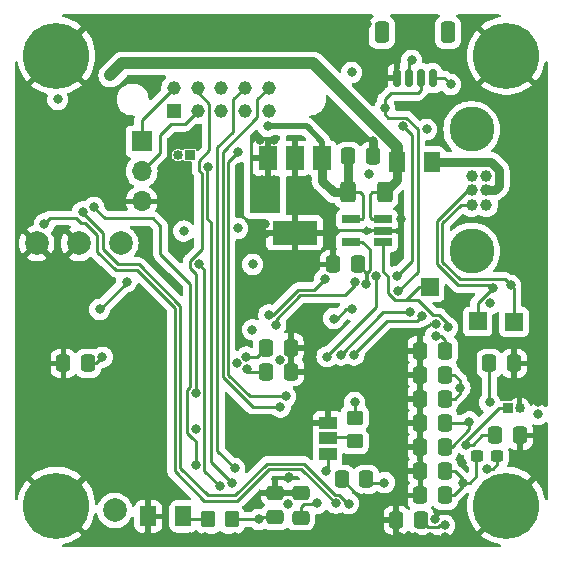
<source format=gtl>
%TF.GenerationSoftware,KiCad,Pcbnew,7.0.7*%
%TF.CreationDate,2024-04-13T00:05:31-04:00*%
%TF.ProjectId,processor,70726f63-6573-4736-9f72-2e6b69636164,rev?*%
%TF.SameCoordinates,Original*%
%TF.FileFunction,Copper,L1,Top*%
%TF.FilePolarity,Positive*%
%FSLAX46Y46*%
G04 Gerber Fmt 4.6, Leading zero omitted, Abs format (unit mm)*
G04 Created by KiCad (PCBNEW 7.0.7) date 2024-04-13 00:05:31*
%MOMM*%
%LPD*%
G01*
G04 APERTURE LIST*
G04 Aperture macros list*
%AMRoundRect*
0 Rectangle with rounded corners*
0 $1 Rounding radius*
0 $2 $3 $4 $5 $6 $7 $8 $9 X,Y pos of 4 corners*
0 Add a 4 corners polygon primitive as box body*
4,1,4,$2,$3,$4,$5,$6,$7,$8,$9,$2,$3,0*
0 Add four circle primitives for the rounded corners*
1,1,$1+$1,$2,$3*
1,1,$1+$1,$4,$5*
1,1,$1+$1,$6,$7*
1,1,$1+$1,$8,$9*
0 Add four rect primitives between the rounded corners*
20,1,$1+$1,$2,$3,$4,$5,0*
20,1,$1+$1,$4,$5,$6,$7,0*
20,1,$1+$1,$6,$7,$8,$9,0*
20,1,$1+$1,$8,$9,$2,$3,0*%
G04 Aperture macros list end*
%TA.AperFunction,SMDPad,CuDef*%
%ADD10RoundRect,0.150000X0.150000X0.625000X-0.150000X0.625000X-0.150000X-0.625000X0.150000X-0.625000X0*%
%TD*%
%TA.AperFunction,SMDPad,CuDef*%
%ADD11RoundRect,0.250000X0.350000X0.650000X-0.350000X0.650000X-0.350000X-0.650000X0.350000X-0.650000X0*%
%TD*%
%TA.AperFunction,SMDPad,CuDef*%
%ADD12RoundRect,0.250000X-0.337500X-0.475000X0.337500X-0.475000X0.337500X0.475000X-0.337500X0.475000X0*%
%TD*%
%TA.AperFunction,ComponentPad*%
%ADD13C,5.600000*%
%TD*%
%TA.AperFunction,SMDPad,CuDef*%
%ADD14RoundRect,0.250000X0.337500X0.475000X-0.337500X0.475000X-0.337500X-0.475000X0.337500X-0.475000X0*%
%TD*%
%TA.AperFunction,ComponentPad*%
%ADD15C,2.000000*%
%TD*%
%TA.AperFunction,SMDPad,CuDef*%
%ADD16RoundRect,0.250001X-0.462499X-0.624999X0.462499X-0.624999X0.462499X0.624999X-0.462499X0.624999X0*%
%TD*%
%TA.AperFunction,SMDPad,CuDef*%
%ADD17R,1.500000X1.500000*%
%TD*%
%TA.AperFunction,SMDPad,CuDef*%
%ADD18R,1.500000X1.000000*%
%TD*%
%TA.AperFunction,SMDPad,CuDef*%
%ADD19RoundRect,0.250000X-0.400000X-0.625000X0.400000X-0.625000X0.400000X0.625000X-0.400000X0.625000X0*%
%TD*%
%TA.AperFunction,SMDPad,CuDef*%
%ADD20RoundRect,0.250000X-0.450000X0.350000X-0.450000X-0.350000X0.450000X-0.350000X0.450000X0.350000X0*%
%TD*%
%TA.AperFunction,SMDPad,CuDef*%
%ADD21RoundRect,0.237500X-0.300000X-0.237500X0.300000X-0.237500X0.300000X0.237500X-0.300000X0.237500X0*%
%TD*%
%TA.AperFunction,ComponentPad*%
%ADD22R,1.150000X1.150000*%
%TD*%
%TA.AperFunction,ComponentPad*%
%ADD23C,1.150000*%
%TD*%
%TA.AperFunction,SMDPad,CuDef*%
%ADD24R,1.500000X2.000000*%
%TD*%
%TA.AperFunction,SMDPad,CuDef*%
%ADD25R,3.800000X2.000000*%
%TD*%
%TA.AperFunction,ComponentPad*%
%ADD26C,3.800000*%
%TD*%
%TA.AperFunction,ComponentPad*%
%ADD27C,1.000000*%
%TD*%
%TA.AperFunction,ComponentPad*%
%ADD28R,1.700000X1.700000*%
%TD*%
%TA.AperFunction,ComponentPad*%
%ADD29O,1.700000X1.700000*%
%TD*%
%TA.AperFunction,ComponentPad*%
%ADD30R,0.850000X0.850000*%
%TD*%
%TA.AperFunction,ComponentPad*%
%ADD31O,0.850000X0.850000*%
%TD*%
%TA.AperFunction,SMDPad,CuDef*%
%ADD32RoundRect,0.250000X0.475000X-0.337500X0.475000X0.337500X-0.475000X0.337500X-0.475000X-0.337500X0*%
%TD*%
%TA.AperFunction,SMDPad,CuDef*%
%ADD33RoundRect,0.250000X0.350000X0.450000X-0.350000X0.450000X-0.350000X-0.450000X0.350000X-0.450000X0*%
%TD*%
%TA.AperFunction,SMDPad,CuDef*%
%ADD34RoundRect,0.250000X-0.475000X0.337500X-0.475000X-0.337500X0.475000X-0.337500X0.475000X0.337500X0*%
%TD*%
%TA.AperFunction,SMDPad,CuDef*%
%ADD35R,1.560000X0.650000*%
%TD*%
%TA.AperFunction,ViaPad*%
%ADD36C,0.800000*%
%TD*%
%TA.AperFunction,Conductor*%
%ADD37C,0.250000*%
%TD*%
%TA.AperFunction,Conductor*%
%ADD38C,0.750000*%
%TD*%
%TA.AperFunction,Conductor*%
%ADD39C,0.500000*%
%TD*%
%TA.AperFunction,Conductor*%
%ADD40C,1.000000*%
%TD*%
G04 APERTURE END LIST*
D10*
%TO.P,J7,1,Pin_1*%
%TO.N,/imu/SCL*%
X166860000Y-71088000D03*
%TO.P,J7,2,Pin_2*%
%TO.N,/imu/SDA*%
X165860000Y-71088000D03*
%TO.P,J7,3,Pin_3*%
%TO.N,+3V3*%
X164860000Y-71088000D03*
%TO.P,J7,4,Pin_4*%
%TO.N,GND*%
X163860000Y-71088000D03*
D11*
%TO.P,J7,MP*%
%TO.N,N/C*%
X168160000Y-67213000D03*
X162560000Y-67213000D03*
%TD*%
D12*
%TO.P,C2,1*%
%TO.N,+5V*%
X171682500Y-95250000D03*
%TO.P,C2,2*%
%TO.N,GND*%
X173757500Y-95250000D03*
%TD*%
D13*
%TO.P,H3,1,1*%
%TO.N,GND*%
X135000000Y-107300000D03*
%TD*%
D14*
%TO.P,C14,1*%
%TO.N,+3V3*%
X167910155Y-94161155D03*
%TO.P,C14,2*%
%TO.N,GND*%
X165835155Y-94161155D03*
%TD*%
D15*
%TO.P,TP3,1,1*%
%TO.N,Net-(U3-IN+)*%
X140462000Y-85090000D03*
%TD*%
D14*
%TO.P,C19,1*%
%TO.N,/mcu/VDDA*%
X167915500Y-104359155D03*
%TO.P,C19,2*%
%TO.N,GND*%
X165840500Y-104359155D03*
%TD*%
D16*
%TO.P,F1,1*%
%TO.N,Net-(U3-IN+)*%
X163866500Y-78232000D03*
%TO.P,F1,2*%
%TO.N,Net-(J1-Pin_5)*%
X166841500Y-78232000D03*
%TD*%
D17*
%TO.P,TP1,1,1*%
%TO.N,Net-(J1-Pin_2)*%
X170688000Y-91694000D03*
%TD*%
D18*
%TO.P,JP1,1,A*%
%TO.N,GND*%
X157988000Y-100300000D03*
%TO.P,JP1,2,C*%
%TO.N,Net-(JP1-C)*%
X157988000Y-101600000D03*
%TO.P,JP1,3,B*%
%TO.N,+3V3*%
X157988000Y-102900000D03*
%TD*%
D14*
%TO.P,C20,1*%
%TO.N,+3V3*%
X137689500Y-95250000D03*
%TO.P,C20,2*%
%TO.N,GND*%
X135614500Y-95250000D03*
%TD*%
D19*
%TO.P,R1,1*%
%TO.N,+5V*%
X159714000Y-80772000D03*
%TO.P,R1,2*%
%TO.N,Net-(U3-IN+)*%
X162814000Y-80772000D03*
%TD*%
D14*
%TO.P,C13,1*%
%TO.N,+3V3*%
X167910155Y-102289155D03*
%TO.P,C13,2*%
%TO.N,GND*%
X165835155Y-102289155D03*
%TD*%
D15*
%TO.P,TP4,1,1*%
%TO.N,GND*%
X136906000Y-85090000D03*
%TD*%
D14*
%TO.P,C18,1*%
%TO.N,/mcu/VDDA*%
X167915500Y-106426000D03*
%TO.P,C18,2*%
%TO.N,GND*%
X165840500Y-106426000D03*
%TD*%
%TO.P,C16,1*%
%TO.N,+3V3*%
X167910155Y-98225155D03*
%TO.P,C16,2*%
%TO.N,GND*%
X165835155Y-98225155D03*
%TD*%
D20*
%TO.P,R3,1*%
%TO.N,Net-(U4-BOOT0)*%
X160274000Y-99838000D03*
%TO.P,R3,2*%
%TO.N,Net-(JP1-C)*%
X160274000Y-101838000D03*
%TD*%
D14*
%TO.P,C8,1*%
%TO.N,GND*%
X154872155Y-95939155D03*
%TO.P,C8,2*%
%TO.N,/mcu/VCAP2*%
X152797155Y-95939155D03*
%TD*%
D21*
%TO.P,FB1,1*%
%TO.N,/mcu/VDDA*%
X170587500Y-103124000D03*
%TO.P,FB1,2*%
%TO.N,+3V3*%
X172312500Y-103124000D03*
%TD*%
D14*
%TO.P,C10,1*%
%TO.N,+3V3*%
X165878155Y-108512155D03*
%TO.P,C10,2*%
%TO.N,GND*%
X163803155Y-108512155D03*
%TD*%
D13*
%TO.P,H1,1,1*%
%TO.N,GND*%
X135000000Y-69200000D03*
%TD*%
D22*
%TO.P,J3,1,Pin_1*%
%TO.N,Net-(D5-A2)*%
X144978000Y-73898000D03*
D23*
%TO.P,J3,2,Pin_2*%
%TO.N,/mcu/TX_RS232*%
X144978000Y-71898000D03*
%TO.P,J3,3,Pin_3*%
%TO.N,/mcu/RX_RS232*%
X146978000Y-73898000D03*
%TO.P,J3,4,Pin_4*%
%TO.N,/mcu/SYNC_OUT*%
X146978000Y-71898000D03*
%TO.P,J3,5,Pin_5*%
%TO.N,GND*%
X148978000Y-73898000D03*
%TO.P,J3,6,Pin_6*%
%TO.N,Net-(J3-Pin_6)*%
X148978000Y-71898000D03*
%TO.P,J3,7,Pin_7*%
%TO.N,/mcu/SYNC_IN*%
X150978000Y-73898000D03*
%TO.P,J3,8,Pin_8*%
%TO.N,/mcu/TX_TTL*%
X150978000Y-71898000D03*
%TO.P,J3,9,Pin_9*%
%TO.N,/mcu/RX_TTL*%
X152978000Y-73898000D03*
%TO.P,J3,10,Pin_10*%
%TO.N,/mcu/GPS_PPS*%
X152978000Y-71898000D03*
%TD*%
D24*
%TO.P,U1,1,IN*%
%TO.N,+5V*%
X157494000Y-77876000D03*
%TO.P,U1,2,GND*%
%TO.N,GND*%
X155194000Y-77876000D03*
%TO.P,U1,3,OUT*%
%TO.N,+3V3*%
X152894000Y-77876000D03*
D25*
%TO.P,U1,4,GND*%
%TO.N,GND*%
X155194000Y-84176000D03*
%TD*%
D12*
%TO.P,C1,1*%
%TO.N,+5V*%
X159744500Y-77724000D03*
%TO.P,C1,2*%
%TO.N,GND*%
X161819500Y-77724000D03*
%TD*%
D26*
%TO.P,J1,*%
%TO.N,*%
X170180000Y-85738000D03*
X170180000Y-75438000D03*
D27*
%TO.P,J1,1,Pin_1*%
%TO.N,unconnected-(J1-Pin_1-Pad1)*%
X170180000Y-79338000D03*
%TO.P,J1,2,Pin_2*%
%TO.N,Net-(J1-Pin_2)*%
X170180000Y-80588000D03*
%TO.P,J1,3,Pin_3*%
%TO.N,Net-(J1-Pin_3)*%
X170180000Y-81838000D03*
%TO.P,J1,4,Pin_4*%
%TO.N,GND*%
X171430000Y-79338000D03*
%TO.P,J1,5,Pin_5*%
%TO.N,Net-(J1-Pin_5)*%
X171430000Y-80588000D03*
%TO.P,J1,6,Pin_6*%
%TO.N,unconnected-(J1-Pin_6-Pad6)*%
X171430000Y-81838000D03*
%TD*%
D17*
%TO.P,TP2,1,1*%
%TO.N,Net-(J1-Pin_3)*%
X173761400Y-91744800D03*
%TD*%
D28*
%TO.P,J8,1,Pin_1*%
%TO.N,/mcu/TX_RS232*%
X142240000Y-76454000D03*
D29*
%TO.P,J8,2,Pin_2*%
%TO.N,/mcu/RX_RS232*%
X142240000Y-78994000D03*
%TO.P,J8,3,Pin_3*%
%TO.N,GND*%
X142240000Y-81534000D03*
%TD*%
D30*
%TO.P,J2,1,Pin_1*%
%TO.N,Net-(J2-Pin_1)*%
X173228000Y-99060000D03*
D31*
%TO.P,J2,2,Pin_2*%
%TO.N,GND*%
X174228000Y-99060000D03*
%TD*%
D12*
%TO.P,C6,1*%
%TO.N,Net-(J2-Pin_1)*%
X172190500Y-101346000D03*
%TO.P,C6,2*%
%TO.N,GND*%
X174265500Y-101346000D03*
%TD*%
D14*
%TO.P,C15,1*%
%TO.N,+3V3*%
X167910155Y-100257155D03*
%TO.P,C15,2*%
%TO.N,GND*%
X165835155Y-100257155D03*
%TD*%
D32*
%TO.P,C11,1*%
%TO.N,+3V3*%
X153559155Y-108279655D03*
%TO.P,C11,2*%
%TO.N,GND*%
X153559155Y-106204655D03*
%TD*%
D14*
%TO.P,C17,1*%
%TO.N,+3V3*%
X167910155Y-96193155D03*
%TO.P,C17,2*%
%TO.N,GND*%
X165835155Y-96193155D03*
%TD*%
D33*
%TO.P,R2,1*%
%TO.N,+3V3*%
X149860000Y-108458000D03*
%TO.P,R2,2*%
%TO.N,Net-(D1-A)*%
X147860000Y-108458000D03*
%TD*%
D12*
%TO.P,C4,1*%
%TO.N,GND*%
X158453000Y-86868000D03*
%TO.P,C4,2*%
%TO.N,+3V3*%
X160528000Y-86868000D03*
%TD*%
D16*
%TO.P,D1,1,K*%
%TO.N,GND*%
X142784500Y-108204000D03*
%TO.P,D1,2,A*%
%TO.N,Net-(D1-A)*%
X145759500Y-108204000D03*
%TD*%
D12*
%TO.P,C12,1*%
%TO.N,+3V3*%
X152775655Y-93907155D03*
%TO.P,C12,2*%
%TO.N,GND*%
X154850655Y-93907155D03*
%TD*%
D13*
%TO.P,H4,1,1*%
%TO.N,GND*%
X173100000Y-107300000D03*
%TD*%
D15*
%TO.P,TP7,1,1*%
%TO.N,GND*%
X133350000Y-85090000D03*
%TD*%
D34*
%TO.P,C7,1*%
%TO.N,GND*%
X155702000Y-106226155D03*
%TO.P,C7,2*%
%TO.N,/mcu/VCAP1*%
X155702000Y-108301155D03*
%TD*%
D17*
%TO.P,TP6,1,1*%
%TO.N,/mcu/5V_SENSE*%
X166624000Y-88773000D03*
%TD*%
D14*
%TO.P,C9,1*%
%TO.N,Net-(U4-VREF+)*%
X161260700Y-105054400D03*
%TO.P,C9,2*%
%TO.N,GND*%
X159185700Y-105054400D03*
%TD*%
D35*
%TO.P,U3,1,VO*%
%TO.N,/mcu/5V_SENSE*%
X162668000Y-84958000D03*
%TO.P,U3,2,GND*%
%TO.N,GND*%
X162668000Y-84008000D03*
%TO.P,U3,3,IN+*%
%TO.N,Net-(U3-IN+)*%
X162668000Y-83058000D03*
%TO.P,U3,4,IN-*%
%TO.N,+5V*%
X159968000Y-83058000D03*
%TO.P,U3,5,VS*%
%TO.N,+3V3*%
X159968000Y-84958000D03*
%TD*%
D15*
%TO.P,TP5,1,1*%
%TO.N,+3V3*%
X139954000Y-107696000D03*
%TD*%
D30*
%TO.P,J5,1,Pin_1*%
%TO.N,Net-(J3-Pin_6)*%
X146304000Y-77597000D03*
D31*
%TO.P,J5,2,Pin_2*%
%TO.N,Net-(D5-A2)*%
X145304000Y-77597000D03*
%TD*%
D13*
%TO.P,H2,1,1*%
%TO.N,GND*%
X173100000Y-69200000D03*
%TD*%
D36*
%TO.N,GND*%
X137795000Y-66548000D03*
X141224000Y-109982000D03*
X132334000Y-98552000D03*
X146050000Y-66548000D03*
X160274000Y-109982000D03*
X175768000Y-72136000D03*
X156210000Y-66548000D03*
X175793400Y-97536000D03*
X165354000Y-66548000D03*
X175793400Y-91186000D03*
X132334000Y-97282000D03*
X143510000Y-66548000D03*
X175768000Y-94996000D03*
X164338000Y-99187000D03*
X148590000Y-66548000D03*
X164084000Y-66548000D03*
X145034000Y-109982000D03*
X139954000Y-109982000D03*
X175768000Y-81026000D03*
X159004000Y-109982000D03*
X166624000Y-109982000D03*
X132334000Y-99822000D03*
X147574000Y-109982000D03*
X164179500Y-83058000D03*
X175768000Y-104648000D03*
X152400000Y-66548000D03*
X142240000Y-66548000D03*
X142494000Y-109982000D03*
X154940000Y-66548000D03*
X164338000Y-105410000D03*
X164338000Y-97282000D03*
X150114000Y-109982000D03*
X175768000Y-84836000D03*
X152654000Y-83439000D03*
X144780000Y-66548000D03*
X175768000Y-74676000D03*
X152654000Y-84328000D03*
X132334000Y-90932000D03*
X132334000Y-76962000D03*
X139700000Y-66548000D03*
X132334000Y-101092000D03*
X132334000Y-78232000D03*
X175768000Y-79756000D03*
X164338000Y-95250000D03*
X154620651Y-107155814D03*
X151130000Y-66548000D03*
X132334000Y-75692000D03*
X175768000Y-82296000D03*
X132334000Y-94742000D03*
X169164000Y-109982000D03*
X148844000Y-109982000D03*
X165354000Y-109982000D03*
X154686000Y-104902000D03*
X157480000Y-66548000D03*
X132334000Y-82042000D03*
X137414000Y-109982000D03*
X167131037Y-91891799D03*
X132334000Y-74422000D03*
X132334000Y-73152000D03*
X140970000Y-66548000D03*
X170434000Y-109982000D03*
X132334000Y-89662000D03*
X175768000Y-98552000D03*
X132334000Y-71882000D03*
X132334000Y-92202000D03*
X151638000Y-84328000D03*
X160020000Y-66548000D03*
X153924000Y-109982000D03*
X167894000Y-109982000D03*
X156464000Y-109982000D03*
X169354500Y-103695500D03*
X138684000Y-109982000D03*
X152654000Y-109982000D03*
X155194000Y-109982000D03*
X164084000Y-109982000D03*
X175768000Y-78486000D03*
X167065155Y-108384698D03*
X146304000Y-109982000D03*
X132334000Y-93472000D03*
X132334000Y-88392000D03*
X161036000Y-106680000D03*
X132334000Y-79502000D03*
X151638000Y-85217000D03*
X175768000Y-83566000D03*
X142367000Y-85979000D03*
X175793400Y-96240600D03*
X149860000Y-66548000D03*
X175768000Y-93726000D03*
X161544000Y-109982000D03*
X175768000Y-73406000D03*
X161290000Y-66548000D03*
X169434155Y-99114155D03*
X157734000Y-109982000D03*
X175768000Y-87376000D03*
X132334000Y-96012000D03*
X132334000Y-103632000D03*
X132334000Y-87122000D03*
X175793400Y-92456000D03*
X164338000Y-103251000D03*
X147320000Y-66548000D03*
X151384000Y-109982000D03*
X132334000Y-83312000D03*
X161798000Y-76454000D03*
X158750000Y-66548000D03*
X132334000Y-102362000D03*
X132334000Y-104902000D03*
X175768000Y-88646000D03*
X153670000Y-66548000D03*
X143764000Y-109982000D03*
X166624000Y-66548000D03*
X151638000Y-83439000D03*
X162814000Y-109982000D03*
X175768000Y-89916000D03*
X175768000Y-86106000D03*
X153970829Y-94990442D03*
X164338000Y-101219000D03*
X132334000Y-80772000D03*
X169672000Y-66548000D03*
X175768000Y-75946000D03*
X175768000Y-77216000D03*
%TO.N,+3V3*%
X169967799Y-100203000D03*
X152273000Y-76327000D03*
X138918000Y-94718000D03*
X135128000Y-72898000D03*
X152400000Y-81788000D03*
X165100000Y-69596000D03*
X161506500Y-79248000D03*
X161267309Y-88503084D03*
X169180155Y-97314000D03*
X150276190Y-95194556D03*
X166370000Y-75438000D03*
X152400000Y-80772000D03*
X167894000Y-108966000D03*
X171741500Y-90170000D03*
X146812000Y-100838000D03*
X153416000Y-76327000D03*
X151103155Y-94712155D03*
X152400000Y-79756000D03*
X157835600Y-104394000D03*
X151618000Y-92400000D03*
X175768000Y-99568000D03*
X153416000Y-79756000D03*
X160020000Y-70612000D03*
X171450000Y-104153502D03*
X167148155Y-92891155D03*
X151638000Y-86868000D03*
X153416000Y-80772000D03*
X152146000Y-108458000D03*
X153416000Y-81788000D03*
%TO.N,/imu/SDA*%
X162814000Y-73660000D03*
X163925500Y-89147100D03*
%TO.N,/imu/SCL*%
X168402000Y-71628000D03*
X163830000Y-87884000D03*
X164338000Y-75184000D03*
%TO.N,+5V*%
X171704000Y-98552000D03*
X150368000Y-83820000D03*
X152908000Y-75184000D03*
X145796000Y-84044500D03*
%TO.N,Net-(U4-VREF+)*%
X162787155Y-105337155D03*
%TO.N,/mcu/VDDA*%
X169434155Y-105337155D03*
%TO.N,/mcu/D1-*%
X159763951Y-107108668D03*
X137256439Y-82404421D03*
%TO.N,/mcu/D2-*%
X158680253Y-107089500D03*
X133985000Y-83439000D03*
%TO.N,/mcu/D3-*%
X138184506Y-82033347D03*
X146812000Y-103886000D03*
%TO.N,Net-(J2-Pin_1)*%
X169676299Y-102112299D03*
%TO.N,Net-(U3-IN+)*%
X139573000Y-70866000D03*
%TO.N,/mcu/TMS*%
X162052000Y-87884000D03*
X157925933Y-94679932D03*
%TO.N,/mcu/TCK*%
X160274000Y-88392000D03*
X153588601Y-91977173D03*
%TO.N,/mcu/TDI*%
X157734000Y-88138000D03*
X153006282Y-91124500D03*
%TO.N,/mcu/TRST*%
X160020000Y-90678000D03*
X158491701Y-91444299D03*
%TO.N,Net-(J1-Pin_2)*%
X171958000Y-88862500D03*
%TO.N,Net-(J1-Pin_3)*%
X173482000Y-88646000D03*
%TO.N,/SD Card/SDMMC_CMD*%
X140966569Y-88316395D03*
X138684000Y-90678000D03*
%TO.N,/mcu/5V_SENSE*%
X168148000Y-92202000D03*
%TO.N,Net-(U4-BOOT0)*%
X160274000Y-98552000D03*
%TO.N,/mcu/FDCAN1_RX*%
X160210500Y-94538500D03*
X165932278Y-91230847D03*
%TO.N,/mcu/FDCAN1_TX*%
X164978500Y-90932000D03*
X159096969Y-94533494D03*
%TO.N,/mcu/SYNC_IN*%
X154432000Y-98044000D03*
X150368000Y-77343000D03*
%TO.N,/mcu/GPS_PPS*%
X153977002Y-98933932D03*
%TO.N,/mcu/VCAP1*%
X157086210Y-107095912D03*
%TO.N,/mcu/VCAP2*%
X151131782Y-95711247D03*
%TO.N,/mcu/TX_TTL*%
X150114000Y-104140000D03*
%TO.N,/mcu/RX_TTL*%
X149860000Y-105410000D03*
X147828000Y-78613000D03*
%TO.N,/mcu/SYNC_OUT*%
X146812000Y-97790000D03*
%TO.N,/mcu/IMU_EN*%
X147066000Y-86868000D03*
X148844000Y-105664000D03*
%TD*%
D37*
%TO.N,/mcu/D1-*%
X159724726Y-107108668D02*
X159763951Y-107108668D01*
X155954149Y-103727000D02*
X158591649Y-106364500D01*
X150139400Y-106426000D02*
X152838400Y-103727000D01*
X147828000Y-106426000D02*
X150139400Y-106426000D01*
X145484000Y-104082000D02*
X147828000Y-106426000D01*
X158980558Y-106364500D02*
X159724726Y-107108668D01*
X141986000Y-86868000D02*
X145484000Y-90366000D01*
X152838400Y-103727000D02*
X155954149Y-103727000D01*
X140208000Y-86868000D02*
X141986000Y-86868000D01*
X138938000Y-85598000D02*
X140208000Y-86868000D01*
X137256439Y-82404421D02*
X137256439Y-82518043D01*
X158591649Y-106364500D02*
X158980558Y-106364500D01*
X137256439Y-82518043D02*
X138938000Y-84199604D01*
X145484000Y-90366000D02*
X145484000Y-104082000D01*
X138938000Y-84199604D02*
X138938000Y-85598000D01*
D38*
%TO.N,GND*%
X161798000Y-77702500D02*
X161819500Y-77724000D01*
D37*
X159185700Y-105083700D02*
X160782000Y-106680000D01*
X163896000Y-84008000D02*
X162668000Y-84008000D01*
X164179500Y-83724500D02*
X163896000Y-84008000D01*
X159185700Y-105054400D02*
X159185700Y-105083700D01*
X164179500Y-83058000D02*
X164179500Y-83724500D01*
X160782000Y-106680000D02*
X161036000Y-106680000D01*
D38*
X161798000Y-76454000D02*
X161798000Y-77702500D01*
D37*
%TO.N,+3V3*%
X167365460Y-109109698D02*
X166475698Y-109109698D01*
X171450000Y-104153502D02*
X171944498Y-104153502D01*
X149860000Y-108458000D02*
X152146000Y-108458000D01*
X168059310Y-96193155D02*
X168710155Y-96193155D01*
X157835600Y-104394000D02*
X157988000Y-104241600D01*
X151103155Y-94712155D02*
X151970655Y-94712155D01*
X161267309Y-87607309D02*
X160528000Y-86868000D01*
X165100000Y-69596000D02*
X164860000Y-69836000D01*
X171944498Y-104153502D02*
X172312500Y-103785500D01*
X159968000Y-84958000D02*
X160904000Y-84958000D01*
X138386000Y-95250000D02*
X137689500Y-95250000D01*
X167509158Y-108966000D02*
X167365460Y-109109698D01*
X172312500Y-103785500D02*
X172312500Y-103124000D01*
X157988000Y-104241600D02*
X157988000Y-102900000D01*
X169967799Y-100203000D02*
X169967799Y-100796201D01*
X160904000Y-84958000D02*
X161544000Y-85598000D01*
X164860000Y-69836000D02*
X164860000Y-71088000D01*
X138918000Y-94718000D02*
X138386000Y-95250000D01*
X169180155Y-97773845D02*
X169180155Y-97314000D01*
X168728845Y-98225155D02*
X169180155Y-97773845D01*
X161544000Y-85598000D02*
X161544000Y-87366695D01*
X168269000Y-98225155D02*
X168728845Y-98225155D01*
X168710155Y-96193155D02*
X169180155Y-96663155D01*
X169180155Y-96663155D02*
X169180155Y-97314000D01*
X167910155Y-93234155D02*
X167910155Y-93653155D01*
X168474845Y-102289155D02*
X167910155Y-102289155D01*
X169913644Y-100257155D02*
X167910155Y-100257155D01*
X169967799Y-100203000D02*
X169913644Y-100257155D01*
X161327000Y-87583695D02*
X161327000Y-88443393D01*
X161327000Y-88443393D02*
X161267309Y-88503084D01*
X169967799Y-100796201D02*
X168474845Y-102289155D01*
X167894000Y-108966000D02*
X167509158Y-108966000D01*
X166475698Y-109109698D02*
X165878155Y-108512155D01*
X152324345Y-108279655D02*
X153559155Y-108279655D01*
X152146000Y-108458000D02*
X152324345Y-108279655D01*
X167567155Y-92891155D02*
X167910155Y-93234155D01*
X161544000Y-87366695D02*
X161327000Y-87583695D01*
X167148155Y-92891155D02*
X167567155Y-92891155D01*
X161267309Y-88503084D02*
X161267309Y-87607309D01*
X151970655Y-94712155D02*
X152775655Y-93907155D01*
%TO.N,/imu/SDA*%
X165608000Y-72390000D02*
X165860000Y-72138000D01*
X162814000Y-73660000D02*
X162814000Y-72898000D01*
X162814000Y-72898000D02*
X163322000Y-72390000D01*
X163105000Y-74459000D02*
X164638305Y-74459000D01*
X163322000Y-72390000D02*
X165608000Y-72390000D01*
X164638305Y-74459000D02*
X165608000Y-75428695D01*
X162814000Y-74168000D02*
X163105000Y-74459000D01*
X165608000Y-75428695D02*
X165608000Y-87464600D01*
X162814000Y-73660000D02*
X162814000Y-74168000D01*
X165608000Y-87464600D02*
X163925500Y-89147100D01*
X165860000Y-72138000D02*
X165860000Y-71088000D01*
%TO.N,/imu/SCL*%
X165100000Y-75946000D02*
X165100000Y-86614000D01*
X167862000Y-71088000D02*
X168402000Y-71628000D01*
X166860000Y-71088000D02*
X167862000Y-71088000D01*
X164338000Y-75184000D02*
X165100000Y-75946000D01*
X165100000Y-86614000D02*
X163830000Y-87884000D01*
D38*
%TO.N,+5V*%
X159744500Y-80741500D02*
X159714000Y-80772000D01*
D39*
X152908000Y-75184000D02*
X156210000Y-75184000D01*
D38*
X158496000Y-80772000D02*
X157494000Y-79770000D01*
D37*
X160909000Y-83058000D02*
X161010000Y-82957000D01*
D38*
X159744500Y-79248000D02*
X159744500Y-80741500D01*
D37*
X161010000Y-82957000D02*
X161010000Y-81026000D01*
X171682500Y-95250000D02*
X171682500Y-98530500D01*
X161010000Y-81026000D02*
X160756000Y-80772000D01*
X160756000Y-80772000D02*
X159714000Y-80772000D01*
X159968000Y-83058000D02*
X160909000Y-83058000D01*
D39*
X156210000Y-75184000D02*
X157494000Y-76468000D01*
D38*
X159744500Y-77724000D02*
X159744500Y-79248000D01*
X159714000Y-80772000D02*
X158496000Y-80772000D01*
D37*
X171682500Y-98530500D02*
X171704000Y-98552000D01*
D39*
X157494000Y-76468000D02*
X157494000Y-77876000D01*
D38*
X157646000Y-77724000D02*
X157494000Y-77876000D01*
X157494000Y-79770000D02*
X157494000Y-77876000D01*
D37*
%TO.N,Net-(U4-VREF+)*%
X162787155Y-105337155D02*
X161543455Y-105337155D01*
X161543455Y-105337155D02*
X161260700Y-105054400D01*
%TO.N,/mcu/VDDA*%
X170561000Y-104775000D02*
X170561000Y-103447500D01*
X169434155Y-105045155D02*
X168748155Y-104359155D01*
X169434155Y-105337155D02*
X169434155Y-105045155D01*
X168748155Y-104359155D02*
X167915500Y-104359155D01*
X169998845Y-105337155D02*
X170561000Y-104775000D01*
X168656000Y-106426000D02*
X168345310Y-106426000D01*
X170561000Y-103447500D02*
X170412500Y-103299000D01*
X169434155Y-105337155D02*
X169998845Y-105337155D01*
X169434155Y-105647845D02*
X168656000Y-106426000D01*
X169434155Y-105337155D02*
X169434155Y-105647845D01*
%TO.N,Net-(D1-A)*%
X146013500Y-108458000D02*
X145759500Y-108204000D01*
X147860000Y-108458000D02*
X146013500Y-108458000D01*
%TO.N,/mcu/D2-*%
X153024796Y-104177000D02*
X155767753Y-104177000D01*
X150325796Y-106876000D02*
X153024796Y-104177000D01*
X155767753Y-104177000D02*
X158680253Y-107089500D01*
X137456403Y-83354403D02*
X138488000Y-84386000D01*
X133985000Y-83439000D02*
X134493000Y-82931000D01*
X138488000Y-85784396D02*
X140021604Y-87318000D01*
X140021604Y-87318000D02*
X141799604Y-87318000D01*
X145034000Y-104394000D02*
X147516000Y-106876000D01*
X136658474Y-82931000D02*
X137081877Y-83354403D01*
X134493000Y-82931000D02*
X136658474Y-82931000D01*
X137081877Y-83354403D02*
X137456403Y-83354403D01*
X147516000Y-106876000D02*
X150325796Y-106876000D01*
X138488000Y-84386000D02*
X138488000Y-85784396D01*
X145034000Y-90552396D02*
X145034000Y-104394000D01*
X141799604Y-87318000D02*
X145034000Y-90552396D01*
%TO.N,/mcu/D3-*%
X138184506Y-82050506D02*
X139097701Y-82963701D01*
X146087000Y-101138305D02*
X146511695Y-101563000D01*
X146362000Y-88482224D02*
X146362000Y-97214695D01*
X146812000Y-101854000D02*
X146812000Y-103886000D01*
X138184506Y-82033347D02*
X138184506Y-82050506D01*
X146521000Y-101563000D02*
X146812000Y-101854000D01*
X143822000Y-83624000D02*
X143822000Y-85942224D01*
X146362000Y-97214695D02*
X146087000Y-97489695D01*
X143822000Y-85942224D02*
X146362000Y-88482224D01*
X146511695Y-101563000D02*
X146521000Y-101563000D01*
X139097701Y-82963701D02*
X143161701Y-82963701D01*
X143161701Y-82963701D02*
X143822000Y-83624000D01*
X146087000Y-97489695D02*
X146087000Y-101138305D01*
%TO.N,Net-(J2-Pin_1)*%
X172190500Y-101346000D02*
X171069000Y-101346000D01*
X170302701Y-102112299D02*
X169676299Y-102112299D01*
X169676299Y-101849701D02*
X172466000Y-99060000D01*
X171936500Y-101092000D02*
X172190500Y-101346000D01*
X171069000Y-101346000D02*
X170302701Y-102112299D01*
X172466000Y-99060000D02*
X173228000Y-99060000D01*
X169676299Y-102112299D02*
X169676299Y-101849701D01*
D40*
%TO.N,Net-(U3-IN+)*%
X139573000Y-70866000D02*
X140589000Y-69850000D01*
X163830000Y-76930365D02*
X163830000Y-78195500D01*
D37*
X161746000Y-83058000D02*
X161544000Y-82856000D01*
X161544000Y-82856000D02*
X161544000Y-80974000D01*
D38*
X163866500Y-79719500D02*
X162814000Y-80772000D01*
D37*
X162668000Y-83058000D02*
X161746000Y-83058000D01*
D38*
X163866500Y-78232000D02*
X163866500Y-79719500D01*
D40*
X156749635Y-69850000D02*
X163830000Y-76930365D01*
D37*
X161544000Y-80974000D02*
X161746000Y-80772000D01*
D40*
X163830000Y-78195500D02*
X163866500Y-78232000D01*
X140589000Y-69850000D02*
X156749635Y-69850000D01*
D37*
X161746000Y-80772000D02*
X162814000Y-80772000D01*
%TO.N,/mcu/TMS*%
X157925933Y-94613567D02*
X162052000Y-90487500D01*
X157925933Y-94679932D02*
X157925933Y-94613567D01*
X162052000Y-90487500D02*
X162052000Y-87884000D01*
%TO.N,/mcu/TCK*%
X155678152Y-89466000D02*
X153588601Y-91555551D01*
X160274000Y-88392000D02*
X160274000Y-88646000D01*
X159454000Y-89466000D02*
X155678152Y-89466000D01*
X160274000Y-88646000D02*
X159454000Y-89466000D01*
X153588601Y-91555551D02*
X153588601Y-91977173D01*
%TO.N,/mcu/TDI*%
X157734000Y-88138000D02*
X156856000Y-89016000D01*
X153383256Y-91124500D02*
X153006282Y-91124500D01*
X156856000Y-89016000D02*
X155491756Y-89016000D01*
X155491756Y-89016000D02*
X153383256Y-91124500D01*
%TO.N,/mcu/TRST*%
X158745701Y-91444299D02*
X158491701Y-91444299D01*
X160020000Y-90678000D02*
X159512000Y-90678000D01*
X159512000Y-90678000D02*
X158745701Y-91444299D01*
%TO.N,Net-(J1-Pin_2)*%
X167251000Y-86846022D02*
X169050978Y-88646000D01*
X170688000Y-91694000D02*
X170688000Y-90132500D01*
X171741500Y-88646000D02*
X171958000Y-88862500D01*
X170688000Y-90132500D02*
X171958000Y-88862500D01*
X167251000Y-83193000D02*
X167251000Y-86846022D01*
X169050978Y-88646000D02*
X171741500Y-88646000D01*
X169856000Y-80588000D02*
X167251000Y-83193000D01*
%TO.N,Net-(J1-Pin_3)*%
X173482000Y-88646000D02*
X172974000Y-88138000D01*
X169242396Y-81838000D02*
X169926000Y-81838000D01*
X173761400Y-91744800D02*
X173761400Y-88925400D01*
X169179374Y-88138000D02*
X167701000Y-86659626D01*
X167701000Y-83379396D02*
X169242396Y-81838000D01*
X167701000Y-86659626D02*
X167701000Y-83379396D01*
X172974000Y-88138000D02*
X169179374Y-88138000D01*
X173761400Y-88925400D02*
X173482000Y-88646000D01*
%TO.N,/SD Card/SDMMC_CMD*%
X140966569Y-88316395D02*
X140966569Y-88395431D01*
X140966569Y-88395431D02*
X138684000Y-90678000D01*
%TO.N,Net-(JP1-C)*%
X159909000Y-101473000D02*
X158369000Y-101473000D01*
X158369000Y-101473000D02*
X158242000Y-101346000D01*
X160274000Y-101838000D02*
X159909000Y-101473000D01*
%TO.N,/mcu/5V_SENSE*%
X162668000Y-87474695D02*
X163068000Y-87874695D01*
X163667024Y-89913929D02*
X164589929Y-89913929D01*
X163068000Y-87874695D02*
X163068000Y-89314905D01*
X164589929Y-89913929D02*
X165730858Y-88773000D01*
X165730858Y-88773000D02*
X166624000Y-88773000D01*
X164589929Y-89913929D02*
X165640665Y-89913929D01*
X162668000Y-84958000D02*
X162668000Y-87474695D01*
X165640665Y-89913929D02*
X166893535Y-91166799D01*
X163068000Y-89314905D02*
X163667024Y-89913929D01*
X166893535Y-91166799D02*
X167431342Y-91166799D01*
X167431342Y-91166799D02*
X168148000Y-91883457D01*
X168148000Y-91883457D02*
X168148000Y-92202000D01*
%TO.N,Net-(U4-BOOT0)*%
X160274000Y-98552000D02*
X160274000Y-99824000D01*
%TO.N,/mcu/TX_RS232*%
X142240000Y-74636000D02*
X144978000Y-71898000D01*
X142240000Y-76454000D02*
X142240000Y-74636000D01*
%TO.N,/mcu/RX_RS232*%
X144722000Y-74988000D02*
X145888000Y-74988000D01*
X143764000Y-77470000D02*
X143764000Y-75946000D01*
X143764000Y-75946000D02*
X144722000Y-74988000D01*
X142240000Y-78994000D02*
X143764000Y-77470000D01*
X145888000Y-74988000D02*
X146978000Y-73898000D01*
%TO.N,/mcu/FDCAN1_RX*%
X165506125Y-91657000D02*
X165932278Y-91230847D01*
X160210500Y-94424500D02*
X162978000Y-91657000D01*
X162978000Y-91657000D02*
X165506125Y-91657000D01*
X160210500Y-94538500D02*
X160210500Y-94424500D01*
%TO.N,/mcu/FDCAN1_TX*%
X159096969Y-94533494D02*
X159096969Y-94532971D01*
X159096969Y-94532971D02*
X162697940Y-90932000D01*
X162697940Y-90932000D02*
X164978500Y-90932000D01*
%TO.N,/mcu/SYNC_IN*%
X149551190Y-78159810D02*
X149551190Y-96196495D01*
X151398695Y-98044000D02*
X154432000Y-98044000D01*
X150368000Y-77343000D02*
X149551190Y-78159810D01*
X149551190Y-96196495D02*
X151398695Y-98044000D01*
%TO.N,/mcu/GPS_PPS*%
X153977002Y-98933932D02*
X151652231Y-98933932D01*
X149098000Y-77343000D02*
X152019000Y-74422000D01*
X152019000Y-74422000D02*
X152019000Y-72857000D01*
X152019000Y-72857000D02*
X152978000Y-71898000D01*
X151652231Y-98933932D02*
X149098000Y-96379701D01*
X149098000Y-96379701D02*
X149098000Y-77343000D01*
D38*
%TO.N,Net-(J1-Pin_5)*%
X172505000Y-80220106D02*
X172137106Y-80588000D01*
X166841500Y-78232000D02*
X171844280Y-78232000D01*
X171844280Y-78232000D02*
X172505000Y-78892720D01*
X172505000Y-78892720D02*
X172505000Y-80220106D01*
X172137106Y-80588000D02*
X171430000Y-80588000D01*
D37*
%TO.N,/mcu/VCAP1*%
X156005345Y-107138655D02*
X155702000Y-107442000D01*
X155702000Y-107442000D02*
X155702000Y-108301155D01*
X157043467Y-107138655D02*
X156005345Y-107138655D01*
X157086210Y-107095912D02*
X157043467Y-107138655D01*
%TO.N,/mcu/VCAP2*%
X151359690Y-95939155D02*
X152797155Y-95939155D01*
X151131782Y-95711247D02*
X151359690Y-95939155D01*
%TO.N,/mcu/TX_TTL*%
X150114000Y-104140000D02*
X148648000Y-102674000D01*
X148648000Y-102674000D02*
X148648000Y-76955208D01*
X149987000Y-72889000D02*
X150978000Y-71898000D01*
X148648000Y-76955208D02*
X149987000Y-75616208D01*
X149987000Y-75616208D02*
X149987000Y-72889000D01*
%TO.N,/mcu/RX_TTL*%
X147828000Y-78613000D02*
X147785500Y-78655500D01*
X148082000Y-83312000D02*
X148082000Y-103632000D01*
X147785500Y-78655500D02*
X147785500Y-83015500D01*
X147785500Y-83015500D02*
X148082000Y-83312000D01*
X148082000Y-103632000D02*
X149860000Y-105410000D01*
%TO.N,/mcu/SYNC_OUT*%
X147103000Y-78068000D02*
X147955000Y-77216000D01*
X147955000Y-73279000D02*
X146978000Y-72302000D01*
X146812000Y-97790000D02*
X146812000Y-87639305D01*
X147103000Y-78913305D02*
X147103000Y-78068000D01*
X146341000Y-87168305D02*
X146341000Y-86567695D01*
X147320000Y-79130305D02*
X147103000Y-78913305D01*
X146812000Y-87639305D02*
X146341000Y-87168305D01*
X147320000Y-85588695D02*
X147320000Y-79130305D01*
X146341000Y-86567695D02*
X147320000Y-85588695D01*
X147955000Y-77216000D02*
X147955000Y-73279000D01*
%TO.N,/mcu/IMU_EN*%
X147537000Y-87339000D02*
X147537000Y-104357000D01*
X147537000Y-104357000D02*
X148844000Y-105664000D01*
X147066000Y-86868000D02*
X147537000Y-87339000D01*
%TD*%
%TA.AperFunction,Conductor*%
%TO.N,GND*%
G36*
X161808541Y-65720185D02*
G01*
X161854296Y-65772989D01*
X161864240Y-65842147D01*
X161835215Y-65905703D01*
X161806600Y-65930037D01*
X161784812Y-65943477D01*
X161741342Y-65970289D01*
X161617289Y-66094342D01*
X161525187Y-66243663D01*
X161525185Y-66243666D01*
X161525186Y-66243666D01*
X161470001Y-66410203D01*
X161470001Y-66410204D01*
X161470000Y-66410204D01*
X161459500Y-66512983D01*
X161459500Y-67913001D01*
X161459501Y-67913018D01*
X161470000Y-68015796D01*
X161470001Y-68015799D01*
X161515736Y-68153816D01*
X161525186Y-68182334D01*
X161617288Y-68331656D01*
X161741344Y-68455712D01*
X161890666Y-68547814D01*
X162057203Y-68602999D01*
X162159991Y-68613500D01*
X162960008Y-68613499D01*
X162960016Y-68613498D01*
X162960019Y-68613498D01*
X163016302Y-68607748D01*
X163062797Y-68602999D01*
X163229334Y-68547814D01*
X163378656Y-68455712D01*
X163502712Y-68331656D01*
X163594814Y-68182334D01*
X163649999Y-68015797D01*
X163660500Y-67913009D01*
X163660499Y-66512992D01*
X163649999Y-66410203D01*
X163594814Y-66243666D01*
X163502712Y-66094344D01*
X163378656Y-65970288D01*
X163313400Y-65930038D01*
X163266677Y-65878091D01*
X163255454Y-65809128D01*
X163283298Y-65745046D01*
X163341366Y-65706190D01*
X163378498Y-65700500D01*
X167341502Y-65700500D01*
X167408541Y-65720185D01*
X167454296Y-65772989D01*
X167464240Y-65842147D01*
X167435215Y-65905703D01*
X167406600Y-65930037D01*
X167384812Y-65943477D01*
X167341342Y-65970289D01*
X167217289Y-66094342D01*
X167125187Y-66243663D01*
X167125185Y-66243666D01*
X167125186Y-66243666D01*
X167070001Y-66410203D01*
X167070001Y-66410204D01*
X167070000Y-66410204D01*
X167059500Y-66512983D01*
X167059500Y-67913001D01*
X167059501Y-67913018D01*
X167070000Y-68015796D01*
X167070001Y-68015799D01*
X167115736Y-68153816D01*
X167125186Y-68182334D01*
X167217288Y-68331656D01*
X167341344Y-68455712D01*
X167490666Y-68547814D01*
X167657203Y-68602999D01*
X167759991Y-68613500D01*
X168560008Y-68613499D01*
X168560016Y-68613498D01*
X168560019Y-68613498D01*
X168616302Y-68607748D01*
X168662797Y-68602999D01*
X168829334Y-68547814D01*
X168978656Y-68455712D01*
X169102712Y-68331656D01*
X169194814Y-68182334D01*
X169249999Y-68015797D01*
X169260500Y-67913009D01*
X169260499Y-66512992D01*
X169249999Y-66410203D01*
X169194814Y-66243666D01*
X169102712Y-66094344D01*
X168978656Y-65970288D01*
X168913400Y-65930038D01*
X168866677Y-65878091D01*
X168855454Y-65809128D01*
X168883298Y-65745046D01*
X168941366Y-65706190D01*
X168978498Y-65700500D01*
X172507278Y-65700500D01*
X172574317Y-65720185D01*
X172620072Y-65772989D01*
X172630016Y-65842147D01*
X172600991Y-65905703D01*
X172542213Y-65943477D01*
X172533934Y-65945601D01*
X172215857Y-66015615D01*
X171876744Y-66129876D01*
X171876739Y-66129877D01*
X171551990Y-66280123D01*
X171245370Y-66464609D01*
X171245367Y-66464611D01*
X170960491Y-66681166D01*
X170947256Y-66693703D01*
X170947255Y-66693703D01*
X172060966Y-67807413D01*
X172094451Y-67868736D01*
X172089467Y-67938428D01*
X172053817Y-67989384D01*
X171965130Y-68065130D01*
X171889384Y-68153817D01*
X171830877Y-68192010D01*
X171761009Y-68192508D01*
X171707413Y-68160966D01*
X170596442Y-67049994D01*
X170596441Y-67049995D01*
X170469040Y-67199983D01*
X170469033Y-67199993D01*
X170268218Y-67496172D01*
X170100606Y-67812322D01*
X170100597Y-67812340D01*
X169968149Y-68144760D01*
X169968147Y-68144767D01*
X169872421Y-68489542D01*
X169872415Y-68489568D01*
X169814527Y-68842668D01*
X169814526Y-68842685D01*
X169795153Y-69199997D01*
X169795153Y-69200002D01*
X169814526Y-69557314D01*
X169814527Y-69557331D01*
X169872415Y-69910431D01*
X169872421Y-69910457D01*
X169968147Y-70255232D01*
X169968149Y-70255239D01*
X170100597Y-70587659D01*
X170100606Y-70587677D01*
X170268218Y-70903827D01*
X170469033Y-71200007D01*
X170596441Y-71350003D01*
X170596442Y-71350004D01*
X171707413Y-70239032D01*
X171768736Y-70205547D01*
X171838427Y-70210531D01*
X171889381Y-70246179D01*
X171965130Y-70334870D01*
X172002182Y-70366515D01*
X172053816Y-70410615D01*
X172092009Y-70469122D01*
X172092507Y-70538990D01*
X172060965Y-70592586D01*
X170947255Y-71706295D01*
X170947256Y-71706296D01*
X170960485Y-71718828D01*
X170960486Y-71718829D01*
X171245367Y-71935388D01*
X171245370Y-71935390D01*
X171551990Y-72119876D01*
X171876739Y-72270122D01*
X171876744Y-72270123D01*
X172215855Y-72384383D01*
X172565339Y-72461311D01*
X172921075Y-72499999D01*
X172921085Y-72500000D01*
X173278915Y-72500000D01*
X173278924Y-72499999D01*
X173634660Y-72461311D01*
X173984144Y-72384383D01*
X174323255Y-72270123D01*
X174323260Y-72270122D01*
X174648009Y-72119876D01*
X174954629Y-71935390D01*
X174954632Y-71935388D01*
X175239504Y-71718836D01*
X175252742Y-71706294D01*
X174139033Y-70592586D01*
X174105548Y-70531263D01*
X174110532Y-70461571D01*
X174146180Y-70410617D01*
X174234870Y-70334870D01*
X174310617Y-70246180D01*
X174369121Y-70207990D01*
X174438989Y-70207490D01*
X174492586Y-70239033D01*
X175603556Y-71350003D01*
X175730964Y-71200008D01*
X175730975Y-71199994D01*
X175931781Y-70903827D01*
X176099393Y-70587677D01*
X176099402Y-70587659D01*
X176231850Y-70255239D01*
X176231852Y-70255232D01*
X176327578Y-69910457D01*
X176327584Y-69910431D01*
X176353134Y-69754586D01*
X176383404Y-69691614D01*
X176442915Y-69655005D01*
X176512771Y-69656381D01*
X176570794Y-69695306D01*
X176598562Y-69759421D01*
X176599500Y-69774647D01*
X176599500Y-98822667D01*
X176579815Y-98889706D01*
X176527011Y-98935461D01*
X176457853Y-98945405D01*
X176394297Y-98916380D01*
X176383352Y-98905641D01*
X176373872Y-98895113D01*
X176373870Y-98895111D01*
X176220734Y-98783851D01*
X176220729Y-98783848D01*
X176047807Y-98706857D01*
X176047802Y-98706855D01*
X175902000Y-98675865D01*
X175862646Y-98667500D01*
X175673354Y-98667500D01*
X175640897Y-98674398D01*
X175488197Y-98706855D01*
X175488192Y-98706857D01*
X175315270Y-98783848D01*
X175315266Y-98783851D01*
X175287986Y-98803671D01*
X175222179Y-98827150D01*
X175154126Y-98811324D01*
X175105432Y-98761217D01*
X175097171Y-98741670D01*
X175077686Y-98681701D01*
X175077683Y-98681695D01*
X174980463Y-98513305D01*
X174850360Y-98368809D01*
X174850357Y-98368807D01*
X174693051Y-98254516D01*
X174515412Y-98175426D01*
X174478000Y-98167473D01*
X174478000Y-98703735D01*
X174458315Y-98770774D01*
X174405511Y-98816529D01*
X174336353Y-98826473D01*
X174329809Y-98825352D01*
X174252628Y-98810000D01*
X174252624Y-98810000D01*
X174203376Y-98810000D01*
X174203371Y-98810000D01*
X174126191Y-98825352D01*
X174056599Y-98819125D01*
X174001422Y-98776261D01*
X173978178Y-98710372D01*
X173978000Y-98703735D01*
X173978000Y-98167473D01*
X173940585Y-98175426D01*
X173940580Y-98175428D01*
X173762953Y-98254513D01*
X173605645Y-98368805D01*
X173551773Y-98428635D01*
X173492286Y-98465282D01*
X173428786Y-98465765D01*
X173307021Y-98434500D01*
X173307019Y-98434500D01*
X172702755Y-98434500D01*
X172635716Y-98414815D01*
X172589961Y-98362011D01*
X172584824Y-98348818D01*
X172531181Y-98183721D01*
X172531178Y-98183715D01*
X172436533Y-98019784D01*
X172339849Y-97912406D01*
X172309620Y-97849416D01*
X172308000Y-97829435D01*
X172308000Y-96498347D01*
X172327685Y-96431308D01*
X172366901Y-96392810D01*
X172488656Y-96317712D01*
X172612712Y-96193656D01*
X172614752Y-96190347D01*
X172616745Y-96188555D01*
X172617193Y-96187989D01*
X172617289Y-96188065D01*
X172666694Y-96143623D01*
X172735656Y-96132395D01*
X172799740Y-96160234D01*
X172825829Y-96190339D01*
X172827681Y-96193341D01*
X172827683Y-96193344D01*
X172951654Y-96317315D01*
X173100875Y-96409356D01*
X173100880Y-96409358D01*
X173267302Y-96464505D01*
X173267309Y-96464506D01*
X173370019Y-96474999D01*
X173507499Y-96474999D01*
X173507500Y-96474998D01*
X173507500Y-95500000D01*
X174007500Y-95500000D01*
X174007500Y-96474999D01*
X174144972Y-96474999D01*
X174144986Y-96474998D01*
X174247697Y-96464505D01*
X174414119Y-96409358D01*
X174414124Y-96409356D01*
X174563345Y-96317315D01*
X174687315Y-96193345D01*
X174779356Y-96044124D01*
X174779358Y-96044119D01*
X174834505Y-95877697D01*
X174834506Y-95877690D01*
X174844999Y-95774986D01*
X174845000Y-95774973D01*
X174845000Y-95500000D01*
X174007500Y-95500000D01*
X173507500Y-95500000D01*
X173507500Y-94025000D01*
X174007500Y-94025000D01*
X174007500Y-95000000D01*
X174844999Y-95000000D01*
X174844999Y-94725028D01*
X174844998Y-94725013D01*
X174834505Y-94622302D01*
X174779358Y-94455880D01*
X174779356Y-94455875D01*
X174687315Y-94306654D01*
X174563345Y-94182684D01*
X174414124Y-94090643D01*
X174414119Y-94090641D01*
X174247697Y-94035494D01*
X174247690Y-94035493D01*
X174144986Y-94025000D01*
X174007500Y-94025000D01*
X173507500Y-94025000D01*
X173370027Y-94025000D01*
X173370012Y-94025001D01*
X173267302Y-94035494D01*
X173100880Y-94090641D01*
X173100875Y-94090643D01*
X172951654Y-94182684D01*
X172827683Y-94306655D01*
X172827679Y-94306660D01*
X172825826Y-94309665D01*
X172824018Y-94311290D01*
X172823202Y-94312323D01*
X172823025Y-94312183D01*
X172773874Y-94356385D01*
X172704911Y-94367601D01*
X172640831Y-94339752D01*
X172614753Y-94309653D01*
X172614737Y-94309628D01*
X172612712Y-94306344D01*
X172488656Y-94182288D01*
X172339334Y-94090186D01*
X172172797Y-94035001D01*
X172172795Y-94035000D01*
X172070010Y-94024500D01*
X171294998Y-94024500D01*
X171294980Y-94024501D01*
X171192203Y-94035000D01*
X171192200Y-94035001D01*
X171025668Y-94090185D01*
X171025663Y-94090187D01*
X170876342Y-94182289D01*
X170752289Y-94306342D01*
X170660187Y-94455663D01*
X170660185Y-94455668D01*
X170660115Y-94455880D01*
X170605001Y-94622203D01*
X170605001Y-94622204D01*
X170605000Y-94622204D01*
X170594500Y-94724983D01*
X170594500Y-95775001D01*
X170594501Y-95775019D01*
X170605000Y-95877796D01*
X170605001Y-95877799D01*
X170660115Y-96044119D01*
X170660186Y-96044334D01*
X170752288Y-96193656D01*
X170876344Y-96317712D01*
X170998097Y-96392809D01*
X171044821Y-96444755D01*
X171057000Y-96498347D01*
X171057000Y-97877191D01*
X171037315Y-97944230D01*
X171025150Y-97960163D01*
X170971466Y-98019785D01*
X170876821Y-98183715D01*
X170876818Y-98183722D01*
X170818889Y-98362011D01*
X170818326Y-98363744D01*
X170798540Y-98552000D01*
X170818326Y-98740256D01*
X170818327Y-98740258D01*
X170818327Y-98740259D01*
X170876818Y-98920277D01*
X170876821Y-98920284D01*
X170971467Y-99084216D01*
X171061902Y-99184654D01*
X171087437Y-99213014D01*
X171098129Y-99224888D01*
X171165082Y-99273532D01*
X171207747Y-99328862D01*
X171213726Y-99398476D01*
X171181120Y-99460271D01*
X171179877Y-99461531D01*
X170913534Y-99727874D01*
X170852211Y-99761359D01*
X170782519Y-99756375D01*
X170726586Y-99714503D01*
X170718465Y-99702192D01*
X170708828Y-99685500D01*
X170700332Y-99670784D01*
X170573670Y-99530112D01*
X170573669Y-99530111D01*
X170420533Y-99418851D01*
X170420528Y-99418848D01*
X170247606Y-99341857D01*
X170247601Y-99341855D01*
X170085761Y-99307456D01*
X170062445Y-99302500D01*
X169873153Y-99302500D01*
X169849837Y-99307456D01*
X169687996Y-99341855D01*
X169687991Y-99341857D01*
X169515069Y-99418848D01*
X169515064Y-99418851D01*
X169361928Y-99530111D01*
X169307440Y-99590627D01*
X169247953Y-99627276D01*
X169215290Y-99631655D01*
X169077956Y-99631655D01*
X169010917Y-99611970D01*
X168965162Y-99559166D01*
X168960250Y-99546659D01*
X168932469Y-99462821D01*
X168840367Y-99313499D01*
X168840364Y-99313496D01*
X168836575Y-99307353D01*
X168839045Y-99305829D01*
X168817839Y-99253299D01*
X168830864Y-99184654D01*
X168836949Y-99175188D01*
X168836575Y-99174958D01*
X168840365Y-99168812D01*
X168840367Y-99168811D01*
X168932469Y-99019489D01*
X168987654Y-98852952D01*
X168987654Y-98852943D01*
X168988525Y-98848879D01*
X168989759Y-98846600D01*
X168989784Y-98846525D01*
X168989797Y-98846529D01*
X169021798Y-98787441D01*
X169036889Y-98774507D01*
X169070289Y-98750240D01*
X169075145Y-98747051D01*
X169115265Y-98723325D01*
X169129434Y-98709154D01*
X169144224Y-98696523D01*
X169160432Y-98684749D01*
X169190144Y-98648831D01*
X169194057Y-98644531D01*
X169563941Y-98274647D01*
X169576203Y-98264825D01*
X169576020Y-98264604D01*
X169582022Y-98259637D01*
X169582032Y-98259631D01*
X169629396Y-98209193D01*
X169650275Y-98188315D01*
X169654528Y-98182831D01*
X169658305Y-98178408D01*
X169690217Y-98144427D01*
X169699869Y-98126868D01*
X169710544Y-98110617D01*
X169722829Y-98094781D01*
X169741341Y-98051997D01*
X169743901Y-98046772D01*
X169757702Y-98021668D01*
X169783400Y-97989252D01*
X169786030Y-97986884D01*
X169810089Y-97960163D01*
X169912688Y-97846216D01*
X170007334Y-97682284D01*
X170065829Y-97502256D01*
X170085615Y-97314000D01*
X170065829Y-97125744D01*
X170007334Y-96945716D01*
X169912688Y-96781784D01*
X169837194Y-96697939D01*
X169806964Y-96634947D01*
X169806145Y-96627682D01*
X169805655Y-96623805D01*
X169804784Y-96616914D01*
X169804327Y-96611100D01*
X169802864Y-96564529D01*
X169802864Y-96564527D01*
X169797275Y-96545292D01*
X169793329Y-96526239D01*
X169790819Y-96506363D01*
X169773656Y-96463014D01*
X169771769Y-96457501D01*
X169758772Y-96412765D01*
X169758771Y-96412763D01*
X169748576Y-96395524D01*
X169740015Y-96378048D01*
X169732641Y-96359424D01*
X169732641Y-96359422D01*
X169722629Y-96345643D01*
X169705238Y-96321705D01*
X169702055Y-96316860D01*
X169678325Y-96276734D01*
X169678320Y-96276728D01*
X169664160Y-96262568D01*
X169651525Y-96247775D01*
X169639748Y-96231567D01*
X169603848Y-96201868D01*
X169599536Y-96197945D01*
X169210957Y-95809366D01*
X169201135Y-95797105D01*
X169200914Y-95797289D01*
X169195941Y-95791278D01*
X169178578Y-95774973D01*
X169145519Y-95743928D01*
X169135074Y-95733482D01*
X169124630Y-95723038D01*
X169119141Y-95718780D01*
X169114716Y-95715002D01*
X169080737Y-95683093D01*
X169080735Y-95683091D01*
X169080732Y-95683090D01*
X169063184Y-95673443D01*
X169046915Y-95662756D01*
X169035317Y-95653759D01*
X168994412Y-95597115D01*
X168987963Y-95568383D01*
X168987654Y-95565358D01*
X168987653Y-95565355D01*
X168965996Y-95500000D01*
X168932469Y-95398821D01*
X168840367Y-95249499D01*
X168840364Y-95249496D01*
X168836575Y-95243353D01*
X168839045Y-95241829D01*
X168817839Y-95189299D01*
X168830864Y-95120654D01*
X168836949Y-95111188D01*
X168836575Y-95110958D01*
X168840365Y-95104812D01*
X168840367Y-95104811D01*
X168932469Y-94955489D01*
X168987654Y-94788952D01*
X168998155Y-94686164D01*
X168998154Y-93636147D01*
X168987654Y-93533358D01*
X168932469Y-93366821D01*
X168840367Y-93217499D01*
X168716311Y-93093443D01*
X168711204Y-93088336D01*
X168712652Y-93086887D01*
X168678169Y-93038186D01*
X168675033Y-92968386D01*
X168710130Y-92907972D01*
X168722569Y-92897630D01*
X168753871Y-92874888D01*
X168880533Y-92734216D01*
X168975179Y-92570284D01*
X169033674Y-92390256D01*
X169053460Y-92202000D01*
X169033674Y-92013744D01*
X168975179Y-91833716D01*
X168880533Y-91669784D01*
X168753871Y-91529112D01*
X168753870Y-91529111D01*
X168600733Y-91417850D01*
X168560889Y-91400110D01*
X168523646Y-91374512D01*
X167932145Y-90783011D01*
X167922322Y-90770749D01*
X167922101Y-90770933D01*
X167917128Y-90764922D01*
X167917127Y-90764922D01*
X167866706Y-90717572D01*
X167851350Y-90702216D01*
X167845817Y-90696682D01*
X167840328Y-90692424D01*
X167835903Y-90688646D01*
X167801924Y-90656737D01*
X167801922Y-90656735D01*
X167801919Y-90656734D01*
X167784371Y-90647087D01*
X167768105Y-90636403D01*
X167752278Y-90624126D01*
X167752277Y-90624125D01*
X167752275Y-90624124D01*
X167709510Y-90605617D01*
X167704264Y-90603047D01*
X167663435Y-90580602D01*
X167663434Y-90580601D01*
X167644035Y-90575621D01*
X167625623Y-90569317D01*
X167607240Y-90561361D01*
X167607234Y-90561359D01*
X167561216Y-90554071D01*
X167555494Y-90552886D01*
X167510363Y-90541299D01*
X167510361Y-90541299D01*
X167490326Y-90541299D01*
X167470928Y-90539772D01*
X167463504Y-90538596D01*
X167451147Y-90536639D01*
X167451146Y-90536639D01*
X167404758Y-90541024D01*
X167398920Y-90541299D01*
X167203987Y-90541299D01*
X167136948Y-90521614D01*
X167116306Y-90504980D01*
X166846507Y-90235180D01*
X166813022Y-90173857D01*
X166818006Y-90104165D01*
X166859878Y-90048232D01*
X166925342Y-90023815D01*
X166934188Y-90023499D01*
X167421871Y-90023499D01*
X167421872Y-90023499D01*
X167481483Y-90017091D01*
X167616331Y-89966796D01*
X167731546Y-89880546D01*
X167817796Y-89765331D01*
X167868091Y-89630483D01*
X167874500Y-89570873D01*
X167874499Y-88653472D01*
X167894183Y-88586434D01*
X167946987Y-88540679D01*
X168016146Y-88530735D01*
X168079702Y-88559760D01*
X168086175Y-88565787D01*
X168318553Y-88798166D01*
X168550175Y-89029788D01*
X168560000Y-89042051D01*
X168560221Y-89041869D01*
X168565192Y-89047878D01*
X168591195Y-89072295D01*
X168615613Y-89095226D01*
X168636507Y-89116120D01*
X168641989Y-89120373D01*
X168646421Y-89124157D01*
X168680396Y-89156062D01*
X168697954Y-89165714D01*
X168714213Y-89176395D01*
X168730042Y-89188673D01*
X168772816Y-89207182D01*
X168778034Y-89209738D01*
X168818886Y-89232197D01*
X168838294Y-89237180D01*
X168856695Y-89243480D01*
X168875082Y-89251437D01*
X168918466Y-89258308D01*
X168921097Y-89258725D01*
X168926817Y-89259909D01*
X168971959Y-89271500D01*
X168991994Y-89271500D01*
X169011392Y-89273026D01*
X169031172Y-89276159D01*
X169031173Y-89276160D01*
X169031173Y-89276159D01*
X169031174Y-89276160D01*
X169077561Y-89271775D01*
X169083400Y-89271500D01*
X170365046Y-89271500D01*
X170432085Y-89291185D01*
X170477840Y-89343989D01*
X170487784Y-89413147D01*
X170458759Y-89476703D01*
X170452734Y-89483173D01*
X170377756Y-89558152D01*
X170304208Y-89631700D01*
X170291951Y-89641520D01*
X170292134Y-89641741D01*
X170286123Y-89646713D01*
X170238772Y-89697136D01*
X170217889Y-89718019D01*
X170217877Y-89718032D01*
X170213621Y-89723517D01*
X170209837Y-89727947D01*
X170177937Y-89761918D01*
X170177936Y-89761920D01*
X170168284Y-89779476D01*
X170157610Y-89795726D01*
X170145329Y-89811561D01*
X170145324Y-89811568D01*
X170126815Y-89854338D01*
X170124245Y-89859584D01*
X170101803Y-89900406D01*
X170096822Y-89919807D01*
X170090521Y-89938210D01*
X170082562Y-89956602D01*
X170082561Y-89956605D01*
X170075271Y-90002627D01*
X170074087Y-90008346D01*
X170062501Y-90053472D01*
X170062499Y-90053484D01*
X170062499Y-90073520D01*
X170060973Y-90092911D01*
X170057840Y-90112694D01*
X170057840Y-90112695D01*
X170062225Y-90159083D01*
X170062500Y-90164921D01*
X170062500Y-90319500D01*
X170042815Y-90386539D01*
X169990011Y-90432294D01*
X169938502Y-90443500D01*
X169890131Y-90443500D01*
X169890123Y-90443501D01*
X169830516Y-90449908D01*
X169695671Y-90500202D01*
X169695664Y-90500206D01*
X169580455Y-90586452D01*
X169580452Y-90586455D01*
X169494206Y-90701664D01*
X169494202Y-90701671D01*
X169443908Y-90836517D01*
X169437501Y-90896116D01*
X169437500Y-90896135D01*
X169437500Y-92491870D01*
X169437501Y-92491876D01*
X169443908Y-92551483D01*
X169494202Y-92686328D01*
X169494206Y-92686335D01*
X169580452Y-92801544D01*
X169580455Y-92801547D01*
X169695664Y-92887793D01*
X169695671Y-92887797D01*
X169830517Y-92938091D01*
X169830516Y-92938091D01*
X169835186Y-92938593D01*
X169890127Y-92944500D01*
X171485872Y-92944499D01*
X171545483Y-92938091D01*
X171680331Y-92887796D01*
X171795546Y-92801546D01*
X171881796Y-92686331D01*
X171932091Y-92551483D01*
X171938500Y-92491873D01*
X171938499Y-91148139D01*
X171958184Y-91081101D01*
X172010987Y-91035346D01*
X172017987Y-91032620D01*
X172021301Y-91031144D01*
X172021303Y-91031144D01*
X172194230Y-90954151D01*
X172314017Y-90867120D01*
X172379821Y-90843642D01*
X172447875Y-90859467D01*
X172496569Y-90909573D01*
X172510900Y-90967440D01*
X172510900Y-92542670D01*
X172510901Y-92542676D01*
X172517308Y-92602283D01*
X172567602Y-92737128D01*
X172567606Y-92737135D01*
X172653852Y-92852344D01*
X172653855Y-92852347D01*
X172769064Y-92938593D01*
X172769071Y-92938597D01*
X172903917Y-92988891D01*
X172903916Y-92988891D01*
X172910844Y-92989635D01*
X172963527Y-92995300D01*
X174559272Y-92995299D01*
X174618883Y-92988891D01*
X174753731Y-92938596D01*
X174868946Y-92852346D01*
X174955196Y-92737131D01*
X175005491Y-92602283D01*
X175011900Y-92542673D01*
X175011899Y-90946928D01*
X175005491Y-90887317D01*
X174996364Y-90862847D01*
X174955197Y-90752471D01*
X174955193Y-90752464D01*
X174868947Y-90637255D01*
X174868944Y-90637252D01*
X174753735Y-90551006D01*
X174753728Y-90551002D01*
X174618882Y-90500708D01*
X174618883Y-90500708D01*
X174559283Y-90494301D01*
X174559281Y-90494300D01*
X174559273Y-90494300D01*
X174559265Y-90494300D01*
X174510900Y-90494300D01*
X174443861Y-90474615D01*
X174398106Y-90421811D01*
X174386900Y-90370300D01*
X174386900Y-89008137D01*
X174388624Y-88992523D01*
X174388338Y-88992496D01*
X174389072Y-88984733D01*
X174386900Y-88915603D01*
X174386900Y-88886051D01*
X174386900Y-88886050D01*
X174386029Y-88879159D01*
X174385572Y-88873345D01*
X174384109Y-88826776D01*
X174384109Y-88826773D01*
X174379404Y-88810581D01*
X174375159Y-88763028D01*
X174387460Y-88646000D01*
X174367674Y-88457744D01*
X174309179Y-88277716D01*
X174214533Y-88113784D01*
X174087871Y-87973112D01*
X174055708Y-87949744D01*
X173934734Y-87861851D01*
X173934729Y-87861848D01*
X173761807Y-87784857D01*
X173761802Y-87784855D01*
X173616001Y-87753865D01*
X173576646Y-87745500D01*
X173576645Y-87745500D01*
X173518867Y-87745500D01*
X173451828Y-87725815D01*
X173433984Y-87711893D01*
X173423219Y-87701784D01*
X173409364Y-87688773D01*
X173398919Y-87678328D01*
X173388475Y-87667883D01*
X173382986Y-87663625D01*
X173378561Y-87659847D01*
X173344582Y-87627938D01*
X173344580Y-87627936D01*
X173344577Y-87627935D01*
X173327029Y-87618288D01*
X173310763Y-87607604D01*
X173294933Y-87595325D01*
X173252168Y-87576818D01*
X173246922Y-87574248D01*
X173206093Y-87551803D01*
X173206092Y-87551802D01*
X173186693Y-87546822D01*
X173168281Y-87540518D01*
X173149898Y-87532562D01*
X173149892Y-87532560D01*
X173103874Y-87525272D01*
X173098152Y-87524087D01*
X173053021Y-87512500D01*
X173053019Y-87512500D01*
X173032984Y-87512500D01*
X173013586Y-87510973D01*
X173006162Y-87509797D01*
X172993805Y-87507840D01*
X172993804Y-87507840D01*
X172947416Y-87512225D01*
X172941578Y-87512500D01*
X172090975Y-87512500D01*
X172023936Y-87492815D01*
X171978181Y-87440011D01*
X171968237Y-87370853D01*
X171995430Y-87309460D01*
X172125885Y-87151768D01*
X172287733Y-86896736D01*
X172416341Y-86623430D01*
X172509681Y-86336160D01*
X172566280Y-86039457D01*
X172566591Y-86034517D01*
X172585246Y-85738005D01*
X172585246Y-85737994D01*
X172566281Y-85436553D01*
X172566280Y-85436546D01*
X172566280Y-85436543D01*
X172509681Y-85139840D01*
X172416341Y-84852570D01*
X172411451Y-84842179D01*
X172325367Y-84659241D01*
X172287733Y-84579264D01*
X172229739Y-84487880D01*
X172125888Y-84324236D01*
X172125885Y-84324232D01*
X171933349Y-84091496D01*
X171883303Y-84044500D01*
X171713163Y-83884727D01*
X171713153Y-83884719D01*
X171468806Y-83707191D01*
X171468799Y-83707186D01*
X171468795Y-83707184D01*
X171204104Y-83561668D01*
X171204101Y-83561666D01*
X171204096Y-83561664D01*
X171204095Y-83561663D01*
X170923265Y-83450475D01*
X170923262Y-83450474D01*
X170630695Y-83375357D01*
X170331036Y-83337500D01*
X170331027Y-83337500D01*
X170028973Y-83337500D01*
X170028963Y-83337500D01*
X169729304Y-83375357D01*
X169436737Y-83450474D01*
X169436734Y-83450475D01*
X169155904Y-83561663D01*
X169155903Y-83561664D01*
X168891205Y-83707184D01*
X168891193Y-83707191D01*
X168646846Y-83884719D01*
X168646836Y-83884727D01*
X168535384Y-83989388D01*
X168473039Y-84020930D01*
X168403538Y-84013759D01*
X168348948Y-83970152D01*
X168326599Y-83903953D01*
X168326500Y-83898996D01*
X168326500Y-83689848D01*
X168346185Y-83622809D01*
X168362819Y-83602167D01*
X168851014Y-83113972D01*
X169360531Y-82604454D01*
X169421852Y-82570971D01*
X169491544Y-82575955D01*
X169526875Y-82596284D01*
X169621460Y-82673909D01*
X169621467Y-82673913D01*
X169795266Y-82766811D01*
X169795269Y-82766811D01*
X169795273Y-82766814D01*
X169983868Y-82824024D01*
X170180000Y-82843341D01*
X170376132Y-82824024D01*
X170564727Y-82766814D01*
X170738538Y-82673910D01*
X170738540Y-82673908D01*
X170743910Y-82671038D01*
X170744851Y-82672799D01*
X170802765Y-82654654D01*
X170865634Y-82671889D01*
X170866090Y-82671038D01*
X170869840Y-82673042D01*
X170870148Y-82673127D01*
X170870888Y-82673602D01*
X170871457Y-82673906D01*
X170871462Y-82673910D01*
X170981355Y-82732649D01*
X171044378Y-82766336D01*
X171045273Y-82766814D01*
X171233868Y-82824024D01*
X171430000Y-82843341D01*
X171626132Y-82824024D01*
X171814727Y-82766814D01*
X171815622Y-82766336D01*
X171926231Y-82707214D01*
X171988538Y-82673910D01*
X172140883Y-82548883D01*
X172265910Y-82396538D01*
X172315003Y-82304692D01*
X172358811Y-82222733D01*
X172358811Y-82222732D01*
X172358814Y-82222727D01*
X172416024Y-82034132D01*
X172435341Y-81838000D01*
X172416024Y-81641868D01*
X172389293Y-81553751D01*
X172388670Y-81483885D01*
X172425917Y-81424772D01*
X172468362Y-81400247D01*
X172479858Y-81396373D01*
X172506886Y-81387267D01*
X172507033Y-81387178D01*
X172528222Y-81377024D01*
X172528394Y-81376961D01*
X172598642Y-81332059D01*
X172670060Y-81289089D01*
X172670189Y-81288966D01*
X172688703Y-81274494D01*
X172688713Y-81274487D01*
X172688850Y-81274400D01*
X172718325Y-81244923D01*
X172747802Y-81215448D01*
X172778876Y-81186011D01*
X172808313Y-81158129D01*
X172808411Y-81157983D01*
X172823370Y-81139878D01*
X173097142Y-80866106D01*
X173100810Y-80862724D01*
X173144357Y-80825737D01*
X173194808Y-80759368D01*
X173247030Y-80694403D01*
X173247109Y-80694244D01*
X173259489Y-80674283D01*
X173259602Y-80674135D01*
X173294610Y-80598465D01*
X173331641Y-80523799D01*
X173331685Y-80523620D01*
X173339484Y-80501469D01*
X173339562Y-80501303D01*
X173340754Y-80495890D01*
X173357485Y-80419877D01*
X173367229Y-80380696D01*
X173377600Y-80338995D01*
X173377604Y-80338821D01*
X173380461Y-80315497D01*
X173380500Y-80315322D01*
X173380500Y-80231946D01*
X173382757Y-80148633D01*
X173382720Y-80148440D01*
X173380500Y-80125081D01*
X173380500Y-78930818D01*
X173380705Y-78925783D01*
X173383876Y-78886837D01*
X173385339Y-78868872D01*
X173374085Y-78786278D01*
X173365073Y-78703404D01*
X173365014Y-78703229D01*
X173359656Y-78680369D01*
X173359631Y-78680183D01*
X173330880Y-78601926D01*
X173304267Y-78522940D01*
X173304266Y-78522938D01*
X173304172Y-78522781D01*
X173294025Y-78501607D01*
X173293961Y-78501432D01*
X173249059Y-78431183D01*
X173232236Y-78403223D01*
X173206090Y-78359767D01*
X173205957Y-78359627D01*
X173191504Y-78341139D01*
X173191400Y-78340976D01*
X173132447Y-78282023D01*
X173075129Y-78221513D01*
X173074970Y-78221405D01*
X173056877Y-78206453D01*
X172805929Y-77955505D01*
X172490279Y-77639855D01*
X172486888Y-77636176D01*
X172449911Y-77592643D01*
X172383542Y-77542191D01*
X172318577Y-77489970D01*
X172318574Y-77489968D01*
X172318400Y-77489882D01*
X172298462Y-77477514D01*
X172298309Y-77477397D01*
X172298307Y-77477396D01*
X172222639Y-77442389D01*
X172212936Y-77437577D01*
X172147973Y-77405359D01*
X172147969Y-77405358D01*
X172147960Y-77405355D01*
X172147768Y-77405307D01*
X172125665Y-77397525D01*
X172125478Y-77397438D01*
X172125474Y-77397437D01*
X172044051Y-77379514D01*
X171963165Y-77359399D01*
X171962969Y-77359394D01*
X171939693Y-77356543D01*
X171932935Y-77355056D01*
X171933372Y-77353069D01*
X171877862Y-77329999D01*
X171838082Y-77272559D01*
X171835671Y-77202731D01*
X171870898Y-77143149D01*
X171933349Y-77084504D01*
X172125885Y-76851768D01*
X172287733Y-76596736D01*
X172416341Y-76323430D01*
X172509681Y-76036160D01*
X172566280Y-75739457D01*
X172573402Y-75626256D01*
X172585246Y-75438005D01*
X172585246Y-75437994D01*
X172566281Y-75136553D01*
X172566280Y-75136546D01*
X172566280Y-75136543D01*
X172509681Y-74839840D01*
X172416341Y-74552570D01*
X172410845Y-74540891D01*
X172346118Y-74403339D01*
X172287733Y-74279264D01*
X172219600Y-74171903D01*
X172125888Y-74024236D01*
X172113923Y-74009773D01*
X171933349Y-73791496D01*
X171713162Y-73584726D01*
X171713159Y-73584724D01*
X171713153Y-73584719D01*
X171468806Y-73407191D01*
X171468799Y-73407186D01*
X171468795Y-73407184D01*
X171204104Y-73261668D01*
X171204101Y-73261666D01*
X171204096Y-73261664D01*
X171204095Y-73261663D01*
X170923265Y-73150475D01*
X170923262Y-73150474D01*
X170630695Y-73075357D01*
X170331036Y-73037500D01*
X170331027Y-73037500D01*
X170028973Y-73037500D01*
X170028963Y-73037500D01*
X169729304Y-73075357D01*
X169436737Y-73150474D01*
X169436734Y-73150475D01*
X169155904Y-73261663D01*
X169155903Y-73261664D01*
X168891205Y-73407184D01*
X168891193Y-73407191D01*
X168646846Y-73584719D01*
X168646836Y-73584727D01*
X168426652Y-73791494D01*
X168234111Y-74024236D01*
X168072268Y-74279261D01*
X168072265Y-74279267D01*
X167943661Y-74552563D01*
X167943659Y-74552568D01*
X167850320Y-74839835D01*
X167793719Y-75136546D01*
X167793718Y-75136553D01*
X167774754Y-75437994D01*
X167774754Y-75438005D01*
X167793718Y-75739446D01*
X167793719Y-75739453D01*
X167822019Y-75887808D01*
X167843295Y-75999341D01*
X167850320Y-76036164D01*
X167943659Y-76323431D01*
X167943661Y-76323436D01*
X168072265Y-76596732D01*
X168072268Y-76596738D01*
X168234111Y-76851763D01*
X168234114Y-76851767D01*
X168234115Y-76851768D01*
X168426651Y-77084504D01*
X168480798Y-77135352D01*
X168487993Y-77142108D01*
X168523388Y-77202349D01*
X168520595Y-77272163D01*
X168480501Y-77329384D01*
X168415836Y-77355845D01*
X168403109Y-77356500D01*
X168099908Y-77356500D01*
X168032869Y-77336815D01*
X167994364Y-77292728D01*
X167992606Y-77293813D01*
X167896713Y-77138348D01*
X167896710Y-77138344D01*
X167772655Y-77014289D01*
X167772651Y-77014286D01*
X167623337Y-76922187D01*
X167623335Y-76922186D01*
X167536735Y-76893490D01*
X167456797Y-76867001D01*
X167456795Y-76867000D01*
X167354015Y-76856500D01*
X167354008Y-76856500D01*
X166357500Y-76856500D01*
X166290461Y-76836815D01*
X166244706Y-76784011D01*
X166233500Y-76732500D01*
X166233500Y-76462500D01*
X166253185Y-76395461D01*
X166305989Y-76349706D01*
X166357500Y-76338500D01*
X166464644Y-76338500D01*
X166464646Y-76338500D01*
X166649803Y-76299144D01*
X166822730Y-76222151D01*
X166975871Y-76110888D01*
X167102533Y-75970216D01*
X167197179Y-75806284D01*
X167255674Y-75626256D01*
X167275460Y-75438000D01*
X167255674Y-75249744D01*
X167197179Y-75069716D01*
X167102533Y-74905784D01*
X166975871Y-74765112D01*
X166938293Y-74737810D01*
X166822734Y-74653851D01*
X166822729Y-74653848D01*
X166649807Y-74576857D01*
X166649802Y-74576855D01*
X166498181Y-74544628D01*
X166464646Y-74537500D01*
X166275354Y-74537500D01*
X166242897Y-74544398D01*
X166090197Y-74576855D01*
X166090192Y-74576857D01*
X165917270Y-74653848D01*
X165917267Y-74653850D01*
X165887383Y-74675562D01*
X165821576Y-74699040D01*
X165753523Y-74683213D01*
X165726819Y-74662923D01*
X165139108Y-74075212D01*
X165129285Y-74062950D01*
X165129064Y-74063134D01*
X165124091Y-74057123D01*
X165089070Y-74024236D01*
X165073669Y-74009773D01*
X165063224Y-73999328D01*
X165052780Y-73988883D01*
X165047291Y-73984625D01*
X165042866Y-73980847D01*
X165008887Y-73948938D01*
X165008885Y-73948936D01*
X165008882Y-73948935D01*
X164991334Y-73939288D01*
X164975068Y-73928604D01*
X164959238Y-73916325D01*
X164916473Y-73897818D01*
X164911227Y-73895248D01*
X164870398Y-73872803D01*
X164870397Y-73872802D01*
X164850998Y-73867822D01*
X164832586Y-73861518D01*
X164814203Y-73853562D01*
X164814197Y-73853560D01*
X164768179Y-73846272D01*
X164762457Y-73845087D01*
X164717326Y-73833500D01*
X164717324Y-73833500D01*
X164697289Y-73833500D01*
X164677891Y-73831973D01*
X164670467Y-73830797D01*
X164658110Y-73828840D01*
X164658109Y-73828840D01*
X164611721Y-73833225D01*
X164605883Y-73833500D01*
X163838941Y-73833500D01*
X163771902Y-73813815D01*
X163726147Y-73761011D01*
X163715620Y-73696540D01*
X163717132Y-73682148D01*
X163719460Y-73660000D01*
X163699674Y-73471744D01*
X163641179Y-73291716D01*
X163589093Y-73201500D01*
X163572620Y-73133599D01*
X163595473Y-73067573D01*
X163650394Y-73024382D01*
X163696480Y-73015500D01*
X165525257Y-73015500D01*
X165540877Y-73017224D01*
X165540904Y-73016939D01*
X165548660Y-73017671D01*
X165548667Y-73017673D01*
X165617814Y-73015500D01*
X165647350Y-73015500D01*
X165654228Y-73014630D01*
X165660041Y-73014172D01*
X165706627Y-73012709D01*
X165725869Y-73007117D01*
X165744912Y-73003174D01*
X165764792Y-73000664D01*
X165808122Y-72983507D01*
X165813646Y-72981617D01*
X165817396Y-72980527D01*
X165858390Y-72968618D01*
X165875629Y-72958422D01*
X165893103Y-72949862D01*
X165911727Y-72942488D01*
X165911727Y-72942487D01*
X165911732Y-72942486D01*
X165949449Y-72915082D01*
X165954305Y-72911892D01*
X165994420Y-72888170D01*
X166008589Y-72873999D01*
X166023379Y-72861368D01*
X166039587Y-72849594D01*
X166069289Y-72813688D01*
X166073211Y-72809377D01*
X166243793Y-72638796D01*
X166256049Y-72628979D01*
X166255867Y-72628758D01*
X166261876Y-72623787D01*
X166309227Y-72573363D01*
X166330115Y-72552476D01*
X166330115Y-72552475D01*
X166330120Y-72552471D01*
X166334379Y-72546978D01*
X166338152Y-72542561D01*
X166370062Y-72508582D01*
X166379715Y-72491020D01*
X166390389Y-72474770D01*
X166402673Y-72458936D01*
X166419926Y-72419065D01*
X166464614Y-72365358D01*
X166531247Y-72344337D01*
X166568322Y-72349236D01*
X166607426Y-72360597D01*
X166607429Y-72360597D01*
X166607431Y-72360598D01*
X166619722Y-72361565D01*
X166644304Y-72363500D01*
X166644306Y-72363500D01*
X167075696Y-72363500D01*
X167094131Y-72362049D01*
X167112569Y-72360598D01*
X167112571Y-72360597D01*
X167112573Y-72360597D01*
X167179199Y-72341240D01*
X167270398Y-72314744D01*
X167411865Y-72231081D01*
X167488596Y-72154349D01*
X167549917Y-72120866D01*
X167619609Y-72125850D01*
X167668426Y-72159060D01*
X167796129Y-72300888D01*
X167949265Y-72412148D01*
X167949270Y-72412151D01*
X168122192Y-72489142D01*
X168122197Y-72489144D01*
X168307354Y-72528500D01*
X168307355Y-72528500D01*
X168496644Y-72528500D01*
X168496646Y-72528500D01*
X168681803Y-72489144D01*
X168854730Y-72412151D01*
X169007871Y-72300888D01*
X169134533Y-72160216D01*
X169229179Y-71996284D01*
X169287674Y-71816256D01*
X169307460Y-71628000D01*
X169287674Y-71439744D01*
X169229179Y-71259716D01*
X169134533Y-71095784D01*
X169007871Y-70955112D01*
X169007870Y-70955111D01*
X168854734Y-70843851D01*
X168854729Y-70843848D01*
X168681807Y-70766857D01*
X168681802Y-70766855D01*
X168536000Y-70735865D01*
X168496646Y-70727500D01*
X168496645Y-70727500D01*
X168440367Y-70727500D01*
X168373328Y-70707815D01*
X168354115Y-70690781D01*
X168353474Y-70691464D01*
X168335184Y-70674288D01*
X168297364Y-70638773D01*
X168286749Y-70628158D01*
X168276475Y-70617883D01*
X168270986Y-70613625D01*
X168266561Y-70609847D01*
X168232582Y-70577938D01*
X168232580Y-70577936D01*
X168232577Y-70577935D01*
X168215029Y-70568288D01*
X168198763Y-70557604D01*
X168182933Y-70545325D01*
X168140168Y-70526818D01*
X168134922Y-70524248D01*
X168094093Y-70501803D01*
X168094092Y-70501802D01*
X168074693Y-70496822D01*
X168056281Y-70490518D01*
X168037898Y-70482562D01*
X168037892Y-70482560D01*
X167991874Y-70475272D01*
X167986152Y-70474087D01*
X167941021Y-70462500D01*
X167941019Y-70462500D01*
X167920984Y-70462500D01*
X167901586Y-70460973D01*
X167894162Y-70459797D01*
X167881805Y-70457840D01*
X167881804Y-70457840D01*
X167835416Y-70462225D01*
X167829578Y-70462500D01*
X167779644Y-70462500D01*
X167712605Y-70442815D01*
X167666850Y-70390011D01*
X167659456Y-70366488D01*
X167659366Y-70366515D01*
X167658160Y-70362367D01*
X167657663Y-70360783D01*
X167657599Y-70360433D01*
X167614923Y-70213545D01*
X167611744Y-70202602D01*
X167528081Y-70061135D01*
X167528079Y-70061133D01*
X167528076Y-70061129D01*
X167411870Y-69944923D01*
X167411862Y-69944917D01*
X167296881Y-69876918D01*
X167270398Y-69861256D01*
X167270397Y-69861255D01*
X167270396Y-69861255D01*
X167270393Y-69861254D01*
X167112573Y-69815402D01*
X167112567Y-69815401D01*
X167075696Y-69812500D01*
X167075694Y-69812500D01*
X166644306Y-69812500D01*
X166644304Y-69812500D01*
X166607432Y-69815401D01*
X166607426Y-69815402D01*
X166449606Y-69861253D01*
X166423119Y-69876918D01*
X166355394Y-69894098D01*
X166296881Y-69876918D01*
X166270393Y-69861253D01*
X166112573Y-69815402D01*
X166112559Y-69815400D01*
X166110359Y-69815227D01*
X166109207Y-69814788D01*
X166106333Y-69814263D01*
X166106430Y-69813729D01*
X166045071Y-69790341D01*
X166003603Y-69734108D01*
X165996772Y-69678654D01*
X166005460Y-69596000D01*
X165985674Y-69407744D01*
X165927179Y-69227716D01*
X165832533Y-69063784D01*
X165705871Y-68923112D01*
X165696212Y-68916094D01*
X165552734Y-68811851D01*
X165552729Y-68811848D01*
X165379807Y-68734857D01*
X165379802Y-68734855D01*
X165234001Y-68703865D01*
X165194646Y-68695500D01*
X165005354Y-68695500D01*
X164972897Y-68702398D01*
X164820197Y-68734855D01*
X164820192Y-68734857D01*
X164647270Y-68811848D01*
X164647265Y-68811851D01*
X164494129Y-68923111D01*
X164367466Y-69063785D01*
X164272821Y-69227715D01*
X164272818Y-69227722D01*
X164214327Y-69407740D01*
X164214326Y-69407744D01*
X164198606Y-69557314D01*
X164194540Y-69596000D01*
X164202943Y-69675952D01*
X164190373Y-69744682D01*
X164142641Y-69795705D01*
X164127501Y-69799530D01*
X164110000Y-69815702D01*
X164110000Y-70178950D01*
X164105076Y-70213545D01*
X164062402Y-70360426D01*
X164062401Y-70360432D01*
X164059500Y-70397304D01*
X164059500Y-71214000D01*
X164039815Y-71281039D01*
X163987011Y-71326794D01*
X163935500Y-71338000D01*
X163060000Y-71338000D01*
X163060000Y-71744012D01*
X163040315Y-71811051D01*
X163008882Y-71844333D01*
X162980564Y-71864905D01*
X162975682Y-71868112D01*
X162935580Y-71891828D01*
X162921408Y-71906000D01*
X162906623Y-71918628D01*
X162890412Y-71930407D01*
X162860709Y-71966310D01*
X162856777Y-71970631D01*
X162430208Y-72397199D01*
X162417951Y-72407020D01*
X162418134Y-72407241D01*
X162412123Y-72412213D01*
X162364772Y-72462636D01*
X162343889Y-72483519D01*
X162343877Y-72483532D01*
X162339621Y-72489017D01*
X162335837Y-72493447D01*
X162303937Y-72527418D01*
X162303936Y-72527420D01*
X162294284Y-72544976D01*
X162283610Y-72561226D01*
X162271329Y-72577061D01*
X162271324Y-72577068D01*
X162252815Y-72619838D01*
X162250245Y-72625084D01*
X162227803Y-72665906D01*
X162222822Y-72685307D01*
X162216521Y-72703710D01*
X162208562Y-72722102D01*
X162208561Y-72722105D01*
X162201271Y-72768127D01*
X162200087Y-72773846D01*
X162188501Y-72818972D01*
X162188500Y-72818982D01*
X162188500Y-72839016D01*
X162186973Y-72858415D01*
X162184503Y-72874013D01*
X162183840Y-72878196D01*
X162184239Y-72882418D01*
X162188225Y-72924583D01*
X162188500Y-72930421D01*
X162188500Y-72961312D01*
X162168815Y-73028351D01*
X162156650Y-73044284D01*
X162081466Y-73127784D01*
X161986821Y-73291715D01*
X161986819Y-73291719D01*
X161956025Y-73386495D01*
X161916587Y-73444170D01*
X161852228Y-73471368D01*
X161783382Y-73459453D01*
X161750413Y-73435857D01*
X160897723Y-72583167D01*
X160038233Y-71723678D01*
X160004749Y-71662356D01*
X160009733Y-71592664D01*
X160051605Y-71536731D01*
X160108417Y-71514456D01*
X160108289Y-71513851D01*
X160111939Y-71513074D01*
X160112955Y-71512677D01*
X160114631Y-71512500D01*
X160114646Y-71512500D01*
X160299803Y-71473144D01*
X160472730Y-71396151D01*
X160625871Y-71284888D01*
X160752533Y-71144216D01*
X160847179Y-70980284D01*
X160893410Y-70838000D01*
X163060000Y-70838000D01*
X163610000Y-70838000D01*
X163610000Y-69815703D01*
X163607503Y-69815900D01*
X163449806Y-69861716D01*
X163449803Y-69861717D01*
X163308447Y-69945314D01*
X163308438Y-69945321D01*
X163192321Y-70061438D01*
X163192314Y-70061447D01*
X163108717Y-70202803D01*
X163108716Y-70202806D01*
X163062900Y-70360504D01*
X163062899Y-70360510D01*
X163060000Y-70397356D01*
X163060000Y-70838000D01*
X160893410Y-70838000D01*
X160905674Y-70800256D01*
X160925460Y-70612000D01*
X160905674Y-70423744D01*
X160847179Y-70243716D01*
X160752533Y-70079784D01*
X160625871Y-69939112D01*
X160625870Y-69939111D01*
X160472734Y-69827851D01*
X160472729Y-69827848D01*
X160299807Y-69750857D01*
X160299802Y-69750855D01*
X160154000Y-69719865D01*
X160114646Y-69711500D01*
X159925354Y-69711500D01*
X159892897Y-69718398D01*
X159740197Y-69750855D01*
X159740192Y-69750857D01*
X159567270Y-69827848D01*
X159567265Y-69827851D01*
X159414129Y-69939111D01*
X159287466Y-70079785D01*
X159192821Y-70243715D01*
X159192818Y-70243722D01*
X159142917Y-70397304D01*
X159134326Y-70423744D01*
X159128910Y-70475272D01*
X159123835Y-70523559D01*
X159097250Y-70588174D01*
X159039952Y-70628158D01*
X158970133Y-70630818D01*
X158912833Y-70598278D01*
X157466087Y-69151532D01*
X157404696Y-69086949D01*
X157404695Y-69086948D01*
X157404694Y-69086947D01*
X157371415Y-69063784D01*
X157354344Y-69051902D01*
X157350581Y-69049064D01*
X157303048Y-69010305D01*
X157303041Y-69010300D01*
X157272594Y-68994397D01*
X157265886Y-68990334D01*
X157237684Y-68970705D01*
X157237681Y-68970703D01*
X157237680Y-68970703D01*
X157237676Y-68970701D01*
X157181315Y-68946514D01*
X157177059Y-68944493D01*
X157122692Y-68916094D01*
X157122685Y-68916091D01*
X157122684Y-68916091D01*
X157116643Y-68914362D01*
X157089665Y-68906642D01*
X157082265Y-68904008D01*
X157050692Y-68890459D01*
X157050693Y-68890459D01*
X156990601Y-68878109D01*
X156986026Y-68876986D01*
X156927055Y-68860113D01*
X156927060Y-68860113D01*
X156892793Y-68857503D01*
X156885015Y-68856412D01*
X156851377Y-68849500D01*
X156851376Y-68849500D01*
X156790037Y-68849500D01*
X156785330Y-68849321D01*
X156779756Y-68848896D01*
X156724159Y-68844662D01*
X156704224Y-68847201D01*
X156690075Y-68849003D01*
X156682246Y-68849500D01*
X140601717Y-68849500D01*
X140512637Y-68847243D01*
X140512628Y-68847243D01*
X140461476Y-68856412D01*
X140452254Y-68858064D01*
X140447595Y-68858718D01*
X140386564Y-68864925D01*
X140386562Y-68864926D01*
X140353780Y-68875210D01*
X140346156Y-68877081D01*
X140343057Y-68877637D01*
X140312349Y-68883141D01*
X140255381Y-68905895D01*
X140250945Y-68907474D01*
X140192414Y-68925840D01*
X140192410Y-68925842D01*
X140162378Y-68942510D01*
X140155284Y-68945879D01*
X140123382Y-68958623D01*
X140123377Y-68958625D01*
X140072156Y-68992381D01*
X140068128Y-68994822D01*
X140014501Y-69024588D01*
X139988434Y-69046965D01*
X139982165Y-69051692D01*
X139953481Y-69070597D01*
X139953477Y-69070601D01*
X139910112Y-69113967D01*
X139906656Y-69117169D01*
X139860105Y-69157134D01*
X139839076Y-69184299D01*
X139833885Y-69190192D01*
X138829662Y-70194417D01*
X138787453Y-70246183D01*
X138733302Y-70312593D01*
X138655795Y-70460973D01*
X138639090Y-70492953D01*
X138583112Y-70688584D01*
X138567662Y-70891474D01*
X138567662Y-70891477D01*
X138593368Y-71093321D01*
X138593370Y-71093329D01*
X138659183Y-71285870D01*
X138659189Y-71285882D01*
X138762406Y-71461221D01*
X138762411Y-71461228D01*
X138898820Y-71612212D01*
X139062828Y-71732646D01*
X139062835Y-71732650D01*
X139244802Y-71816259D01*
X139247732Y-71817605D01*
X139286256Y-71826545D01*
X139445945Y-71863603D01*
X139649358Y-71868757D01*
X139649358Y-71868756D01*
X139649363Y-71868757D01*
X139828853Y-71836586D01*
X139849648Y-71832859D01*
X139849648Y-71832858D01*
X139849653Y-71832858D01*
X140038617Y-71757377D01*
X140208519Y-71645402D01*
X140967101Y-70886818D01*
X141028424Y-70853334D01*
X141054782Y-70850500D01*
X144210553Y-70850500D01*
X144277592Y-70870185D01*
X144323347Y-70922989D01*
X144333291Y-70992147D01*
X144304266Y-71055703D01*
X144294091Y-71066137D01*
X144179792Y-71170333D01*
X144059675Y-71329393D01*
X144059670Y-71329401D01*
X143970830Y-71507816D01*
X143970828Y-71507820D01*
X143970829Y-71507820D01*
X143931685Y-71645400D01*
X143916282Y-71699535D01*
X143897892Y-71898000D01*
X143909102Y-72018974D01*
X143895687Y-72087543D01*
X143873312Y-72118096D01*
X143042588Y-72948819D01*
X142981265Y-72982304D01*
X142911573Y-72977320D01*
X142855640Y-72935448D01*
X142831379Y-72871945D01*
X142813063Y-72662592D01*
X142751903Y-72434337D01*
X142652035Y-72220171D01*
X142652034Y-72220169D01*
X142516494Y-72026597D01*
X142349402Y-71859505D01*
X142155830Y-71723965D01*
X142155828Y-71723964D01*
X142023709Y-71662356D01*
X141941663Y-71624097D01*
X141941659Y-71624096D01*
X141941655Y-71624094D01*
X141713413Y-71562938D01*
X141713403Y-71562936D01*
X141536966Y-71547500D01*
X141419034Y-71547500D01*
X141242596Y-71562936D01*
X141242586Y-71562938D01*
X141014344Y-71624094D01*
X141014335Y-71624098D01*
X140800171Y-71723964D01*
X140800169Y-71723965D01*
X140606597Y-71859505D01*
X140439506Y-72026597D01*
X140439501Y-72026604D01*
X140303967Y-72220165D01*
X140303965Y-72220169D01*
X140204098Y-72434335D01*
X140204094Y-72434344D01*
X140142938Y-72662586D01*
X140142936Y-72662596D01*
X140122341Y-72897999D01*
X140122341Y-72898000D01*
X140142936Y-73133403D01*
X140142938Y-73133413D01*
X140204094Y-73361655D01*
X140204096Y-73361659D01*
X140204097Y-73361663D01*
X140242571Y-73444170D01*
X140303964Y-73575828D01*
X140303965Y-73575830D01*
X140439505Y-73769402D01*
X140606597Y-73936494D01*
X140800169Y-74072034D01*
X140800171Y-74072035D01*
X141014337Y-74171903D01*
X141242592Y-74233063D01*
X141419034Y-74248500D01*
X141533845Y-74248500D01*
X141600884Y-74268185D01*
X141646639Y-74320989D01*
X141656583Y-74390147D01*
X141653949Y-74403339D01*
X141648822Y-74423306D01*
X141642521Y-74441710D01*
X141634562Y-74460102D01*
X141634561Y-74460105D01*
X141627271Y-74506127D01*
X141626087Y-74511846D01*
X141614501Y-74556972D01*
X141614500Y-74556982D01*
X141614500Y-74577016D01*
X141612973Y-74596415D01*
X141609840Y-74616194D01*
X141609840Y-74616195D01*
X141614225Y-74662583D01*
X141614500Y-74668421D01*
X141614500Y-74979500D01*
X141594815Y-75046539D01*
X141542011Y-75092294D01*
X141490501Y-75103500D01*
X141342130Y-75103500D01*
X141342123Y-75103501D01*
X141282516Y-75109908D01*
X141147671Y-75160202D01*
X141147664Y-75160206D01*
X141032455Y-75246452D01*
X141032452Y-75246455D01*
X140946206Y-75361664D01*
X140946202Y-75361671D01*
X140895908Y-75496517D01*
X140889501Y-75556116D01*
X140889500Y-75556135D01*
X140889500Y-77351870D01*
X140889501Y-77351876D01*
X140895908Y-77411483D01*
X140946202Y-77546328D01*
X140946206Y-77546335D01*
X141032452Y-77661544D01*
X141032455Y-77661547D01*
X141147664Y-77747793D01*
X141147671Y-77747797D01*
X141279081Y-77796810D01*
X141335015Y-77838681D01*
X141359432Y-77904145D01*
X141344580Y-77972418D01*
X141323430Y-78000673D01*
X141201503Y-78122600D01*
X141065965Y-78316169D01*
X141065964Y-78316171D01*
X140966098Y-78530335D01*
X140966094Y-78530344D01*
X140904938Y-78758586D01*
X140904936Y-78758596D01*
X140884341Y-78993999D01*
X140884341Y-78994000D01*
X140904936Y-79229403D01*
X140904938Y-79229413D01*
X140966094Y-79457655D01*
X140966096Y-79457659D01*
X140966097Y-79457663D01*
X141041193Y-79618706D01*
X141065965Y-79671830D01*
X141065967Y-79671834D01*
X141141858Y-79780216D01*
X141201505Y-79865401D01*
X141368599Y-80032495D01*
X141552534Y-80161288D01*
X141554594Y-80162730D01*
X141598219Y-80217307D01*
X141605413Y-80286805D01*
X141573890Y-80349160D01*
X141554595Y-80365880D01*
X141368922Y-80495890D01*
X141368920Y-80495891D01*
X141201891Y-80662920D01*
X141201886Y-80662926D01*
X141066400Y-80856420D01*
X141066399Y-80856422D01*
X140966570Y-81070507D01*
X140966567Y-81070513D01*
X140909364Y-81283999D01*
X140909364Y-81284000D01*
X141626653Y-81284000D01*
X141693692Y-81303685D01*
X141739447Y-81356489D01*
X141749391Y-81425647D01*
X141745631Y-81442933D01*
X141740000Y-81462111D01*
X141740000Y-81605889D01*
X141740198Y-81606562D01*
X141745631Y-81625067D01*
X141745630Y-81694936D01*
X141707855Y-81753714D01*
X141644299Y-81782738D01*
X141626653Y-81784000D01*
X140909364Y-81784000D01*
X140966567Y-81997486D01*
X140966570Y-81997492D01*
X141043186Y-82161796D01*
X141053678Y-82230874D01*
X141025158Y-82294658D01*
X140966682Y-82332897D01*
X140930804Y-82338201D01*
X139408153Y-82338201D01*
X139341114Y-82318516D01*
X139320472Y-82301882D01*
X139125482Y-82106891D01*
X139091997Y-82045568D01*
X139089842Y-82032171D01*
X139088424Y-82018680D01*
X139070180Y-81845091D01*
X139011685Y-81665063D01*
X138917039Y-81501131D01*
X138790377Y-81360459D01*
X138751288Y-81332059D01*
X138637240Y-81249198D01*
X138637235Y-81249195D01*
X138464313Y-81172204D01*
X138464308Y-81172202D01*
X138312207Y-81139873D01*
X138279152Y-81132847D01*
X138089860Y-81132847D01*
X138057403Y-81139745D01*
X137904703Y-81172202D01*
X137904698Y-81172204D01*
X137731776Y-81249195D01*
X137731771Y-81249198D01*
X137578635Y-81360458D01*
X137578634Y-81360459D01*
X137481559Y-81468270D01*
X137422072Y-81504918D01*
X137363632Y-81506588D01*
X137351085Y-81503921D01*
X137161793Y-81503921D01*
X137149246Y-81506588D01*
X136976636Y-81543276D01*
X136976631Y-81543278D01*
X136803709Y-81620269D01*
X136803704Y-81620272D01*
X136650568Y-81731532D01*
X136523905Y-81872206D01*
X136429260Y-82036136D01*
X136429257Y-82036143D01*
X136369578Y-82219818D01*
X136330141Y-82277494D01*
X136265782Y-82304692D01*
X136251647Y-82305500D01*
X134575737Y-82305500D01*
X134560120Y-82303776D01*
X134560093Y-82304062D01*
X134552331Y-82303327D01*
X134483203Y-82305500D01*
X134453650Y-82305500D01*
X134452929Y-82305590D01*
X134446757Y-82306369D01*
X134440945Y-82306826D01*
X134394372Y-82308290D01*
X134394369Y-82308291D01*
X134375126Y-82313881D01*
X134356083Y-82317825D01*
X134336204Y-82320336D01*
X134336203Y-82320337D01*
X134292878Y-82337490D01*
X134287352Y-82339382D01*
X134242608Y-82352383D01*
X134242604Y-82352385D01*
X134225365Y-82362580D01*
X134207898Y-82371137D01*
X134189269Y-82378512D01*
X134189267Y-82378513D01*
X134151564Y-82405906D01*
X134146682Y-82409112D01*
X134106580Y-82432828D01*
X134092408Y-82447000D01*
X134077623Y-82459628D01*
X134061412Y-82471407D01*
X134043098Y-82493544D01*
X133985197Y-82532649D01*
X133947557Y-82538500D01*
X133890354Y-82538500D01*
X133857897Y-82545398D01*
X133705197Y-82577855D01*
X133705192Y-82577857D01*
X133532270Y-82654848D01*
X133532265Y-82654851D01*
X133379129Y-82766111D01*
X133252466Y-82906785D01*
X133157821Y-83070715D01*
X133157818Y-83070722D01*
X133107554Y-83225421D01*
X133099326Y-83250744D01*
X133080394Y-83430872D01*
X133079540Y-83439001D01*
X133085457Y-83495307D01*
X133072886Y-83564036D01*
X133025154Y-83615059D01*
X132985447Y-83629521D01*
X132985482Y-83629656D01*
X132984155Y-83629991D01*
X132982563Y-83630572D01*
X132980512Y-83630914D01*
X132745396Y-83711630D01*
X132745390Y-83711632D01*
X132526761Y-83829949D01*
X132479942Y-83866388D01*
X132479942Y-83866390D01*
X133090883Y-84477330D01*
X133124368Y-84538653D01*
X133119384Y-84608344D01*
X133082358Y-84657805D01*
X133083602Y-84659241D01*
X132968238Y-84759202D01*
X132933046Y-84813962D01*
X132880242Y-84859717D01*
X132811083Y-84869660D01*
X132747528Y-84840634D01*
X132741050Y-84834603D01*
X132126564Y-84220116D01*
X132026267Y-84373632D01*
X131926412Y-84601282D01*
X131865387Y-84842261D01*
X131865385Y-84842270D01*
X131844858Y-85089994D01*
X131844858Y-85090005D01*
X131865385Y-85337729D01*
X131865387Y-85337738D01*
X131926412Y-85578717D01*
X132026266Y-85806364D01*
X132126564Y-85959882D01*
X132741050Y-85345395D01*
X132802373Y-85311910D01*
X132872064Y-85316894D01*
X132927998Y-85358765D01*
X132933039Y-85366025D01*
X132968239Y-85420798D01*
X132986421Y-85436553D01*
X133083602Y-85520759D01*
X133081293Y-85523422D01*
X133116006Y-85563499D01*
X133125935Y-85632660D01*
X133096898Y-85696210D01*
X133090882Y-85702669D01*
X132479942Y-86313609D01*
X132526768Y-86350055D01*
X132526770Y-86350056D01*
X132745385Y-86468364D01*
X132745396Y-86468369D01*
X132980506Y-86549083D01*
X133225707Y-86590000D01*
X133474293Y-86590000D01*
X133719493Y-86549083D01*
X133954603Y-86468369D01*
X133954614Y-86468364D01*
X134173228Y-86350057D01*
X134173231Y-86350055D01*
X134220056Y-86313609D01*
X133609116Y-85702669D01*
X133575631Y-85641346D01*
X133580615Y-85571654D01*
X133617641Y-85522193D01*
X133616398Y-85520759D01*
X133623100Y-85514952D01*
X133731761Y-85420798D01*
X133766954Y-85366037D01*
X133819755Y-85320283D01*
X133888914Y-85310339D01*
X133952470Y-85339363D01*
X133958949Y-85345396D01*
X134573434Y-85959882D01*
X134673731Y-85806369D01*
X134773587Y-85578717D01*
X134834612Y-85337738D01*
X134834614Y-85337729D01*
X134855141Y-85090005D01*
X134855141Y-85089994D01*
X134834614Y-84842270D01*
X134834612Y-84842261D01*
X134773587Y-84601282D01*
X134673731Y-84373630D01*
X134591980Y-84248501D01*
X134571792Y-84181611D01*
X134590972Y-84114426D01*
X134603630Y-84097716D01*
X134717533Y-83971216D01*
X134812179Y-83807284D01*
X134865824Y-83642181D01*
X134905261Y-83584507D01*
X134969620Y-83557308D01*
X134983755Y-83556500D01*
X136098386Y-83556500D01*
X136165425Y-83576185D01*
X136211180Y-83628989D01*
X136221124Y-83698147D01*
X136192099Y-83761703D01*
X136157403Y-83789555D01*
X136082763Y-83829947D01*
X136035942Y-83866388D01*
X136035942Y-83866390D01*
X136646883Y-84477330D01*
X136680368Y-84538653D01*
X136675384Y-84608344D01*
X136638358Y-84657805D01*
X136639602Y-84659241D01*
X136524238Y-84759202D01*
X136489046Y-84813962D01*
X136436242Y-84859717D01*
X136367083Y-84869660D01*
X136303528Y-84840634D01*
X136297050Y-84834603D01*
X135682564Y-84220116D01*
X135582267Y-84373632D01*
X135482412Y-84601282D01*
X135421387Y-84842261D01*
X135421385Y-84842270D01*
X135400859Y-85089994D01*
X135400859Y-85090005D01*
X135421385Y-85337729D01*
X135421387Y-85337738D01*
X135482412Y-85578717D01*
X135582266Y-85806364D01*
X135682564Y-85959882D01*
X136297050Y-85345395D01*
X136358373Y-85311910D01*
X136428064Y-85316894D01*
X136483998Y-85358765D01*
X136489039Y-85366025D01*
X136524239Y-85420798D01*
X136542421Y-85436553D01*
X136639602Y-85520759D01*
X136637293Y-85523422D01*
X136672006Y-85563499D01*
X136681935Y-85632660D01*
X136652898Y-85696210D01*
X136646882Y-85702669D01*
X136035942Y-86313609D01*
X136082768Y-86350055D01*
X136082770Y-86350056D01*
X136301385Y-86468364D01*
X136301396Y-86468369D01*
X136536506Y-86549083D01*
X136781707Y-86590000D01*
X137030293Y-86590000D01*
X137275493Y-86549083D01*
X137510603Y-86468369D01*
X137510614Y-86468364D01*
X137729228Y-86350057D01*
X137729231Y-86350055D01*
X137888352Y-86226206D01*
X137953346Y-86200563D01*
X138021886Y-86214129D01*
X138043553Y-86228514D01*
X138058614Y-86240973D01*
X138064309Y-86245684D01*
X138068620Y-86249606D01*
X138799017Y-86980003D01*
X139520798Y-87701784D01*
X139530623Y-87714048D01*
X139530844Y-87713866D01*
X139535814Y-87719873D01*
X139535817Y-87719876D01*
X139535818Y-87719877D01*
X139586255Y-87767241D01*
X139607134Y-87788120D01*
X139612608Y-87792366D01*
X139617046Y-87796156D01*
X139651022Y-87828062D01*
X139651026Y-87828064D01*
X139668577Y-87837713D01*
X139684835Y-87848392D01*
X139700668Y-87860674D01*
X139722619Y-87870172D01*
X139743441Y-87879183D01*
X139748685Y-87881752D01*
X139789512Y-87904197D01*
X139808916Y-87909179D01*
X139827314Y-87915478D01*
X139845709Y-87923438D01*
X139891733Y-87930726D01*
X139897436Y-87931907D01*
X139942585Y-87943500D01*
X139962620Y-87943500D01*
X139982009Y-87945025D01*
X139989240Y-87946170D01*
X140052375Y-87976098D01*
X140089307Y-88035409D01*
X140088311Y-88105272D01*
X140087776Y-88106959D01*
X140080896Y-88128134D01*
X140080895Y-88128136D01*
X140080895Y-88128139D01*
X140065174Y-88277716D01*
X140061109Y-88316396D01*
X140064428Y-88347980D01*
X140051857Y-88416710D01*
X140028788Y-88448620D01*
X138736228Y-89741181D01*
X138674905Y-89774666D01*
X138648547Y-89777500D01*
X138589354Y-89777500D01*
X138580058Y-89779476D01*
X138404197Y-89816855D01*
X138404192Y-89816857D01*
X138231270Y-89893848D01*
X138231265Y-89893851D01*
X138078129Y-90005111D01*
X137951466Y-90145785D01*
X137856821Y-90309715D01*
X137856818Y-90309722D01*
X137798327Y-90489740D01*
X137798326Y-90489744D01*
X137778540Y-90678000D01*
X137798326Y-90866256D01*
X137798327Y-90866259D01*
X137856818Y-91046277D01*
X137856821Y-91046284D01*
X137951467Y-91210216D01*
X138078128Y-91350888D01*
X138078129Y-91350888D01*
X138231265Y-91462148D01*
X138231270Y-91462151D01*
X138404192Y-91539142D01*
X138404197Y-91539144D01*
X138589354Y-91578500D01*
X138589355Y-91578500D01*
X138778644Y-91578500D01*
X138778646Y-91578500D01*
X138963803Y-91539144D01*
X139136730Y-91462151D01*
X139289871Y-91350888D01*
X139416533Y-91210216D01*
X139511179Y-91046284D01*
X139569674Y-90866256D01*
X139587321Y-90698344D01*
X139613904Y-90633734D01*
X139622951Y-90623638D01*
X140995217Y-89251373D01*
X141056538Y-89217890D01*
X141057116Y-89217766D01*
X141061214Y-89216895D01*
X141061215Y-89216895D01*
X141246372Y-89177539D01*
X141419299Y-89100546D01*
X141572440Y-88989283D01*
X141699102Y-88848611D01*
X141793748Y-88684679D01*
X141850881Y-88508841D01*
X141890318Y-88451167D01*
X141954677Y-88423968D01*
X142023523Y-88435883D01*
X142056493Y-88459478D01*
X144372182Y-90775168D01*
X144405666Y-90836489D01*
X144408500Y-90862847D01*
X144408500Y-104311255D01*
X144406775Y-104326872D01*
X144407061Y-104326899D01*
X144406326Y-104334665D01*
X144408500Y-104403814D01*
X144408500Y-104433343D01*
X144408501Y-104433360D01*
X144409368Y-104440231D01*
X144409826Y-104446050D01*
X144411290Y-104492624D01*
X144411291Y-104492627D01*
X144416880Y-104511867D01*
X144420824Y-104530911D01*
X144423336Y-104550792D01*
X144428807Y-104564611D01*
X144440490Y-104594119D01*
X144442382Y-104599647D01*
X144451377Y-104630607D01*
X144455382Y-104644390D01*
X144459688Y-104651672D01*
X144465580Y-104661634D01*
X144474138Y-104679103D01*
X144481514Y-104697732D01*
X144508898Y-104735423D01*
X144512106Y-104740307D01*
X144535827Y-104780416D01*
X144535833Y-104780424D01*
X144549990Y-104794580D01*
X144562628Y-104809376D01*
X144574405Y-104825586D01*
X144574406Y-104825587D01*
X144610309Y-104855288D01*
X144614620Y-104859210D01*
X145950909Y-106195500D01*
X146372935Y-106617526D01*
X146406420Y-106678849D01*
X146401436Y-106748541D01*
X146359564Y-106804474D01*
X146294100Y-106828891D01*
X146275167Y-106828604D01*
X146275165Y-106828661D01*
X146273592Y-106828580D01*
X146272670Y-106828567D01*
X146272023Y-106828501D01*
X146272012Y-106828500D01*
X146272008Y-106828500D01*
X145246992Y-106828500D01*
X145246984Y-106828500D01*
X145144204Y-106839000D01*
X145144203Y-106839001D01*
X144977664Y-106894186D01*
X144977662Y-106894187D01*
X144828348Y-106986286D01*
X144828344Y-106986289D01*
X144704289Y-107110344D01*
X144704286Y-107110348D01*
X144612187Y-107259662D01*
X144612186Y-107259664D01*
X144557001Y-107426203D01*
X144557000Y-107426204D01*
X144546500Y-107528984D01*
X144546500Y-108879015D01*
X144557000Y-108981795D01*
X144557001Y-108981796D01*
X144612186Y-109148335D01*
X144612187Y-109148337D01*
X144704286Y-109297651D01*
X144704289Y-109297655D01*
X144828344Y-109421710D01*
X144828348Y-109421713D01*
X144977662Y-109513812D01*
X144977664Y-109513813D01*
X144977666Y-109513814D01*
X145144203Y-109568999D01*
X145246992Y-109579500D01*
X145246997Y-109579500D01*
X146272003Y-109579500D01*
X146272008Y-109579500D01*
X146374797Y-109568999D01*
X146541334Y-109513814D01*
X146690655Y-109421711D01*
X146738817Y-109373548D01*
X146800141Y-109340063D01*
X146869833Y-109345047D01*
X146914180Y-109373548D01*
X146917288Y-109376656D01*
X147041344Y-109500712D01*
X147190666Y-109592814D01*
X147357203Y-109647999D01*
X147459991Y-109658500D01*
X148260008Y-109658499D01*
X148260016Y-109658498D01*
X148260019Y-109658498D01*
X148316302Y-109652748D01*
X148362797Y-109647999D01*
X148529334Y-109592814D01*
X148678656Y-109500712D01*
X148772319Y-109407048D01*
X148833642Y-109373564D01*
X148903334Y-109378548D01*
X148947681Y-109407048D01*
X149041344Y-109500712D01*
X149190666Y-109592814D01*
X149357203Y-109647999D01*
X149459991Y-109658500D01*
X150260008Y-109658499D01*
X150260016Y-109658498D01*
X150260019Y-109658498D01*
X150316302Y-109652748D01*
X150362797Y-109647999D01*
X150529334Y-109592814D01*
X150678656Y-109500712D01*
X150802712Y-109376656D01*
X150894814Y-109227334D01*
X150914311Y-109168493D01*
X150954084Y-109111051D01*
X151018600Y-109084228D01*
X151032017Y-109083500D01*
X151442252Y-109083500D01*
X151509291Y-109103185D01*
X151534400Y-109124526D01*
X151540126Y-109130885D01*
X151540130Y-109130889D01*
X151693265Y-109242148D01*
X151693270Y-109242151D01*
X151866192Y-109319142D01*
X151866197Y-109319144D01*
X152051354Y-109358500D01*
X152051355Y-109358500D01*
X152240644Y-109358500D01*
X152240646Y-109358500D01*
X152425803Y-109319144D01*
X152579057Y-109250909D01*
X152648307Y-109241625D01*
X152694589Y-109258650D01*
X152764814Y-109301965D01*
X152764815Y-109301965D01*
X152764821Y-109301969D01*
X152931358Y-109357154D01*
X153034146Y-109367655D01*
X154084163Y-109367654D01*
X154084171Y-109367653D01*
X154084174Y-109367653D01*
X154173775Y-109358500D01*
X154186952Y-109357154D01*
X154353489Y-109301969D01*
X154502811Y-109209867D01*
X154532145Y-109180532D01*
X154593467Y-109147047D01*
X154663159Y-109152031D01*
X154707507Y-109180531D01*
X154736842Y-109209865D01*
X154758344Y-109231367D01*
X154907666Y-109323469D01*
X155074203Y-109378654D01*
X155176991Y-109389155D01*
X156227008Y-109389154D01*
X156227016Y-109389153D01*
X156227019Y-109389153D01*
X156283302Y-109383403D01*
X156329797Y-109378654D01*
X156496334Y-109323469D01*
X156645656Y-109231367D01*
X156769712Y-109107311D01*
X156861814Y-108957989D01*
X156916999Y-108791452D01*
X156919992Y-108762155D01*
X162715656Y-108762155D01*
X162715656Y-109037141D01*
X162726149Y-109139852D01*
X162781296Y-109306274D01*
X162781298Y-109306279D01*
X162873339Y-109455500D01*
X162997309Y-109579470D01*
X163146530Y-109671511D01*
X163146535Y-109671513D01*
X163312957Y-109726660D01*
X163312964Y-109726661D01*
X163415674Y-109737154D01*
X163553154Y-109737154D01*
X163553155Y-109737153D01*
X163553155Y-108762155D01*
X162715656Y-108762155D01*
X156919992Y-108762155D01*
X156927500Y-108688664D01*
X156927499Y-108262155D01*
X162715655Y-108262155D01*
X163553155Y-108262155D01*
X163553155Y-107287155D01*
X163415682Y-107287155D01*
X163415667Y-107287156D01*
X163312957Y-107297649D01*
X163146535Y-107352796D01*
X163146530Y-107352798D01*
X162997309Y-107444839D01*
X162873339Y-107568809D01*
X162781298Y-107718030D01*
X162781296Y-107718035D01*
X162726149Y-107884457D01*
X162726148Y-107884464D01*
X162715655Y-107987168D01*
X162715655Y-108262155D01*
X156927499Y-108262155D01*
X156927499Y-108120411D01*
X156947183Y-108053373D01*
X156999987Y-108007618D01*
X157051499Y-107996412D01*
X157180854Y-107996412D01*
X157180856Y-107996412D01*
X157366013Y-107957056D01*
X157538940Y-107880063D01*
X157692081Y-107768800D01*
X157793968Y-107655642D01*
X157853455Y-107618994D01*
X157923312Y-107620325D01*
X157978268Y-107655643D01*
X158074382Y-107762388D01*
X158227518Y-107873648D01*
X158227523Y-107873651D01*
X158400445Y-107950642D01*
X158400450Y-107950644D01*
X158585607Y-107990000D01*
X158585608Y-107990000D01*
X158774897Y-107990000D01*
X158774899Y-107990000D01*
X158960056Y-107950644D01*
X159132983Y-107873651D01*
X159136016Y-107871446D01*
X159138069Y-107870714D01*
X159138610Y-107870402D01*
X159138667Y-107870500D01*
X159201820Y-107847961D01*
X159269875Y-107863780D01*
X159281789Y-107871435D01*
X159311217Y-107892816D01*
X159311221Y-107892819D01*
X159484143Y-107969810D01*
X159484148Y-107969812D01*
X159669305Y-108009168D01*
X159669306Y-108009168D01*
X159858595Y-108009168D01*
X159858597Y-108009168D01*
X160043754Y-107969812D01*
X160216681Y-107892819D01*
X160369822Y-107781556D01*
X160496484Y-107640884D01*
X160591130Y-107476952D01*
X160649625Y-107296924D01*
X160669411Y-107108668D01*
X160649625Y-106920412D01*
X160591130Y-106740384D01*
X160496484Y-106576452D01*
X160369822Y-106435780D01*
X160369821Y-106435779D01*
X160216685Y-106324519D01*
X160216683Y-106324518D01*
X160085399Y-106266065D01*
X160032163Y-106220814D01*
X160011842Y-106153965D01*
X160030888Y-106086741D01*
X160048155Y-106065104D01*
X160115519Y-105997740D01*
X160117365Y-105994748D01*
X160119169Y-105993124D01*
X160119998Y-105992077D01*
X160120176Y-105992218D01*
X160169310Y-105948021D01*
X160238273Y-105936796D01*
X160302356Y-105964636D01*
X160328443Y-105994741D01*
X160330488Y-105998056D01*
X160454544Y-106122112D01*
X160603866Y-106214214D01*
X160770403Y-106269399D01*
X160873191Y-106279900D01*
X161648208Y-106279899D01*
X161648216Y-106279898D01*
X161648219Y-106279898D01*
X161704502Y-106274148D01*
X161750997Y-106269399D01*
X161917534Y-106214214D01*
X162066856Y-106122112D01*
X162105029Y-106083938D01*
X162166353Y-106050452D01*
X162236044Y-106055436D01*
X162265597Y-106071300D01*
X162334420Y-106121303D01*
X162334425Y-106121306D01*
X162507347Y-106198297D01*
X162507352Y-106198299D01*
X162692509Y-106237655D01*
X162692510Y-106237655D01*
X162881799Y-106237655D01*
X162881801Y-106237655D01*
X163066958Y-106198299D01*
X163117042Y-106176000D01*
X164753000Y-106176000D01*
X165590500Y-106176000D01*
X165590500Y-104609155D01*
X164753001Y-104609155D01*
X164753001Y-104884141D01*
X164763494Y-104986852D01*
X164818641Y-105153274D01*
X164818643Y-105153279D01*
X164910684Y-105302500D01*
X164913080Y-105304896D01*
X164914199Y-105306945D01*
X164915161Y-105308162D01*
X164914953Y-105308326D01*
X164946565Y-105366219D01*
X164941581Y-105435911D01*
X164913086Y-105480252D01*
X164910685Y-105482652D01*
X164910684Y-105482653D01*
X164818643Y-105631875D01*
X164818641Y-105631880D01*
X164763494Y-105798302D01*
X164763493Y-105798309D01*
X164753000Y-105901013D01*
X164753000Y-106176000D01*
X163117042Y-106176000D01*
X163239885Y-106121306D01*
X163393026Y-106010043D01*
X163519688Y-105869371D01*
X163614334Y-105705439D01*
X163672829Y-105525411D01*
X163692615Y-105337155D01*
X163672829Y-105148899D01*
X163614334Y-104968871D01*
X163519688Y-104804939D01*
X163393026Y-104664267D01*
X163389402Y-104661634D01*
X163239889Y-104553006D01*
X163239884Y-104553003D01*
X163066962Y-104476012D01*
X163066957Y-104476010D01*
X162912264Y-104443130D01*
X162881801Y-104436655D01*
X162692509Y-104436655D01*
X162662046Y-104443130D01*
X162507352Y-104476010D01*
X162507346Y-104476012D01*
X162499284Y-104479602D01*
X162430034Y-104488883D01*
X162366759Y-104459252D01*
X162331148Y-104405324D01*
X162307734Y-104334667D01*
X162283014Y-104260066D01*
X162190912Y-104110744D01*
X162066856Y-103986688D01*
X161954337Y-103917286D01*
X161917536Y-103894587D01*
X161917531Y-103894585D01*
X161900782Y-103889035D01*
X161750997Y-103839401D01*
X161750995Y-103839400D01*
X161648210Y-103828900D01*
X160873198Y-103828900D01*
X160873180Y-103828901D01*
X160770403Y-103839400D01*
X160770400Y-103839401D01*
X160603868Y-103894585D01*
X160603863Y-103894587D01*
X160454542Y-103986689D01*
X160330488Y-104110743D01*
X160330483Y-104110749D01*
X160328441Y-104114061D01*
X160326447Y-104115853D01*
X160326007Y-104116411D01*
X160325911Y-104116335D01*
X160276491Y-104160783D01*
X160207528Y-104172002D01*
X160143447Y-104144155D01*
X160117368Y-104114056D01*
X160115519Y-104111059D01*
X160115516Y-104111055D01*
X159991545Y-103987084D01*
X159842324Y-103895043D01*
X159842319Y-103895041D01*
X159675897Y-103839894D01*
X159675890Y-103839893D01*
X159573186Y-103829400D01*
X159288640Y-103829400D01*
X159221601Y-103809715D01*
X159175846Y-103756911D01*
X159165902Y-103687753D01*
X159179808Y-103645974D01*
X159181794Y-103642335D01*
X159181794Y-103642332D01*
X159181796Y-103642331D01*
X159232091Y-103507483D01*
X159238500Y-103447873D01*
X159238499Y-102930813D01*
X159258183Y-102863776D01*
X159310987Y-102818021D01*
X159380146Y-102808077D01*
X159427596Y-102825277D01*
X159504657Y-102872809D01*
X159504660Y-102872810D01*
X159504666Y-102872814D01*
X159671203Y-102927999D01*
X159773991Y-102938500D01*
X160774008Y-102938499D01*
X160774016Y-102938498D01*
X160774019Y-102938498D01*
X160849230Y-102930815D01*
X160876797Y-102927999D01*
X161043334Y-102872814D01*
X161192656Y-102780712D01*
X161316712Y-102656656D01*
X161389187Y-102539155D01*
X164747656Y-102539155D01*
X164747656Y-102814141D01*
X164758149Y-102916852D01*
X164813296Y-103083274D01*
X164813298Y-103083279D01*
X164905339Y-103232500D01*
X164911985Y-103239146D01*
X164945470Y-103300469D01*
X164940486Y-103370161D01*
X164914914Y-103409953D01*
X164915161Y-103410148D01*
X164913176Y-103412657D01*
X164911992Y-103414501D01*
X164910686Y-103415806D01*
X164910684Y-103415808D01*
X164818643Y-103565030D01*
X164818641Y-103565035D01*
X164763494Y-103731457D01*
X164763493Y-103731464D01*
X164753000Y-103834168D01*
X164753000Y-104109155D01*
X165590500Y-104109155D01*
X165590500Y-103528404D01*
X165587989Y-103523806D01*
X165585155Y-103497448D01*
X165585155Y-102539155D01*
X164747656Y-102539155D01*
X161389187Y-102539155D01*
X161408814Y-102507334D01*
X161463999Y-102340797D01*
X161474500Y-102238009D01*
X161474500Y-102039155D01*
X164747655Y-102039155D01*
X165585155Y-102039155D01*
X165585155Y-100507155D01*
X164747656Y-100507155D01*
X164747656Y-100782141D01*
X164758149Y-100884852D01*
X164813296Y-101051274D01*
X164813298Y-101051279D01*
X164909130Y-101206646D01*
X164906763Y-101208105D01*
X164928116Y-101261067D01*
X164915061Y-101329706D01*
X164908794Y-101339456D01*
X164909130Y-101339664D01*
X164813298Y-101495030D01*
X164813296Y-101495035D01*
X164758149Y-101661457D01*
X164758148Y-101661464D01*
X164747655Y-101764168D01*
X164747655Y-102039155D01*
X161474500Y-102039155D01*
X161474499Y-101437992D01*
X161463999Y-101335203D01*
X161408814Y-101168666D01*
X161316712Y-101019344D01*
X161223048Y-100925680D01*
X161189564Y-100864356D01*
X161194548Y-100794665D01*
X161223045Y-100750322D01*
X161316712Y-100656656D01*
X161408814Y-100507334D01*
X161463999Y-100340797D01*
X161474500Y-100238009D01*
X161474500Y-100007155D01*
X164747655Y-100007155D01*
X165585155Y-100007155D01*
X165585155Y-98475155D01*
X164747656Y-98475155D01*
X164747656Y-98750141D01*
X164758149Y-98852852D01*
X164813296Y-99019274D01*
X164813298Y-99019279D01*
X164909130Y-99174646D01*
X164906763Y-99176105D01*
X164928116Y-99229067D01*
X164915061Y-99297706D01*
X164908794Y-99307456D01*
X164909130Y-99307664D01*
X164813298Y-99463030D01*
X164813296Y-99463035D01*
X164758149Y-99629457D01*
X164758148Y-99629464D01*
X164747655Y-99732168D01*
X164747655Y-100007155D01*
X161474500Y-100007155D01*
X161474499Y-99437992D01*
X161472543Y-99418848D01*
X161463999Y-99335203D01*
X161463998Y-99335200D01*
X161461414Y-99327401D01*
X161408814Y-99168666D01*
X161316712Y-99019344D01*
X161192656Y-98895288D01*
X161187549Y-98890181D01*
X161188773Y-98888956D01*
X161153646Y-98839347D01*
X161150508Y-98769548D01*
X161153003Y-98760787D01*
X161159674Y-98740256D01*
X161179460Y-98552000D01*
X161159674Y-98363744D01*
X161101179Y-98183716D01*
X161006533Y-98019784D01*
X160966349Y-97975155D01*
X164747655Y-97975155D01*
X165585155Y-97975155D01*
X165585155Y-96443155D01*
X164747656Y-96443155D01*
X164747656Y-96718141D01*
X164758149Y-96820852D01*
X164813296Y-96987274D01*
X164813298Y-96987279D01*
X164909130Y-97142646D01*
X164906763Y-97144105D01*
X164928116Y-97197067D01*
X164915061Y-97265706D01*
X164908794Y-97275456D01*
X164909130Y-97275664D01*
X164813298Y-97431030D01*
X164813296Y-97431035D01*
X164758149Y-97597457D01*
X164758148Y-97597464D01*
X164747655Y-97700168D01*
X164747655Y-97975155D01*
X160966349Y-97975155D01*
X160879871Y-97879112D01*
X160879870Y-97879111D01*
X160726734Y-97767851D01*
X160726729Y-97767848D01*
X160553807Y-97690857D01*
X160553802Y-97690855D01*
X160408000Y-97659865D01*
X160368646Y-97651500D01*
X160179354Y-97651500D01*
X160146897Y-97658398D01*
X159994197Y-97690855D01*
X159994192Y-97690857D01*
X159821270Y-97767848D01*
X159821265Y-97767851D01*
X159668129Y-97879111D01*
X159541466Y-98019785D01*
X159446821Y-98183715D01*
X159446818Y-98183722D01*
X159388889Y-98362011D01*
X159388326Y-98363744D01*
X159368540Y-98552000D01*
X159380679Y-98667500D01*
X159388326Y-98740256D01*
X159388326Y-98740257D01*
X159394997Y-98760787D01*
X159396991Y-98830629D01*
X159360909Y-98890461D01*
X159355915Y-98894716D01*
X159231289Y-99019342D01*
X159139187Y-99168663D01*
X159139185Y-99168668D01*
X159106722Y-99266636D01*
X159066949Y-99324081D01*
X159002433Y-99350904D01*
X158945683Y-99343814D01*
X158845379Y-99306403D01*
X158845372Y-99306401D01*
X158785844Y-99300000D01*
X158238000Y-99300000D01*
X158238000Y-100426000D01*
X158218315Y-100493039D01*
X158165511Y-100538794D01*
X158114000Y-100550000D01*
X156738000Y-100550000D01*
X156738000Y-100847844D01*
X156744401Y-100907372D01*
X156746187Y-100914930D01*
X156744542Y-100915318D01*
X156748851Y-100975656D01*
X156743943Y-100992371D01*
X156743908Y-100992520D01*
X156737501Y-101052116D01*
X156737500Y-101052135D01*
X156737500Y-102147870D01*
X156737501Y-102147876D01*
X156743908Y-102207479D01*
X156745692Y-102215026D01*
X156744229Y-102215371D01*
X156748585Y-102276371D01*
X156744173Y-102291396D01*
X156743908Y-102292517D01*
X156737501Y-102352116D01*
X156737500Y-102352135D01*
X156737500Y-103326398D01*
X156717815Y-103393437D01*
X156665011Y-103439192D01*
X156595853Y-103449136D01*
X156532297Y-103420111D01*
X156525819Y-103414079D01*
X156454952Y-103343212D01*
X156445129Y-103330950D01*
X156444908Y-103331134D01*
X156439935Y-103325123D01*
X156421308Y-103307631D01*
X156389513Y-103277773D01*
X156379068Y-103267328D01*
X156368624Y-103256883D01*
X156363135Y-103252625D01*
X156358710Y-103248847D01*
X156324731Y-103216938D01*
X156324729Y-103216936D01*
X156324726Y-103216935D01*
X156307178Y-103207288D01*
X156290912Y-103196604D01*
X156275082Y-103184325D01*
X156232317Y-103165818D01*
X156227071Y-103163248D01*
X156186242Y-103140803D01*
X156186241Y-103140802D01*
X156166842Y-103135822D01*
X156148430Y-103129518D01*
X156130047Y-103121562D01*
X156130041Y-103121560D01*
X156084023Y-103114272D01*
X156078301Y-103113087D01*
X156033170Y-103101500D01*
X156033168Y-103101500D01*
X156013133Y-103101500D01*
X155993735Y-103099973D01*
X155986311Y-103098797D01*
X155973954Y-103096840D01*
X155973953Y-103096840D01*
X155927565Y-103101225D01*
X155921727Y-103101500D01*
X152921137Y-103101500D01*
X152905520Y-103099776D01*
X152905493Y-103100062D01*
X152897731Y-103099327D01*
X152828603Y-103101500D01*
X152799050Y-103101500D01*
X152798329Y-103101590D01*
X152792157Y-103102369D01*
X152786345Y-103102826D01*
X152739772Y-103104290D01*
X152739769Y-103104291D01*
X152720526Y-103109881D01*
X152701483Y-103113825D01*
X152681604Y-103116336D01*
X152681603Y-103116337D01*
X152638278Y-103133490D01*
X152632752Y-103135382D01*
X152588008Y-103148383D01*
X152588004Y-103148385D01*
X152570765Y-103158580D01*
X152553298Y-103167137D01*
X152534669Y-103174512D01*
X152534667Y-103174513D01*
X152496964Y-103201906D01*
X152492082Y-103205112D01*
X152451980Y-103228828D01*
X152437808Y-103243000D01*
X152423023Y-103255628D01*
X152406812Y-103267407D01*
X152377109Y-103303310D01*
X152373177Y-103307631D01*
X151195050Y-104485757D01*
X151133727Y-104519242D01*
X151064035Y-104514258D01*
X151008102Y-104472386D01*
X150983685Y-104406922D01*
X150989437Y-104359760D01*
X150999674Y-104328256D01*
X151019460Y-104140000D01*
X150999674Y-103951744D01*
X150941179Y-103771716D01*
X150846533Y-103607784D01*
X150719871Y-103467112D01*
X150719870Y-103467111D01*
X150566734Y-103355851D01*
X150566729Y-103355848D01*
X150393807Y-103278857D01*
X150393802Y-103278855D01*
X150225112Y-103243000D01*
X150208646Y-103239500D01*
X150208645Y-103239500D01*
X150149452Y-103239500D01*
X150082413Y-103219815D01*
X150061771Y-103203181D01*
X149309819Y-102451228D01*
X149276334Y-102389905D01*
X149273500Y-102363547D01*
X149273500Y-100050000D01*
X156738000Y-100050000D01*
X157738000Y-100050000D01*
X157738000Y-99300000D01*
X157190155Y-99300000D01*
X157130627Y-99306401D01*
X157130620Y-99306403D01*
X156995913Y-99356645D01*
X156995906Y-99356649D01*
X156880812Y-99442809D01*
X156880809Y-99442812D01*
X156794649Y-99557906D01*
X156794645Y-99557913D01*
X156744403Y-99692620D01*
X156744401Y-99692627D01*
X156738000Y-99752155D01*
X156738000Y-100050000D01*
X149273500Y-100050000D01*
X149273500Y-97739153D01*
X149293185Y-97672114D01*
X149345989Y-97626359D01*
X149415147Y-97616415D01*
X149478703Y-97645440D01*
X149485179Y-97651470D01*
X150347013Y-98513305D01*
X151151428Y-99317720D01*
X151161253Y-99329983D01*
X151161474Y-99329801D01*
X151166445Y-99335810D01*
X151172884Y-99341856D01*
X151216866Y-99383158D01*
X151237760Y-99404052D01*
X151243242Y-99408305D01*
X151247674Y-99412089D01*
X151281649Y-99443994D01*
X151299207Y-99453646D01*
X151315466Y-99464327D01*
X151331295Y-99476605D01*
X151374069Y-99495114D01*
X151379287Y-99497670D01*
X151420139Y-99520129D01*
X151439547Y-99525112D01*
X151457948Y-99531412D01*
X151476335Y-99539369D01*
X151519719Y-99546240D01*
X151522350Y-99546657D01*
X151528070Y-99547841D01*
X151573212Y-99559432D01*
X151593247Y-99559432D01*
X151612645Y-99560958D01*
X151632425Y-99564091D01*
X151632426Y-99564092D01*
X151632426Y-99564091D01*
X151632427Y-99564092D01*
X151678814Y-99559707D01*
X151684653Y-99559432D01*
X153273254Y-99559432D01*
X153340293Y-99579117D01*
X153365402Y-99600458D01*
X153371128Y-99606817D01*
X153371132Y-99606821D01*
X153524267Y-99718080D01*
X153524272Y-99718083D01*
X153697194Y-99795074D01*
X153697199Y-99795076D01*
X153882356Y-99834432D01*
X153882357Y-99834432D01*
X154071646Y-99834432D01*
X154071648Y-99834432D01*
X154256805Y-99795076D01*
X154429732Y-99718083D01*
X154582873Y-99606820D01*
X154709535Y-99466148D01*
X154804181Y-99302216D01*
X154862676Y-99122188D01*
X154882462Y-98933932D01*
X154881027Y-98920284D01*
X154879777Y-98908388D01*
X154892344Y-98839658D01*
X154930208Y-98795108D01*
X155037871Y-98716888D01*
X155164533Y-98576216D01*
X155259179Y-98412284D01*
X155317674Y-98232256D01*
X155337460Y-98044000D01*
X155317674Y-97855744D01*
X155259179Y-97675716D01*
X155164533Y-97511784D01*
X155047838Y-97382181D01*
X155037884Y-97371126D01*
X155007654Y-97308135D01*
X155016279Y-97238799D01*
X155061021Y-97185134D01*
X155127673Y-97164176D01*
X155130034Y-97164154D01*
X155259627Y-97164154D01*
X155259641Y-97164153D01*
X155362352Y-97153660D01*
X155528774Y-97098513D01*
X155528779Y-97098511D01*
X155678000Y-97006470D01*
X155801970Y-96882500D01*
X155894011Y-96733279D01*
X155894013Y-96733274D01*
X155949160Y-96566852D01*
X155949161Y-96566845D01*
X155959654Y-96464141D01*
X155959655Y-96464128D01*
X155959655Y-96189155D01*
X154746155Y-96189155D01*
X154679116Y-96169470D01*
X154633361Y-96116666D01*
X154622155Y-96065155D01*
X154622155Y-95943155D01*
X164747655Y-95943155D01*
X165585155Y-95943155D01*
X165585155Y-94411155D01*
X164747656Y-94411155D01*
X164747656Y-94686141D01*
X164758149Y-94788852D01*
X164813296Y-94955274D01*
X164813298Y-94955279D01*
X164909130Y-95110646D01*
X164906763Y-95112105D01*
X164928116Y-95165067D01*
X164915061Y-95233706D01*
X164908795Y-95243459D01*
X164909129Y-95243665D01*
X164813301Y-95399024D01*
X164813296Y-95399035D01*
X164758149Y-95565457D01*
X164758148Y-95565464D01*
X164747655Y-95668168D01*
X164747655Y-95943155D01*
X154622155Y-95943155D01*
X154622155Y-95159835D01*
X154603489Y-95125651D01*
X154600655Y-95099293D01*
X154600655Y-94157155D01*
X155100655Y-94157155D01*
X155100655Y-94686474D01*
X155119321Y-94720659D01*
X155122155Y-94747017D01*
X155122155Y-95689155D01*
X155959654Y-95689155D01*
X155959654Y-95414183D01*
X155959653Y-95414168D01*
X155949160Y-95311457D01*
X155894013Y-95145035D01*
X155894011Y-95145030D01*
X155801970Y-94995808D01*
X155797494Y-94990148D01*
X155798650Y-94989233D01*
X155769082Y-94935083D01*
X155774066Y-94865391D01*
X155784710Y-94843628D01*
X155872508Y-94701285D01*
X155872513Y-94701274D01*
X155927660Y-94534852D01*
X155927661Y-94534845D01*
X155938154Y-94432141D01*
X155938155Y-94432128D01*
X155938155Y-94157155D01*
X155100655Y-94157155D01*
X154600655Y-94157155D01*
X154600655Y-92682155D01*
X155100655Y-92682155D01*
X155100655Y-93657155D01*
X155938154Y-93657155D01*
X155938154Y-93382183D01*
X155938153Y-93382168D01*
X155927660Y-93279457D01*
X155872513Y-93113035D01*
X155872511Y-93113030D01*
X155780470Y-92963809D01*
X155656500Y-92839839D01*
X155507279Y-92747798D01*
X155507274Y-92747796D01*
X155340852Y-92692649D01*
X155340845Y-92692648D01*
X155238141Y-92682155D01*
X155100655Y-92682155D01*
X154600655Y-92682155D01*
X154463182Y-92682155D01*
X154463154Y-92682157D01*
X154447461Y-92683760D01*
X154378769Y-92670988D01*
X154327886Y-92623106D01*
X154310968Y-92555315D01*
X154327477Y-92498402D01*
X154415780Y-92345457D01*
X154474275Y-92165429D01*
X154494061Y-91977173D01*
X154474275Y-91788917D01*
X154440258Y-91684228D01*
X154438263Y-91614390D01*
X154470507Y-91558233D01*
X155900923Y-90127819D01*
X155962247Y-90094334D01*
X155988605Y-90091500D01*
X158914546Y-90091500D01*
X158981585Y-90111185D01*
X159027340Y-90163989D01*
X159037284Y-90233147D01*
X159008259Y-90296703D01*
X159002227Y-90303181D01*
X158778493Y-90526914D01*
X158717170Y-90560399D01*
X158665031Y-90560523D01*
X158586351Y-90543799D01*
X158586347Y-90543799D01*
X158397055Y-90543799D01*
X158377023Y-90548057D01*
X158211898Y-90583154D01*
X158211893Y-90583156D01*
X158038971Y-90660147D01*
X158038966Y-90660150D01*
X157885830Y-90771410D01*
X157759167Y-90912084D01*
X157664522Y-91076014D01*
X157664519Y-91076021D01*
X157620917Y-91210216D01*
X157606027Y-91256043D01*
X157586241Y-91444299D01*
X157606027Y-91632555D01*
X157606028Y-91632558D01*
X157664519Y-91812576D01*
X157664522Y-91812583D01*
X157759168Y-91976515D01*
X157808877Y-92031722D01*
X157885830Y-92117187D01*
X158038966Y-92228447D01*
X158038971Y-92228450D01*
X158211893Y-92305441D01*
X158211898Y-92305443D01*
X158397055Y-92344799D01*
X158397056Y-92344799D01*
X158586345Y-92344799D01*
X158586347Y-92344799D01*
X158771504Y-92305443D01*
X158944431Y-92228450D01*
X159097572Y-92117187D01*
X159224234Y-91976515D01*
X159263415Y-91908651D01*
X159318878Y-91812587D01*
X159318878Y-91812585D01*
X159318880Y-91812583D01*
X159337054Y-91756645D01*
X159367301Y-91707287D01*
X159538262Y-91536327D01*
X159599584Y-91502843D01*
X159669276Y-91507827D01*
X159676378Y-91510730D01*
X159740192Y-91539142D01*
X159740197Y-91539144D01*
X159826541Y-91557497D01*
X159888023Y-91590689D01*
X159921799Y-91651852D01*
X159917147Y-91721567D01*
X159888441Y-91766468D01*
X157911716Y-93743192D01*
X157850393Y-93776677D01*
X157837003Y-93778831D01*
X157831287Y-93779431D01*
X157646130Y-93818787D01*
X157646125Y-93818789D01*
X157473203Y-93895780D01*
X157473198Y-93895783D01*
X157320062Y-94007043D01*
X157193399Y-94147717D01*
X157098754Y-94311647D01*
X157098751Y-94311654D01*
X157040260Y-94491672D01*
X157040259Y-94491676D01*
X157020473Y-94679932D01*
X157040259Y-94868188D01*
X157040260Y-94868191D01*
X157098751Y-95048209D01*
X157098754Y-95048216D01*
X157193400Y-95212148D01*
X157292895Y-95322648D01*
X157320062Y-95352820D01*
X157473198Y-95464080D01*
X157473203Y-95464083D01*
X157646125Y-95541074D01*
X157646130Y-95541076D01*
X157831287Y-95580432D01*
X157831288Y-95580432D01*
X158020577Y-95580432D01*
X158020579Y-95580432D01*
X158205736Y-95541076D01*
X158378663Y-95464083D01*
X158531804Y-95352820D01*
X158531810Y-95352813D01*
X158535294Y-95349676D01*
X158598283Y-95319441D01*
X158667619Y-95328060D01*
X158668648Y-95328512D01*
X158817166Y-95394638D01*
X159002323Y-95433994D01*
X159002324Y-95433994D01*
X159191613Y-95433994D01*
X159191615Y-95433994D01*
X159376772Y-95394638D01*
X159549699Y-95317645D01*
X159577403Y-95297516D01*
X159643208Y-95274036D01*
X159711262Y-95289861D01*
X159723169Y-95297512D01*
X159750880Y-95317645D01*
X159757770Y-95322651D01*
X159930692Y-95399642D01*
X159930697Y-95399644D01*
X160115854Y-95439000D01*
X160115855Y-95439000D01*
X160305144Y-95439000D01*
X160305146Y-95439000D01*
X160490303Y-95399644D01*
X160663230Y-95322651D01*
X160816371Y-95211388D01*
X160943033Y-95070716D01*
X161037679Y-94906784D01*
X161096174Y-94726756D01*
X161115960Y-94538500D01*
X161109314Y-94475274D01*
X161121883Y-94406549D01*
X161144951Y-94374638D01*
X161608434Y-93911155D01*
X164747655Y-93911155D01*
X165585155Y-93911155D01*
X165585155Y-92936155D01*
X165447682Y-92936155D01*
X165447667Y-92936156D01*
X165344957Y-92946649D01*
X165178535Y-93001796D01*
X165178530Y-93001798D01*
X165029309Y-93093839D01*
X164905339Y-93217809D01*
X164813298Y-93367030D01*
X164813296Y-93367035D01*
X164758149Y-93533457D01*
X164758148Y-93533464D01*
X164747655Y-93636168D01*
X164747655Y-93911155D01*
X161608434Y-93911155D01*
X163200771Y-92318819D01*
X163262095Y-92285334D01*
X163288453Y-92282500D01*
X165423382Y-92282500D01*
X165439002Y-92284224D01*
X165439029Y-92283939D01*
X165446785Y-92284671D01*
X165446792Y-92284673D01*
X165515939Y-92282500D01*
X165545475Y-92282500D01*
X165552353Y-92281630D01*
X165558166Y-92281172D01*
X165604752Y-92279709D01*
X165623994Y-92274117D01*
X165643037Y-92270174D01*
X165662917Y-92267664D01*
X165706247Y-92250507D01*
X165711771Y-92248617D01*
X165715521Y-92247527D01*
X165756515Y-92235618D01*
X165773754Y-92225422D01*
X165791228Y-92216862D01*
X165809852Y-92209488D01*
X165809852Y-92209487D01*
X165809857Y-92209486D01*
X165847574Y-92182082D01*
X165852430Y-92178892D01*
X165892545Y-92155170D01*
X165892545Y-92155169D01*
X165899263Y-92151197D01*
X165900425Y-92153162D01*
X165954743Y-92131833D01*
X165965712Y-92131347D01*
X166026922Y-92131347D01*
X166026924Y-92131347D01*
X166212081Y-92091991D01*
X166385008Y-92014998D01*
X166538149Y-91903735D01*
X166619125Y-91813801D01*
X166678612Y-91777153D01*
X166730667Y-91774300D01*
X166763680Y-91779528D01*
X166769367Y-91780705D01*
X166814516Y-91792299D01*
X166818887Y-91792299D01*
X166822187Y-91793268D01*
X166822258Y-91793277D01*
X166822256Y-91793288D01*
X166885926Y-91811984D01*
X166931681Y-91864788D01*
X166941625Y-91933946D01*
X166912600Y-91997502D01*
X166869323Y-92029578D01*
X166695425Y-92107003D01*
X166695420Y-92107006D01*
X166542284Y-92218266D01*
X166415621Y-92358940D01*
X166320976Y-92522870D01*
X166320973Y-92522877D01*
X166265811Y-92692649D01*
X166262481Y-92702899D01*
X166252113Y-92801546D01*
X166249636Y-92825117D01*
X166223051Y-92889731D01*
X166165754Y-92929716D01*
X166126315Y-92936155D01*
X166085155Y-92936155D01*
X166085155Y-103119898D01*
X166087664Y-103124492D01*
X166090500Y-103150861D01*
X166090500Y-106552000D01*
X166070815Y-106619039D01*
X166018011Y-106664794D01*
X165966500Y-106676000D01*
X164753001Y-106676000D01*
X164753001Y-106950986D01*
X164763494Y-107053697D01*
X164818641Y-107220119D01*
X164818643Y-107220124D01*
X164910684Y-107369345D01*
X164941399Y-107400060D01*
X164974884Y-107461383D01*
X164969900Y-107531075D01*
X164950993Y-107564641D01*
X164947941Y-107568500D01*
X164945896Y-107571817D01*
X164943903Y-107573609D01*
X164943471Y-107574156D01*
X164943377Y-107574082D01*
X164893946Y-107618539D01*
X164824983Y-107629758D01*
X164760902Y-107601911D01*
X164734820Y-107571807D01*
X164732973Y-107568812D01*
X164609000Y-107444839D01*
X164459779Y-107352798D01*
X164459774Y-107352796D01*
X164293352Y-107297649D01*
X164293345Y-107297648D01*
X164190641Y-107287155D01*
X164053155Y-107287155D01*
X164053155Y-109737154D01*
X164190627Y-109737154D01*
X164190641Y-109737153D01*
X164293352Y-109726660D01*
X164459774Y-109671513D01*
X164459779Y-109671511D01*
X164609000Y-109579470D01*
X164732973Y-109455497D01*
X164734820Y-109452503D01*
X164736624Y-109450879D01*
X164737453Y-109449832D01*
X164737631Y-109449973D01*
X164786765Y-109405776D01*
X164855728Y-109394551D01*
X164919811Y-109422391D01*
X164945898Y-109452496D01*
X164947943Y-109455811D01*
X165071999Y-109579867D01*
X165221321Y-109671969D01*
X165387858Y-109727154D01*
X165490646Y-109737655D01*
X166265663Y-109737654D01*
X166344223Y-109729628D01*
X166387663Y-109732883D01*
X166396679Y-109735198D01*
X166416714Y-109735198D01*
X166436112Y-109736724D01*
X166455892Y-109739857D01*
X166455893Y-109739858D01*
X166455893Y-109739857D01*
X166455894Y-109739858D01*
X166502281Y-109735473D01*
X166508120Y-109735198D01*
X167282717Y-109735198D01*
X167298337Y-109736922D01*
X167298364Y-109736637D01*
X167306120Y-109737369D01*
X167306127Y-109737371D01*
X167375274Y-109735198D01*
X167382145Y-109735198D01*
X167434560Y-109749243D01*
X167435333Y-109747508D01*
X167614192Y-109827142D01*
X167614197Y-109827144D01*
X167799354Y-109866500D01*
X167799355Y-109866500D01*
X167988644Y-109866500D01*
X167988646Y-109866500D01*
X168173803Y-109827144D01*
X168346730Y-109750151D01*
X168499871Y-109638888D01*
X168626533Y-109498216D01*
X168721179Y-109334284D01*
X168779674Y-109154256D01*
X168799460Y-108966000D01*
X168779674Y-108777744D01*
X168721179Y-108597716D01*
X168626533Y-108433784D01*
X168499871Y-108293112D01*
X168487773Y-108284322D01*
X168346734Y-108181851D01*
X168346729Y-108181848D01*
X168173807Y-108104857D01*
X168173802Y-108104855D01*
X168028000Y-108073865D01*
X167988646Y-108065500D01*
X167799354Y-108065500D01*
X167766897Y-108072398D01*
X167614197Y-108104855D01*
X167614192Y-108104857D01*
X167441270Y-108181848D01*
X167441265Y-108181851D01*
X167288129Y-108293111D01*
X167182304Y-108410642D01*
X167122817Y-108447291D01*
X167052960Y-108445960D01*
X166994912Y-108407074D01*
X166967102Y-108342977D01*
X166966154Y-108327670D01*
X166966154Y-107987153D01*
X166966153Y-107987136D01*
X166955654Y-107884358D01*
X166955653Y-107884355D01*
X166924875Y-107791474D01*
X166900469Y-107717821D01*
X166808367Y-107568499D01*
X166777209Y-107537341D01*
X166743724Y-107476018D01*
X166748708Y-107406326D01*
X166767627Y-107372746D01*
X166770317Y-107369344D01*
X166772165Y-107366348D01*
X166773971Y-107364722D01*
X166774801Y-107363674D01*
X166774980Y-107363815D01*
X166824110Y-107319621D01*
X166893073Y-107308396D01*
X166957156Y-107336236D01*
X166983243Y-107366341D01*
X166985288Y-107369656D01*
X167109344Y-107493712D01*
X167258666Y-107585814D01*
X167425203Y-107640999D01*
X167527991Y-107651500D01*
X168303008Y-107651499D01*
X168303016Y-107651498D01*
X168303019Y-107651498D01*
X168359302Y-107645748D01*
X168405797Y-107640999D01*
X168572334Y-107585814D01*
X168721656Y-107493712D01*
X168845712Y-107369656D01*
X168937814Y-107220334D01*
X168992999Y-107053797D01*
X168997731Y-107007476D01*
X169024127Y-106942785D01*
X169037145Y-106929939D01*
X169036898Y-106929692D01*
X169042417Y-106924171D01*
X169042420Y-106924170D01*
X169056589Y-106909999D01*
X169071379Y-106897368D01*
X169087587Y-106885594D01*
X169117299Y-106849676D01*
X169121212Y-106845376D01*
X169729588Y-106237000D01*
X169790910Y-106203517D01*
X169860602Y-106208501D01*
X169916535Y-106250373D01*
X169940952Y-106315837D01*
X169936748Y-106357856D01*
X169872421Y-106589542D01*
X169872415Y-106589568D01*
X169814527Y-106942668D01*
X169814526Y-106942685D01*
X169795153Y-107299997D01*
X169795153Y-107300002D01*
X169814526Y-107657314D01*
X169814527Y-107657331D01*
X169872415Y-108010431D01*
X169872421Y-108010457D01*
X169968147Y-108355232D01*
X169968149Y-108355239D01*
X170100597Y-108687659D01*
X170100606Y-108687677D01*
X170268218Y-109003827D01*
X170469033Y-109300007D01*
X170596441Y-109450003D01*
X170596442Y-109450004D01*
X171707413Y-108339032D01*
X171768736Y-108305547D01*
X171838427Y-108310531D01*
X171889381Y-108346179D01*
X171965130Y-108434870D01*
X172018796Y-108480705D01*
X172053816Y-108510615D01*
X172092009Y-108569122D01*
X172092507Y-108638990D01*
X172060965Y-108692586D01*
X170947255Y-109806295D01*
X170947256Y-109806296D01*
X170960485Y-109818828D01*
X170960486Y-109818829D01*
X171245367Y-110035388D01*
X171245370Y-110035390D01*
X171551990Y-110219876D01*
X171876739Y-110370122D01*
X171876744Y-110370123D01*
X172215857Y-110484384D01*
X172533934Y-110554399D01*
X172595175Y-110588035D01*
X172628509Y-110649440D01*
X172623353Y-110719120D01*
X172581344Y-110774950D01*
X172515819Y-110799205D01*
X172507278Y-110799500D01*
X135592722Y-110799500D01*
X135525683Y-110779815D01*
X135479928Y-110727011D01*
X135469984Y-110657853D01*
X135499009Y-110594297D01*
X135557787Y-110556523D01*
X135566066Y-110554399D01*
X135884142Y-110484384D01*
X136223255Y-110370123D01*
X136223260Y-110370122D01*
X136548009Y-110219876D01*
X136854629Y-110035390D01*
X136854632Y-110035388D01*
X137139504Y-109818836D01*
X137152742Y-109806294D01*
X136039033Y-108692586D01*
X136005548Y-108631263D01*
X136010532Y-108561571D01*
X136046180Y-108510617D01*
X136134870Y-108434870D01*
X136210617Y-108346180D01*
X136269121Y-108307990D01*
X136338989Y-108307490D01*
X136392586Y-108339033D01*
X137503556Y-109450003D01*
X137630964Y-109300008D01*
X137630975Y-109299994D01*
X137831781Y-109003827D01*
X137999393Y-108687677D01*
X137999402Y-108687659D01*
X138131850Y-108355239D01*
X138131852Y-108355232D01*
X138227578Y-108010457D01*
X138227581Y-108010444D01*
X138232682Y-107979331D01*
X138262952Y-107916359D01*
X138322462Y-107879748D01*
X138392319Y-107881123D01*
X138450342Y-107920047D01*
X138475255Y-107968949D01*
X138529937Y-108184882D01*
X138629826Y-108412606D01*
X138765833Y-108620782D01*
X138765836Y-108620785D01*
X138934256Y-108803738D01*
X139130491Y-108956474D01*
X139133294Y-108957991D01*
X139279550Y-109037141D01*
X139349190Y-109074828D01*
X139562676Y-109148118D01*
X139580555Y-109154256D01*
X139584386Y-109155571D01*
X139829665Y-109196500D01*
X140078335Y-109196500D01*
X140323614Y-109155571D01*
X140558810Y-109074828D01*
X140777509Y-108956474D01*
X140973744Y-108803738D01*
X141142164Y-108620785D01*
X141278173Y-108412607D01*
X141334444Y-108284321D01*
X141379400Y-108230836D01*
X141446136Y-108210146D01*
X141513464Y-108228821D01*
X141560007Y-108280931D01*
X141572000Y-108334132D01*
X141572000Y-108878985D01*
X141582493Y-108981689D01*
X141582494Y-108981696D01*
X141637641Y-109148118D01*
X141637643Y-109148123D01*
X141729684Y-109297344D01*
X141853655Y-109421315D01*
X142002876Y-109513356D01*
X142002881Y-109513358D01*
X142169303Y-109568505D01*
X142169310Y-109568506D01*
X142272014Y-109578999D01*
X142272027Y-109579000D01*
X142534500Y-109579000D01*
X142534500Y-108454000D01*
X143034500Y-108454000D01*
X143034500Y-109579000D01*
X143296973Y-109579000D01*
X143296985Y-109578999D01*
X143399689Y-109568506D01*
X143399696Y-109568505D01*
X143566118Y-109513358D01*
X143566123Y-109513356D01*
X143715344Y-109421315D01*
X143839315Y-109297344D01*
X143931356Y-109148123D01*
X143931358Y-109148118D01*
X143986505Y-108981696D01*
X143986506Y-108981689D01*
X143996999Y-108878985D01*
X143997000Y-108878972D01*
X143997000Y-108454000D01*
X143034500Y-108454000D01*
X142534500Y-108454000D01*
X142534500Y-106829000D01*
X143034500Y-106829000D01*
X143034500Y-107954000D01*
X143997000Y-107954000D01*
X143997000Y-107529027D01*
X143996999Y-107529014D01*
X143986506Y-107426310D01*
X143986505Y-107426303D01*
X143931358Y-107259881D01*
X143931356Y-107259876D01*
X143839315Y-107110655D01*
X143715344Y-106986684D01*
X143566123Y-106894643D01*
X143566118Y-106894641D01*
X143399696Y-106839494D01*
X143399689Y-106839493D01*
X143296985Y-106829000D01*
X143034500Y-106829000D01*
X142534500Y-106829000D01*
X142272014Y-106829000D01*
X142169310Y-106839493D01*
X142169303Y-106839494D01*
X142002881Y-106894641D01*
X142002876Y-106894643D01*
X141853655Y-106986684D01*
X141729684Y-107110655D01*
X141637643Y-107259876D01*
X141637638Y-107259888D01*
X141631702Y-107277801D01*
X141591928Y-107335245D01*
X141527411Y-107362065D01*
X141458636Y-107349748D01*
X141407437Y-107302203D01*
X141393792Y-107269232D01*
X141381409Y-107220334D01*
X141378063Y-107207119D01*
X141278173Y-106979393D01*
X141278172Y-106979392D01*
X141142166Y-106771217D01*
X141054512Y-106676000D01*
X140973744Y-106588262D01*
X140777509Y-106435526D01*
X140777507Y-106435525D01*
X140777506Y-106435524D01*
X140558811Y-106317172D01*
X140558802Y-106317169D01*
X140323616Y-106236429D01*
X140078335Y-106195500D01*
X139829665Y-106195500D01*
X139584383Y-106236429D01*
X139349197Y-106317169D01*
X139349188Y-106317172D01*
X139130493Y-106435524D01*
X138934257Y-106588261D01*
X138765833Y-106771217D01*
X138629826Y-106979393D01*
X138534308Y-107197153D01*
X138489352Y-107250639D01*
X138422616Y-107271329D01*
X138355288Y-107252654D01*
X138308745Y-107200544D01*
X138296934Y-107154056D01*
X138285473Y-106942685D01*
X138285472Y-106942668D01*
X138227584Y-106589568D01*
X138227578Y-106589542D01*
X138131852Y-106244767D01*
X138131850Y-106244760D01*
X137999402Y-105912340D01*
X137999393Y-105912322D01*
X137831781Y-105596172D01*
X137630966Y-105299992D01*
X137503557Y-105149995D01*
X137503556Y-105149994D01*
X136392586Y-106260965D01*
X136331263Y-106294450D01*
X136261571Y-106289466D01*
X136210615Y-106253816D01*
X136182428Y-106220814D01*
X136134870Y-106165130D01*
X136046179Y-106089381D01*
X136007989Y-106030878D01*
X136007489Y-105961010D01*
X136039032Y-105907413D01*
X137152743Y-104793703D01*
X137152742Y-104793702D01*
X137139514Y-104781171D01*
X137139513Y-104781170D01*
X136854632Y-104564611D01*
X136854629Y-104564609D01*
X136548009Y-104380123D01*
X136223260Y-104229877D01*
X136223255Y-104229876D01*
X135884144Y-104115616D01*
X135534660Y-104038688D01*
X135178924Y-104000000D01*
X134821075Y-104000000D01*
X134465339Y-104038688D01*
X134115855Y-104115616D01*
X133776744Y-104229876D01*
X133776739Y-104229877D01*
X133451990Y-104380123D01*
X133145370Y-104564609D01*
X133145367Y-104564611D01*
X132860491Y-104781166D01*
X132847256Y-104793703D01*
X132847255Y-104793703D01*
X133960966Y-105907413D01*
X133994451Y-105968736D01*
X133989467Y-106038428D01*
X133953817Y-106089384D01*
X133865130Y-106165130D01*
X133789384Y-106253817D01*
X133730877Y-106292010D01*
X133661009Y-106292508D01*
X133607413Y-106260966D01*
X132496442Y-105149994D01*
X132496441Y-105149995D01*
X132369040Y-105299983D01*
X132369033Y-105299993D01*
X132168218Y-105596172D01*
X132000606Y-105912322D01*
X132000597Y-105912340D01*
X131868149Y-106244760D01*
X131868147Y-106244767D01*
X131772421Y-106589542D01*
X131772415Y-106589568D01*
X131746866Y-106745413D01*
X131716595Y-106808385D01*
X131657085Y-106844994D01*
X131587229Y-106843618D01*
X131529206Y-106804693D01*
X131501438Y-106740578D01*
X131500500Y-106725352D01*
X131500500Y-95500000D01*
X134527001Y-95500000D01*
X134527001Y-95774986D01*
X134537494Y-95877697D01*
X134592641Y-96044119D01*
X134592643Y-96044124D01*
X134684684Y-96193345D01*
X134808654Y-96317315D01*
X134957875Y-96409356D01*
X134957880Y-96409358D01*
X135124302Y-96464505D01*
X135124309Y-96464506D01*
X135227019Y-96474999D01*
X135364499Y-96474999D01*
X135864500Y-96474999D01*
X136001972Y-96474999D01*
X136001986Y-96474998D01*
X136104697Y-96464505D01*
X136271119Y-96409358D01*
X136271124Y-96409356D01*
X136420345Y-96317315D01*
X136544318Y-96193342D01*
X136546165Y-96190348D01*
X136547969Y-96188724D01*
X136548798Y-96187677D01*
X136548976Y-96187818D01*
X136598110Y-96143621D01*
X136667073Y-96132396D01*
X136731156Y-96160236D01*
X136757242Y-96190339D01*
X136759288Y-96193656D01*
X136883344Y-96317712D01*
X137032666Y-96409814D01*
X137199203Y-96464999D01*
X137301991Y-96475500D01*
X138077008Y-96475499D01*
X138077016Y-96475498D01*
X138077019Y-96475498D01*
X138133302Y-96469748D01*
X138179797Y-96464999D01*
X138346334Y-96409814D01*
X138495656Y-96317712D01*
X138619712Y-96193656D01*
X138711814Y-96044334D01*
X138766999Y-95877797D01*
X138775930Y-95790371D01*
X138802326Y-95725681D01*
X138814406Y-95712581D01*
X138817582Y-95709597D01*
X138817587Y-95709594D01*
X138847299Y-95673676D01*
X138851204Y-95669384D01*
X138865775Y-95654813D01*
X138927098Y-95621333D01*
X138953451Y-95618500D01*
X139012644Y-95618500D01*
X139012646Y-95618500D01*
X139197803Y-95579144D01*
X139370730Y-95502151D01*
X139523871Y-95390888D01*
X139650533Y-95250216D01*
X139745179Y-95086284D01*
X139803674Y-94906256D01*
X139823460Y-94718000D01*
X139803674Y-94529744D01*
X139745179Y-94349716D01*
X139650533Y-94185784D01*
X139523871Y-94045112D01*
X139509956Y-94035002D01*
X139370734Y-93933851D01*
X139370729Y-93933848D01*
X139197807Y-93856857D01*
X139197802Y-93856855D01*
X139052000Y-93825865D01*
X139012646Y-93817500D01*
X138823354Y-93817500D01*
X138817290Y-93818789D01*
X138638197Y-93856855D01*
X138638192Y-93856857D01*
X138465271Y-93933848D01*
X138331718Y-94030879D01*
X138265911Y-94054358D01*
X138219831Y-94048266D01*
X138179802Y-94035002D01*
X138179795Y-94035000D01*
X138077010Y-94024500D01*
X137301998Y-94024500D01*
X137301980Y-94024501D01*
X137199203Y-94035000D01*
X137199200Y-94035001D01*
X137032668Y-94090185D01*
X137032663Y-94090187D01*
X136883342Y-94182289D01*
X136759288Y-94306343D01*
X136759283Y-94306349D01*
X136757241Y-94309661D01*
X136755247Y-94311453D01*
X136754807Y-94312011D01*
X136754711Y-94311935D01*
X136705291Y-94356383D01*
X136636328Y-94367602D01*
X136572247Y-94339755D01*
X136546168Y-94309656D01*
X136544319Y-94306659D01*
X136544316Y-94306655D01*
X136420345Y-94182684D01*
X136271124Y-94090643D01*
X136271119Y-94090641D01*
X136104697Y-94035494D01*
X136104690Y-94035493D01*
X136001986Y-94025000D01*
X135864500Y-94025000D01*
X135864500Y-96474999D01*
X135364499Y-96474999D01*
X135364500Y-96474998D01*
X135364500Y-95500000D01*
X134527001Y-95500000D01*
X131500500Y-95500000D01*
X131500500Y-95000000D01*
X134527000Y-95000000D01*
X135364500Y-95000000D01*
X135364500Y-94025000D01*
X135227027Y-94025000D01*
X135227012Y-94025001D01*
X135124302Y-94035494D01*
X134957880Y-94090641D01*
X134957875Y-94090643D01*
X134808654Y-94182684D01*
X134684684Y-94306654D01*
X134592643Y-94455875D01*
X134592641Y-94455880D01*
X134537494Y-94622302D01*
X134537493Y-94622309D01*
X134527000Y-94725013D01*
X134527000Y-95000000D01*
X131500500Y-95000000D01*
X131500500Y-69774647D01*
X131520185Y-69707608D01*
X131572989Y-69661853D01*
X131642147Y-69651909D01*
X131705703Y-69680934D01*
X131743477Y-69739712D01*
X131746866Y-69754586D01*
X131772415Y-69910431D01*
X131772421Y-69910457D01*
X131868147Y-70255232D01*
X131868149Y-70255239D01*
X132000597Y-70587659D01*
X132000606Y-70587677D01*
X132168218Y-70903827D01*
X132369033Y-71200007D01*
X132496441Y-71350003D01*
X132496442Y-71350004D01*
X133607413Y-70239032D01*
X133668736Y-70205547D01*
X133738427Y-70210531D01*
X133789381Y-70246179D01*
X133865130Y-70334870D01*
X133902182Y-70366515D01*
X133953816Y-70410615D01*
X133992009Y-70469122D01*
X133992507Y-70538990D01*
X133960965Y-70592586D01*
X132847255Y-71706295D01*
X132847256Y-71706296D01*
X132860485Y-71718828D01*
X132860486Y-71718829D01*
X133145367Y-71935388D01*
X133145370Y-71935390D01*
X133451990Y-72119876D01*
X133776739Y-72270122D01*
X133776744Y-72270123D01*
X134115857Y-72384384D01*
X134199020Y-72402690D01*
X134260261Y-72436326D01*
X134293595Y-72497731D01*
X134290295Y-72562109D01*
X134242327Y-72709740D01*
X134242326Y-72709744D01*
X134222540Y-72898000D01*
X134242326Y-73086256D01*
X134242327Y-73086259D01*
X134300818Y-73266277D01*
X134300821Y-73266284D01*
X134395467Y-73430216D01*
X134522128Y-73570887D01*
X134522129Y-73570888D01*
X134675265Y-73682148D01*
X134675270Y-73682151D01*
X134848192Y-73759142D01*
X134848197Y-73759144D01*
X135033354Y-73798500D01*
X135033355Y-73798500D01*
X135222644Y-73798500D01*
X135222646Y-73798500D01*
X135407803Y-73759144D01*
X135580730Y-73682151D01*
X135733871Y-73570888D01*
X135860533Y-73430216D01*
X135955179Y-73266284D01*
X136013674Y-73086256D01*
X136033460Y-72898000D01*
X136013674Y-72709744D01*
X135955179Y-72529716D01*
X135949088Y-72519167D01*
X135932615Y-72451272D01*
X135955465Y-72385245D01*
X136010385Y-72342052D01*
X136016882Y-72339659D01*
X136223256Y-72270123D01*
X136223260Y-72270122D01*
X136548009Y-72119876D01*
X136854629Y-71935390D01*
X136854632Y-71935388D01*
X137139504Y-71718836D01*
X137152742Y-71706294D01*
X136039033Y-70592586D01*
X136005548Y-70531263D01*
X136010532Y-70461571D01*
X136046180Y-70410617D01*
X136134870Y-70334870D01*
X136210617Y-70246180D01*
X136269121Y-70207990D01*
X136338989Y-70207490D01*
X136392586Y-70239033D01*
X137503556Y-71350003D01*
X137630964Y-71200008D01*
X137630975Y-71199994D01*
X137831781Y-70903827D01*
X137999393Y-70587677D01*
X137999402Y-70587659D01*
X138131850Y-70255239D01*
X138131852Y-70255232D01*
X138227578Y-69910457D01*
X138227584Y-69910431D01*
X138285472Y-69557331D01*
X138285473Y-69557314D01*
X138304846Y-69200002D01*
X138304846Y-69199997D01*
X138285473Y-68842685D01*
X138285472Y-68842668D01*
X138227584Y-68489568D01*
X138227578Y-68489542D01*
X138131852Y-68144767D01*
X138131850Y-68144760D01*
X137999402Y-67812340D01*
X137999393Y-67812322D01*
X137831781Y-67496172D01*
X137630966Y-67199992D01*
X137503557Y-67049995D01*
X137503556Y-67049994D01*
X136392586Y-68160965D01*
X136331263Y-68194450D01*
X136261571Y-68189466D01*
X136210615Y-68153816D01*
X136189296Y-68128855D01*
X136134870Y-68065130D01*
X136046179Y-67989381D01*
X136007989Y-67930878D01*
X136007489Y-67861010D01*
X136039032Y-67807413D01*
X137152743Y-66693703D01*
X137152742Y-66693702D01*
X137139514Y-66681171D01*
X137139513Y-66681170D01*
X136854632Y-66464611D01*
X136854629Y-66464609D01*
X136548009Y-66280123D01*
X136223260Y-66129877D01*
X136223255Y-66129876D01*
X135884142Y-66015615D01*
X135566066Y-65945601D01*
X135504825Y-65911965D01*
X135471491Y-65850560D01*
X135476647Y-65780880D01*
X135518656Y-65725050D01*
X135584181Y-65700795D01*
X135592722Y-65700500D01*
X161741502Y-65700500D01*
X161808541Y-65720185D01*
G37*
%TD.AperFunction*%
%TA.AperFunction,Conductor*%
G36*
X155524340Y-104822185D02*
G01*
X155544982Y-104838819D01*
X155633137Y-104926974D01*
X155666622Y-104988297D01*
X155661638Y-105057989D01*
X155619766Y-105113922D01*
X155554302Y-105138339D01*
X155545456Y-105138655D01*
X155177028Y-105138655D01*
X155177012Y-105138656D01*
X155074302Y-105149149D01*
X154907880Y-105204296D01*
X154907875Y-105204298D01*
X154758656Y-105296337D01*
X154729007Y-105325987D01*
X154667683Y-105359471D01*
X154597992Y-105354485D01*
X154553646Y-105325985D01*
X154502500Y-105274839D01*
X154353279Y-105182798D01*
X154353274Y-105182796D01*
X154186852Y-105127649D01*
X154186845Y-105127648D01*
X154084141Y-105117155D01*
X153809155Y-105117155D01*
X153809155Y-105954655D01*
X154751293Y-105954655D01*
X154818332Y-105974340D01*
X154820584Y-105976155D01*
X155828000Y-105976155D01*
X155895039Y-105995840D01*
X155940794Y-106048644D01*
X155952000Y-106100155D01*
X155952000Y-106352155D01*
X155932315Y-106419194D01*
X155879511Y-106464949D01*
X155828000Y-106476155D01*
X154509862Y-106476155D01*
X154442823Y-106456470D01*
X154440571Y-106454655D01*
X152334156Y-106454655D01*
X152334156Y-106592141D01*
X152344649Y-106694852D01*
X152399796Y-106861274D01*
X152399798Y-106861279D01*
X152491839Y-107010500D01*
X152615810Y-107134471D01*
X152615814Y-107134474D01*
X152618811Y-107136323D01*
X152620434Y-107138127D01*
X152621478Y-107138953D01*
X152621336Y-107139131D01*
X152665536Y-107188271D01*
X152676757Y-107257234D01*
X152648914Y-107321316D01*
X152618816Y-107347396D01*
X152615504Y-107349438D01*
X152615498Y-107349443D01*
X152491443Y-107473498D01*
X152491440Y-107473502D01*
X152462430Y-107520535D01*
X152410482Y-107567260D01*
X152341519Y-107578481D01*
X152331111Y-107576728D01*
X152240650Y-107557500D01*
X152240646Y-107557500D01*
X152051354Y-107557500D01*
X152018897Y-107564398D01*
X151866197Y-107596855D01*
X151866192Y-107596857D01*
X151693270Y-107673848D01*
X151693265Y-107673851D01*
X151540130Y-107785110D01*
X151540126Y-107785114D01*
X151534400Y-107791474D01*
X151474913Y-107828121D01*
X151442252Y-107832500D01*
X151032017Y-107832500D01*
X150964978Y-107812815D01*
X150919223Y-107760011D01*
X150914311Y-107747505D01*
X150894814Y-107688666D01*
X150802712Y-107539344D01*
X150765444Y-107502076D01*
X150731959Y-107440753D01*
X150736943Y-107371061D01*
X150757578Y-107335358D01*
X150787095Y-107299676D01*
X150791008Y-107295376D01*
X152145265Y-105941120D01*
X152206584Y-105907638D01*
X152276276Y-105912622D01*
X152320623Y-105941123D01*
X152334155Y-105954655D01*
X153309155Y-105954655D01*
X153309155Y-105117155D01*
X153268593Y-105117155D01*
X153201554Y-105097470D01*
X153155799Y-105044666D01*
X153145855Y-104975508D01*
X153174880Y-104911952D01*
X153180886Y-104905500D01*
X153247570Y-104838816D01*
X153308892Y-104805334D01*
X153335249Y-104802500D01*
X155457301Y-104802500D01*
X155524340Y-104822185D01*
G37*
%TD.AperFunction*%
%TA.AperFunction,Conductor*%
G36*
X154663157Y-107076322D02*
G01*
X154707508Y-107104824D01*
X154758657Y-107155973D01*
X154761652Y-107157820D01*
X154763275Y-107159624D01*
X154764323Y-107160453D01*
X154764181Y-107160631D01*
X154808379Y-107209765D01*
X154819604Y-107278728D01*
X154791764Y-107342811D01*
X154761662Y-107368896D01*
X154758347Y-107370940D01*
X154729007Y-107400280D01*
X154667683Y-107433764D01*
X154597992Y-107428778D01*
X154553646Y-107400278D01*
X154502812Y-107349444D01*
X154502811Y-107349443D01*
X154499497Y-107347398D01*
X154497701Y-107345403D01*
X154497144Y-107344962D01*
X154497219Y-107344866D01*
X154452773Y-107295452D01*
X154441552Y-107226489D01*
X154469395Y-107162407D01*
X154499503Y-107136320D01*
X154502497Y-107134473D01*
X154532143Y-107104826D01*
X154593465Y-107071340D01*
X154663157Y-107076322D01*
G37*
%TD.AperFunction*%
%TA.AperFunction,Conductor*%
G36*
X176512692Y-100195041D02*
G01*
X176570741Y-100233927D01*
X176598551Y-100298023D01*
X176599500Y-100313332D01*
X176599500Y-106725352D01*
X176579815Y-106792391D01*
X176527011Y-106838146D01*
X176457853Y-106848090D01*
X176394297Y-106819065D01*
X176356523Y-106760287D01*
X176353134Y-106745413D01*
X176327584Y-106589568D01*
X176327578Y-106589542D01*
X176231852Y-106244767D01*
X176231850Y-106244760D01*
X176099402Y-105912340D01*
X176099393Y-105912322D01*
X175931781Y-105596172D01*
X175730966Y-105299992D01*
X175603557Y-105149995D01*
X175603556Y-105149994D01*
X174492586Y-106260965D01*
X174431263Y-106294450D01*
X174361571Y-106289466D01*
X174310615Y-106253816D01*
X174282428Y-106220814D01*
X174234870Y-106165130D01*
X174146179Y-106089381D01*
X174107989Y-106030878D01*
X174107489Y-105961010D01*
X174139032Y-105907413D01*
X175252743Y-104793703D01*
X175252742Y-104793702D01*
X175239514Y-104781171D01*
X175239513Y-104781170D01*
X174954632Y-104564611D01*
X174954629Y-104564609D01*
X174648009Y-104380123D01*
X174323260Y-104229877D01*
X174323255Y-104229876D01*
X173984144Y-104115616D01*
X173634661Y-104038688D01*
X173293130Y-104001545D01*
X173228612Y-103974728D01*
X173188835Y-103917286D01*
X173186427Y-103847458D01*
X173200999Y-103813175D01*
X173219698Y-103782860D01*
X173285908Y-103675516D01*
X173340174Y-103511753D01*
X173350500Y-103410677D01*
X173350499Y-102837324D01*
X173349268Y-102825277D01*
X173340174Y-102736247D01*
X173329793Y-102704919D01*
X173285908Y-102572484D01*
X173285906Y-102572481D01*
X173283636Y-102565630D01*
X173285258Y-102565092D01*
X173276122Y-102504910D01*
X173304646Y-102441128D01*
X173363125Y-102402892D01*
X173432993Y-102402343D01*
X173464092Y-102416053D01*
X173608869Y-102505353D01*
X173608880Y-102505358D01*
X173775302Y-102560505D01*
X173775309Y-102560506D01*
X173878019Y-102570999D01*
X174015499Y-102570999D01*
X174015500Y-102570998D01*
X174015500Y-101596000D01*
X174515500Y-101596000D01*
X174515500Y-102570999D01*
X174652972Y-102570999D01*
X174652986Y-102570998D01*
X174755697Y-102560505D01*
X174922119Y-102505358D01*
X174922124Y-102505356D01*
X175071345Y-102413315D01*
X175195315Y-102289345D01*
X175287356Y-102140124D01*
X175287358Y-102140119D01*
X175342505Y-101973697D01*
X175342506Y-101973690D01*
X175352999Y-101870986D01*
X175353000Y-101870973D01*
X175353000Y-101596000D01*
X174515500Y-101596000D01*
X174015500Y-101596000D01*
X174015500Y-101220000D01*
X174035185Y-101152961D01*
X174087989Y-101107206D01*
X174139500Y-101096000D01*
X175352999Y-101096000D01*
X175352999Y-100821028D01*
X175352998Y-100821013D01*
X175342505Y-100718302D01*
X175293185Y-100569464D01*
X175290783Y-100499636D01*
X175326515Y-100439594D01*
X175389035Y-100408401D01*
X175458494Y-100415961D01*
X175461327Y-100417181D01*
X175479272Y-100425170D01*
X175488197Y-100429144D01*
X175673354Y-100468500D01*
X175673355Y-100468500D01*
X175862644Y-100468500D01*
X175862646Y-100468500D01*
X176047803Y-100429144D01*
X176220730Y-100352151D01*
X176373871Y-100240888D01*
X176383350Y-100230360D01*
X176442835Y-100193712D01*
X176512692Y-100195041D01*
G37*
%TD.AperFunction*%
%TA.AperFunction,Conductor*%
G36*
X169158612Y-102851352D02*
G01*
X169176139Y-102861991D01*
X169223564Y-102896447D01*
X169223569Y-102896450D01*
X169396490Y-102973441D01*
X169396492Y-102973441D01*
X169396496Y-102973443D01*
X169451282Y-102985087D01*
X169512762Y-103018278D01*
X169546539Y-103079441D01*
X169549500Y-103106377D01*
X169549500Y-103410668D01*
X169549501Y-103410687D01*
X169559825Y-103511752D01*
X169577480Y-103565030D01*
X169614092Y-103675516D01*
X169704660Y-103822350D01*
X169826650Y-103944340D01*
X169876597Y-103975148D01*
X169923321Y-104027095D01*
X169935500Y-104080686D01*
X169935500Y-104362546D01*
X169915815Y-104429585D01*
X169863011Y-104475340D01*
X169793853Y-104485284D01*
X169730297Y-104456259D01*
X169723819Y-104450227D01*
X169248958Y-103975367D01*
X169239135Y-103963105D01*
X169238914Y-103963289D01*
X169233941Y-103957278D01*
X169228044Y-103951740D01*
X169183519Y-103909928D01*
X169168176Y-103894585D01*
X169162630Y-103889038D01*
X169157141Y-103884780D01*
X169152716Y-103881002D01*
X169118737Y-103849093D01*
X169118735Y-103849091D01*
X169118732Y-103849090D01*
X169101184Y-103839443D01*
X169084918Y-103828759D01*
X169076657Y-103822351D01*
X169069091Y-103816482D01*
X169063945Y-103814255D01*
X169010238Y-103769564D01*
X168996563Y-103737309D01*
X168995129Y-103737785D01*
X168964705Y-103645974D01*
X168937814Y-103564821D01*
X168845712Y-103415499D01*
X168839376Y-103409163D01*
X168805891Y-103347840D01*
X168810875Y-103278148D01*
X168836209Y-103238734D01*
X168835886Y-103238479D01*
X168838492Y-103235182D01*
X168839386Y-103233791D01*
X168840367Y-103232811D01*
X168932469Y-103083489D01*
X168985549Y-102923302D01*
X169025320Y-102865860D01*
X169089836Y-102839037D01*
X169158612Y-102851352D01*
G37*
%TD.AperFunction*%
%TA.AperFunction,Conductor*%
G36*
X155914809Y-75954185D02*
G01*
X155935451Y-75970819D01*
X156134106Y-76169474D01*
X156167591Y-76230797D01*
X156162607Y-76300489D01*
X156120735Y-76356422D01*
X156055271Y-76380839D01*
X156033169Y-76380444D01*
X155991844Y-76376000D01*
X155444000Y-76376000D01*
X155444000Y-79376000D01*
X155991828Y-79376000D01*
X155991844Y-79375999D01*
X156051372Y-79369598D01*
X156051379Y-79369596D01*
X156186086Y-79319354D01*
X156186089Y-79319352D01*
X156269271Y-79257082D01*
X156334735Y-79232664D01*
X156403008Y-79247515D01*
X156417887Y-79257077D01*
X156501669Y-79319796D01*
X156537832Y-79333284D01*
X156593766Y-79375154D01*
X156618184Y-79440618D01*
X156618500Y-79449466D01*
X156618499Y-79731897D01*
X156618294Y-79736930D01*
X156613660Y-79793842D01*
X156624914Y-79876441D01*
X156633927Y-79959316D01*
X156633929Y-79959327D01*
X156633990Y-79959506D01*
X156639340Y-79982331D01*
X156639366Y-79982525D01*
X156639369Y-79982536D01*
X156668119Y-80060794D01*
X156694730Y-80139774D01*
X156694734Y-80139782D01*
X156694832Y-80139945D01*
X156704969Y-80161099D01*
X156705036Y-80161283D01*
X156705038Y-80161286D01*
X156705039Y-80161288D01*
X156724592Y-80191878D01*
X156749939Y-80231535D01*
X156756118Y-80241804D01*
X156792911Y-80302954D01*
X156793042Y-80303092D01*
X156807495Y-80321579D01*
X156807602Y-80321747D01*
X156837621Y-80351765D01*
X156866552Y-80380696D01*
X156923871Y-80441207D01*
X156924028Y-80441314D01*
X156942121Y-80456265D01*
X157849992Y-81364136D01*
X157853396Y-81367829D01*
X157890362Y-81411350D01*
X157890363Y-81411351D01*
X157890365Y-81411352D01*
X157890369Y-81411357D01*
X157956736Y-81461808D01*
X157956737Y-81461808D01*
X158021699Y-81514027D01*
X158021701Y-81514029D01*
X158021872Y-81514114D01*
X158041814Y-81526483D01*
X158041971Y-81526602D01*
X158117640Y-81561610D01*
X158192307Y-81598641D01*
X158192481Y-81598684D01*
X158214626Y-81606480D01*
X158214803Y-81606562D01*
X158214806Y-81606562D01*
X158214807Y-81606563D01*
X158214806Y-81606563D01*
X158296228Y-81624485D01*
X158312337Y-81628490D01*
X158377111Y-81644600D01*
X158377284Y-81644604D01*
X158400602Y-81647460D01*
X158400784Y-81647500D01*
X158400787Y-81647500D01*
X158484160Y-81647500D01*
X158521906Y-81648522D01*
X158588387Y-81670015D01*
X158623514Y-81711346D01*
X158625395Y-81710187D01*
X158629185Y-81716331D01*
X158629186Y-81716334D01*
X158721288Y-81865656D01*
X158845344Y-81989712D01*
X158929227Y-82041451D01*
X158969924Y-82066553D01*
X159016648Y-82118501D01*
X159027871Y-82187464D01*
X159000027Y-82251546D01*
X158953286Y-82284645D01*
X158953454Y-82284953D01*
X158950823Y-82286389D01*
X158948165Y-82288272D01*
X158945674Y-82289200D01*
X158945664Y-82289206D01*
X158830455Y-82375452D01*
X158830452Y-82375455D01*
X158744206Y-82490664D01*
X158744202Y-82490671D01*
X158693910Y-82625513D01*
X158693909Y-82625517D01*
X158687500Y-82685127D01*
X158687500Y-82685134D01*
X158687500Y-82685135D01*
X158687500Y-83430870D01*
X158687501Y-83430876D01*
X158693908Y-83490483D01*
X158744202Y-83625328D01*
X158744206Y-83625335D01*
X158830452Y-83740544D01*
X158830455Y-83740547D01*
X158945664Y-83826793D01*
X158945671Y-83826797D01*
X159080517Y-83877091D01*
X159080516Y-83877091D01*
X159087444Y-83877835D01*
X159140127Y-83883500D01*
X160795872Y-83883499D01*
X160855483Y-83877091D01*
X160990331Y-83826796D01*
X161105546Y-83740546D01*
X161164735Y-83661479D01*
X161220667Y-83619610D01*
X161290358Y-83614626D01*
X161351682Y-83648111D01*
X161385166Y-83709434D01*
X161388000Y-83735792D01*
X161388000Y-83758000D01*
X161512499Y-83758000D01*
X161579538Y-83777685D01*
X161586794Y-83782722D01*
X161636591Y-83820000D01*
X161645668Y-83826795D01*
X161645671Y-83826797D01*
X161780517Y-83877091D01*
X161780516Y-83877091D01*
X161787444Y-83877835D01*
X161840127Y-83883500D01*
X163495872Y-83883499D01*
X163555483Y-83877091D01*
X163690331Y-83826796D01*
X163749191Y-83782733D01*
X163814653Y-83758316D01*
X163823501Y-83758000D01*
X163948000Y-83758000D01*
X163948000Y-83635172D01*
X163947999Y-83635155D01*
X163941598Y-83575627D01*
X163939814Y-83568076D01*
X163941459Y-83567687D01*
X163937143Y-83507361D01*
X163942058Y-83490619D01*
X163942089Y-83490489D01*
X163942089Y-83490488D01*
X163942091Y-83490483D01*
X163948500Y-83430873D01*
X163948499Y-82685128D01*
X163942091Y-82625517D01*
X163939796Y-82619365D01*
X163891797Y-82490671D01*
X163891793Y-82490664D01*
X163805547Y-82375455D01*
X163805544Y-82375452D01*
X163690335Y-82289206D01*
X163690328Y-82289202D01*
X163620536Y-82263172D01*
X163564602Y-82221301D01*
X163540185Y-82155837D01*
X163555036Y-82087564D01*
X163598773Y-82041451D01*
X163607379Y-82036143D01*
X163682656Y-81989712D01*
X163806712Y-81865656D01*
X163898814Y-81716334D01*
X163953999Y-81549797D01*
X163964500Y-81447009D01*
X163964499Y-80911004D01*
X163984183Y-80843966D01*
X164000813Y-80823329D01*
X164262818Y-80561324D01*
X164324142Y-80527839D01*
X164393834Y-80532823D01*
X164449767Y-80574695D01*
X164474184Y-80640159D01*
X164474500Y-80649005D01*
X164474500Y-86303547D01*
X164454815Y-86370586D01*
X164438181Y-86391228D01*
X163882228Y-86947181D01*
X163820905Y-86980666D01*
X163794547Y-86983500D01*
X163735354Y-86983500D01*
X163702897Y-86990398D01*
X163550197Y-87022855D01*
X163550192Y-87022857D01*
X163467936Y-87059481D01*
X163398686Y-87068766D01*
X163335409Y-87039138D01*
X163298196Y-86980003D01*
X163293500Y-86946202D01*
X163293500Y-85907499D01*
X163313185Y-85840460D01*
X163365989Y-85794705D01*
X163417500Y-85783499D01*
X163495871Y-85783499D01*
X163495872Y-85783499D01*
X163555483Y-85777091D01*
X163690331Y-85726796D01*
X163805546Y-85640546D01*
X163891796Y-85525331D01*
X163942091Y-85390483D01*
X163948500Y-85330873D01*
X163948499Y-84585128D01*
X163942091Y-84525517D01*
X163942090Y-84525513D01*
X163940307Y-84517966D01*
X163941559Y-84517669D01*
X163937145Y-84455924D01*
X163941132Y-84442346D01*
X163941598Y-84440375D01*
X163947999Y-84380844D01*
X163948000Y-84380827D01*
X163948000Y-84258000D01*
X163823501Y-84258000D01*
X163756462Y-84238315D01*
X163749205Y-84233277D01*
X163690331Y-84189204D01*
X163690328Y-84189202D01*
X163555482Y-84138908D01*
X163555483Y-84138908D01*
X163495883Y-84132501D01*
X163495881Y-84132500D01*
X163495873Y-84132500D01*
X163495864Y-84132500D01*
X161840129Y-84132500D01*
X161840123Y-84132501D01*
X161780516Y-84138908D01*
X161645671Y-84189202D01*
X161645668Y-84189204D01*
X161618532Y-84209518D01*
X161586808Y-84233266D01*
X161521347Y-84257684D01*
X161512499Y-84258000D01*
X161388000Y-84258000D01*
X161388000Y-84280207D01*
X161368315Y-84347246D01*
X161315511Y-84393001D01*
X161246353Y-84402945D01*
X161182797Y-84373920D01*
X161164734Y-84354518D01*
X161105547Y-84275455D01*
X161105544Y-84275452D01*
X160990335Y-84189206D01*
X160990328Y-84189202D01*
X160855482Y-84138908D01*
X160855483Y-84138908D01*
X160795883Y-84132501D01*
X160795881Y-84132500D01*
X160795873Y-84132500D01*
X160795864Y-84132500D01*
X159140129Y-84132500D01*
X159140123Y-84132501D01*
X159080516Y-84138908D01*
X158945671Y-84189202D01*
X158945664Y-84189206D01*
X158830455Y-84275452D01*
X158830452Y-84275455D01*
X158744206Y-84390664D01*
X158744202Y-84390671D01*
X158700154Y-84508773D01*
X158693909Y-84525517D01*
X158687500Y-84585127D01*
X158687500Y-84585134D01*
X158687500Y-84585135D01*
X158687500Y-85330870D01*
X158687501Y-85330876D01*
X158693909Y-85390484D01*
X158737127Y-85506360D01*
X158742111Y-85576051D01*
X158708627Y-85637372D01*
X158703000Y-85642999D01*
X158703000Y-86994000D01*
X158683315Y-87061039D01*
X158630511Y-87106794D01*
X158579000Y-87118000D01*
X157365500Y-87118000D01*
X157365500Y-87235821D01*
X157345815Y-87302860D01*
X157293011Y-87348615D01*
X157291940Y-87349097D01*
X157281271Y-87353847D01*
X157128129Y-87465111D01*
X157001466Y-87605785D01*
X156906821Y-87769715D01*
X156906818Y-87769722D01*
X156848327Y-87949740D01*
X156848326Y-87949744D01*
X156831085Y-88113784D01*
X156830679Y-88117650D01*
X156804094Y-88182264D01*
X156795047Y-88192360D01*
X156633226Y-88354182D01*
X156571905Y-88387666D01*
X156545547Y-88390500D01*
X155574493Y-88390500D01*
X155558876Y-88388776D01*
X155558849Y-88389062D01*
X155551087Y-88388327D01*
X155481959Y-88390500D01*
X155452406Y-88390500D01*
X155451685Y-88390590D01*
X155445513Y-88391369D01*
X155439701Y-88391826D01*
X155393134Y-88393290D01*
X155393123Y-88393292D01*
X155373890Y-88398879D01*
X155354850Y-88402822D01*
X155334973Y-88405334D01*
X155334966Y-88405335D01*
X155334964Y-88405336D01*
X155334962Y-88405336D01*
X155334961Y-88405337D01*
X155291624Y-88422494D01*
X155286098Y-88424386D01*
X155241367Y-88437382D01*
X155241364Y-88437383D01*
X155224119Y-88447581D01*
X155206657Y-88456135D01*
X155188028Y-88463511D01*
X155188023Y-88463513D01*
X155150320Y-88490906D01*
X155145438Y-88494112D01*
X155105336Y-88517828D01*
X155091164Y-88532000D01*
X155076379Y-88544628D01*
X155060168Y-88556407D01*
X155030465Y-88592310D01*
X155026533Y-88596631D01*
X153394491Y-90228672D01*
X153333168Y-90262157D01*
X153281029Y-90262281D01*
X153153526Y-90235180D01*
X153100928Y-90224000D01*
X152911636Y-90224000D01*
X152890893Y-90228409D01*
X152726479Y-90263355D01*
X152726474Y-90263357D01*
X152553552Y-90340348D01*
X152553547Y-90340351D01*
X152400411Y-90451611D01*
X152273748Y-90592285D01*
X152179103Y-90756215D01*
X152179100Y-90756222D01*
X152133640Y-90896135D01*
X152120608Y-90936244D01*
X152100822Y-91124500D01*
X152120608Y-91312756D01*
X152120608Y-91312758D01*
X152120609Y-91312760D01*
X152158116Y-91428197D01*
X152160111Y-91498038D01*
X152124030Y-91557870D01*
X152061329Y-91588698D01*
X151991915Y-91580733D01*
X151989749Y-91579793D01*
X151897807Y-91538857D01*
X151897802Y-91538855D01*
X151751822Y-91507827D01*
X151712646Y-91499500D01*
X151523354Y-91499500D01*
X151490897Y-91506398D01*
X151338197Y-91538855D01*
X151338192Y-91538857D01*
X151165270Y-91615848D01*
X151165265Y-91615851D01*
X151012129Y-91727111D01*
X150885466Y-91867785D01*
X150790821Y-92031715D01*
X150790818Y-92031722D01*
X150733059Y-92209488D01*
X150732326Y-92211744D01*
X150712540Y-92400000D01*
X150732326Y-92588256D01*
X150732327Y-92588259D01*
X150790818Y-92768277D01*
X150790821Y-92768284D01*
X150885467Y-92932216D01*
X150948119Y-93001798D01*
X151012129Y-93072888D01*
X151165265Y-93184148D01*
X151165270Y-93184151D01*
X151338192Y-93261142D01*
X151338197Y-93261144D01*
X151523354Y-93300500D01*
X151563655Y-93300500D01*
X151630694Y-93320185D01*
X151676449Y-93372989D01*
X151687655Y-93424500D01*
X151687655Y-93795728D01*
X151667970Y-93862767D01*
X151615166Y-93908522D01*
X151546008Y-93918466D01*
X151513219Y-93909007D01*
X151382962Y-93851012D01*
X151382957Y-93851010D01*
X151231355Y-93818787D01*
X151197801Y-93811655D01*
X151008509Y-93811655D01*
X150981010Y-93817500D01*
X150823352Y-93851010D01*
X150823347Y-93851012D01*
X150650425Y-93928003D01*
X150650420Y-93928006D01*
X150497287Y-94039264D01*
X150497284Y-94039266D01*
X150497284Y-94039267D01*
X150451436Y-94090187D01*
X150392840Y-94155264D01*
X150333353Y-94191912D01*
X150263496Y-94190581D01*
X150205448Y-94151694D01*
X150177638Y-94087598D01*
X150176690Y-94072291D01*
X150176690Y-86868000D01*
X150732540Y-86868000D01*
X150752326Y-87056256D01*
X150752327Y-87056259D01*
X150810818Y-87236277D01*
X150810821Y-87236284D01*
X150905467Y-87400216D01*
X151006321Y-87512225D01*
X151032129Y-87540888D01*
X151185265Y-87652148D01*
X151185270Y-87652151D01*
X151358192Y-87729142D01*
X151358197Y-87729144D01*
X151543354Y-87768500D01*
X151543355Y-87768500D01*
X151732644Y-87768500D01*
X151732646Y-87768500D01*
X151917803Y-87729144D01*
X152090730Y-87652151D01*
X152243871Y-87540888D01*
X152370533Y-87400216D01*
X152465179Y-87236284D01*
X152523674Y-87056256D01*
X152543460Y-86868000D01*
X152523674Y-86679744D01*
X152503612Y-86618000D01*
X157365500Y-86618000D01*
X158203000Y-86618000D01*
X158203000Y-85643000D01*
X158065527Y-85643000D01*
X158065512Y-85643001D01*
X157962802Y-85653494D01*
X157796380Y-85708641D01*
X157796375Y-85708643D01*
X157647154Y-85800684D01*
X157523184Y-85924654D01*
X157431143Y-86073875D01*
X157431141Y-86073880D01*
X157375994Y-86240302D01*
X157375993Y-86240309D01*
X157365500Y-86343013D01*
X157365500Y-86618000D01*
X152503612Y-86618000D01*
X152465179Y-86499716D01*
X152370533Y-86335784D01*
X152243871Y-86195112D01*
X152239423Y-86191880D01*
X152090734Y-86083851D01*
X152090729Y-86083848D01*
X151917807Y-86006857D01*
X151917802Y-86006855D01*
X151772000Y-85975865D01*
X151732646Y-85967500D01*
X151543354Y-85967500D01*
X151510897Y-85974398D01*
X151358197Y-86006855D01*
X151358192Y-86006857D01*
X151185270Y-86083848D01*
X151185265Y-86083851D01*
X151032129Y-86195111D01*
X150905466Y-86335785D01*
X150810821Y-86499715D01*
X150810818Y-86499722D01*
X150761415Y-86651770D01*
X150752326Y-86679744D01*
X150732540Y-86868000D01*
X150176690Y-86868000D01*
X150176690Y-84844500D01*
X150196375Y-84777461D01*
X150249179Y-84731706D01*
X150300690Y-84720500D01*
X150462644Y-84720500D01*
X150462646Y-84720500D01*
X150647803Y-84681144D01*
X150820730Y-84604151D01*
X150973871Y-84492888D01*
X151034097Y-84426000D01*
X152794000Y-84426000D01*
X152794000Y-85223844D01*
X152800401Y-85283372D01*
X152800403Y-85283379D01*
X152850645Y-85418086D01*
X152850649Y-85418093D01*
X152936809Y-85533187D01*
X152936812Y-85533190D01*
X153051906Y-85619350D01*
X153051913Y-85619354D01*
X153186620Y-85669596D01*
X153186627Y-85669598D01*
X153246155Y-85675999D01*
X153246172Y-85676000D01*
X154944000Y-85676000D01*
X154944000Y-84426000D01*
X155444000Y-84426000D01*
X155444000Y-85676000D01*
X157141828Y-85676000D01*
X157141844Y-85675999D01*
X157201372Y-85669598D01*
X157201379Y-85669596D01*
X157336086Y-85619354D01*
X157336093Y-85619350D01*
X157451187Y-85533190D01*
X157451190Y-85533187D01*
X157537350Y-85418093D01*
X157537354Y-85418086D01*
X157587596Y-85283379D01*
X157587598Y-85283372D01*
X157593999Y-85223844D01*
X157594000Y-85223827D01*
X157594000Y-84426000D01*
X155444000Y-84426000D01*
X154944000Y-84426000D01*
X152794000Y-84426000D01*
X151034097Y-84426000D01*
X151100533Y-84352216D01*
X151195179Y-84188284D01*
X151253674Y-84008256D01*
X151273460Y-83820000D01*
X151253674Y-83631744D01*
X151195179Y-83451716D01*
X151100533Y-83287784D01*
X150973871Y-83147112D01*
X150969588Y-83144000D01*
X150820734Y-83035851D01*
X150820729Y-83035848D01*
X150647807Y-82958857D01*
X150647802Y-82958855D01*
X150502001Y-82927865D01*
X150462646Y-82919500D01*
X150300690Y-82919500D01*
X150233651Y-82899815D01*
X150187896Y-82847011D01*
X150176690Y-82795500D01*
X150176690Y-78470262D01*
X150196375Y-78403223D01*
X150213009Y-78382581D01*
X150315771Y-78279819D01*
X150377094Y-78246334D01*
X150403452Y-78243500D01*
X150462644Y-78243500D01*
X150462646Y-78243500D01*
X150647803Y-78204144D01*
X150685905Y-78187179D01*
X150704064Y-78179095D01*
X150773314Y-78169810D01*
X150836590Y-78199438D01*
X150873804Y-78258572D01*
X150878500Y-78292374D01*
X150878500Y-82427667D01*
X150879056Y-82444335D01*
X150879895Y-82461125D01*
X150908615Y-82596284D01*
X150909802Y-82601867D01*
X150933900Y-82667441D01*
X150933901Y-82667442D01*
X150933902Y-82667444D01*
X150933903Y-82667446D01*
X150999219Y-82788447D01*
X151002248Y-82794058D01*
X151103485Y-82896275D01*
X151103491Y-82896280D01*
X151103496Y-82896285D01*
X151159227Y-82938425D01*
X151159235Y-82938429D01*
X151159236Y-82938430D01*
X151285163Y-83007982D01*
X151285167Y-83007984D01*
X151425605Y-83039246D01*
X151425606Y-83039246D01*
X151425610Y-83039247D01*
X151495277Y-83044568D01*
X151495298Y-83044570D01*
X151495300Y-83044569D01*
X151495303Y-83044570D01*
X151501785Y-83044138D01*
X151505913Y-83044000D01*
X151543354Y-83044000D01*
X151668958Y-83044000D01*
X151688350Y-83045526D01*
X151707998Y-83048637D01*
X151708001Y-83048637D01*
X151725648Y-83050492D01*
X151760100Y-83054114D01*
X151786542Y-83055500D01*
X151786543Y-83055500D01*
X152505457Y-83055500D01*
X152505458Y-83055500D01*
X152531900Y-83054114D01*
X152566351Y-83050492D01*
X152583999Y-83048637D01*
X152584002Y-83048637D01*
X152603650Y-83045526D01*
X152623042Y-83044000D01*
X152670000Y-83044000D01*
X152737039Y-83063685D01*
X152782794Y-83116489D01*
X152794000Y-83168000D01*
X152794000Y-83926000D01*
X154944000Y-83926000D01*
X154944000Y-82676000D01*
X155444000Y-82676000D01*
X155444000Y-83926000D01*
X157594000Y-83926000D01*
X157594000Y-83128172D01*
X157593999Y-83128155D01*
X157587598Y-83068627D01*
X157587596Y-83068620D01*
X157537354Y-82933913D01*
X157537350Y-82933906D01*
X157451190Y-82818812D01*
X157451187Y-82818809D01*
X157336093Y-82732649D01*
X157336086Y-82732645D01*
X157201379Y-82682403D01*
X157201372Y-82682401D01*
X157141844Y-82676000D01*
X155444000Y-82676000D01*
X154944000Y-82676000D01*
X154536659Y-82676000D01*
X154469620Y-82656315D01*
X154423865Y-82603511D01*
X154413921Y-82534353D01*
X154414166Y-82532649D01*
X154429500Y-82426000D01*
X154429500Y-79500000D01*
X154449185Y-79432961D01*
X154501989Y-79387206D01*
X154553500Y-79376000D01*
X154944000Y-79376000D01*
X154944000Y-76376000D01*
X154553500Y-76376000D01*
X154486461Y-76356315D01*
X154440706Y-76303511D01*
X154429500Y-76252000D01*
X154429500Y-76058500D01*
X154449185Y-75991461D01*
X154501989Y-75945706D01*
X154553500Y-75934500D01*
X155847770Y-75934500D01*
X155914809Y-75954185D01*
G37*
%TD.AperFunction*%
%TA.AperFunction,Conductor*%
G36*
X142918288Y-83608886D02*
G01*
X142938930Y-83625520D01*
X143160181Y-83846771D01*
X143193666Y-83908094D01*
X143196500Y-83934452D01*
X143196500Y-85859479D01*
X143194775Y-85875096D01*
X143195061Y-85875123D01*
X143194326Y-85882889D01*
X143196500Y-85952038D01*
X143196500Y-85981567D01*
X143196501Y-85981584D01*
X143197368Y-85988455D01*
X143197826Y-85994274D01*
X143199290Y-86040848D01*
X143199291Y-86040851D01*
X143204880Y-86060091D01*
X143208824Y-86079135D01*
X143211336Y-86099016D01*
X143222887Y-86128192D01*
X143228490Y-86142343D01*
X143230382Y-86147871D01*
X143243381Y-86192612D01*
X143253580Y-86209858D01*
X143262136Y-86227324D01*
X143269514Y-86245956D01*
X143295557Y-86281802D01*
X143296898Y-86283647D01*
X143300106Y-86288531D01*
X143323827Y-86328640D01*
X143323833Y-86328648D01*
X143337990Y-86342804D01*
X143350627Y-86357599D01*
X143362406Y-86373811D01*
X143391504Y-86397883D01*
X143398309Y-86403512D01*
X143402620Y-86407434D01*
X144569434Y-87574248D01*
X145700181Y-88704995D01*
X145733666Y-88766318D01*
X145736500Y-88792676D01*
X145736500Y-89434547D01*
X145716815Y-89501586D01*
X145664011Y-89547341D01*
X145594853Y-89557285D01*
X145531297Y-89528260D01*
X145524819Y-89522228D01*
X142486803Y-86484212D01*
X142476980Y-86471950D01*
X142476759Y-86472134D01*
X142471786Y-86466123D01*
X142471785Y-86466122D01*
X142421364Y-86418773D01*
X142406103Y-86403512D01*
X142400475Y-86397883D01*
X142394986Y-86393625D01*
X142390561Y-86389847D01*
X142356582Y-86357938D01*
X142356580Y-86357936D01*
X142356577Y-86357935D01*
X142339029Y-86348288D01*
X142322763Y-86337604D01*
X142320907Y-86336164D01*
X142306936Y-86325327D01*
X142306935Y-86325326D01*
X142306933Y-86325325D01*
X142264168Y-86306818D01*
X142258922Y-86304248D01*
X142218093Y-86281803D01*
X142218092Y-86281802D01*
X142198693Y-86276822D01*
X142180281Y-86270518D01*
X142161898Y-86262562D01*
X142161892Y-86262560D01*
X142115874Y-86255272D01*
X142110152Y-86254087D01*
X142065021Y-86242500D01*
X142065019Y-86242500D01*
X142044984Y-86242500D01*
X142025586Y-86240973D01*
X142018162Y-86239797D01*
X142005805Y-86237840D01*
X142005804Y-86237840D01*
X141959416Y-86242225D01*
X141953578Y-86242500D01*
X141723229Y-86242500D01*
X141656190Y-86222815D01*
X141610435Y-86170011D01*
X141600491Y-86100853D01*
X141629516Y-86037297D01*
X141631999Y-86034517D01*
X141650164Y-86014785D01*
X141786173Y-85806607D01*
X141886063Y-85578881D01*
X141947108Y-85337821D01*
X141947116Y-85337729D01*
X141967643Y-85090005D01*
X141967643Y-85089994D01*
X141947109Y-84842187D01*
X141947107Y-84842175D01*
X141886063Y-84601118D01*
X141786173Y-84373393D01*
X141650166Y-84165217D01*
X141599999Y-84110721D01*
X141481744Y-83982262D01*
X141285509Y-83829526D01*
X141285508Y-83829525D01*
X141285505Y-83829523D01*
X141285498Y-83829519D01*
X141272075Y-83822255D01*
X141222484Y-83773036D01*
X141207377Y-83704819D01*
X141231548Y-83639263D01*
X141287324Y-83597183D01*
X141331093Y-83589201D01*
X142851249Y-83589201D01*
X142918288Y-83608886D01*
G37*
%TD.AperFunction*%
%TA.AperFunction,Conductor*%
G36*
X147252230Y-74960892D02*
G01*
X147306908Y-75004389D01*
X147329391Y-75070543D01*
X147329500Y-75075750D01*
X147329500Y-76905546D01*
X147309815Y-76972585D01*
X147293181Y-76993227D01*
X147041180Y-77245228D01*
X146979857Y-77278713D01*
X146910165Y-77273729D01*
X146854232Y-77231857D01*
X146830462Y-77168129D01*
X146830096Y-77168166D01*
X146829959Y-77166780D01*
X146829815Y-77166393D01*
X146829754Y-77164698D01*
X146829499Y-77162107D01*
X146829499Y-77162102D01*
X146823669Y-77132787D01*
X146823668Y-77132787D01*
X146801457Y-77099542D01*
X146768214Y-77077332D01*
X146768215Y-77077332D01*
X146768213Y-77077331D01*
X146768211Y-77077330D01*
X146768208Y-77077329D01*
X146738901Y-77071500D01*
X145869105Y-77071500D01*
X145869097Y-77071501D01*
X145839787Y-77077330D01*
X145806541Y-77099543D01*
X145782616Y-77135352D01*
X145729004Y-77180158D01*
X145659680Y-77188867D01*
X145604027Y-77164839D01*
X145569018Y-77137976D01*
X145569016Y-77137975D01*
X145441186Y-77085027D01*
X145441184Y-77085026D01*
X145441183Y-77085026D01*
X145349727Y-77072985D01*
X145304001Y-77066965D01*
X145303999Y-77066965D01*
X145235408Y-77075995D01*
X145166817Y-77085026D01*
X145166816Y-77085026D01*
X145166813Y-77085027D01*
X145038985Y-77137974D01*
X144929209Y-77222209D01*
X144844974Y-77331985D01*
X144792027Y-77459813D01*
X144792026Y-77459816D01*
X144792026Y-77459817D01*
X144788056Y-77489970D01*
X144773967Y-77596988D01*
X144773965Y-77597000D01*
X144787801Y-77702095D01*
X144792026Y-77734181D01*
X144792027Y-77734186D01*
X144844974Y-77862015D01*
X144844975Y-77862017D01*
X144844976Y-77862018D01*
X144929209Y-77971791D01*
X145038982Y-78056024D01*
X145038983Y-78056024D01*
X145038984Y-78056025D01*
X145081593Y-78073673D01*
X145166817Y-78108974D01*
X145289702Y-78125152D01*
X145303999Y-78127035D01*
X145304000Y-78127035D01*
X145304001Y-78127035D01*
X145316947Y-78125330D01*
X145441183Y-78108974D01*
X145569018Y-78056024D01*
X145604026Y-78029160D01*
X145669194Y-78003966D01*
X145737639Y-78018004D01*
X145782617Y-78058648D01*
X145806542Y-78094457D01*
X145823219Y-78105599D01*
X145839787Y-78116669D01*
X145839790Y-78116669D01*
X145839791Y-78116670D01*
X145849647Y-78118630D01*
X145869101Y-78122500D01*
X146353500Y-78122499D01*
X146420539Y-78142183D01*
X146466294Y-78194987D01*
X146477500Y-78246499D01*
X146477500Y-78830560D01*
X146475775Y-78846177D01*
X146476061Y-78846204D01*
X146475326Y-78853970D01*
X146477500Y-78923119D01*
X146477500Y-78952648D01*
X146477501Y-78952665D01*
X146478368Y-78959536D01*
X146478826Y-78965355D01*
X146480290Y-79011929D01*
X146480291Y-79011932D01*
X146485880Y-79031172D01*
X146489824Y-79050216D01*
X146492336Y-79070097D01*
X146509107Y-79112457D01*
X146509490Y-79113424D01*
X146511382Y-79118952D01*
X146521587Y-79154078D01*
X146524382Y-79163695D01*
X146531856Y-79176334D01*
X146534580Y-79180939D01*
X146543138Y-79198408D01*
X146550514Y-79217037D01*
X146577898Y-79254728D01*
X146581106Y-79259612D01*
X146604827Y-79299721D01*
X146604833Y-79299729D01*
X146618990Y-79313885D01*
X146631628Y-79328681D01*
X146643405Y-79344891D01*
X146643406Y-79344892D01*
X146649540Y-79349966D01*
X146688648Y-79407865D01*
X146694500Y-79445510D01*
X146694500Y-83373578D01*
X146674815Y-83440617D01*
X146622011Y-83486372D01*
X146552853Y-83496316D01*
X146489297Y-83467291D01*
X146478350Y-83456550D01*
X146401870Y-83371611D01*
X146248734Y-83260351D01*
X146248729Y-83260348D01*
X146075807Y-83183357D01*
X146075802Y-83183355D01*
X145930001Y-83152365D01*
X145890646Y-83144000D01*
X145701354Y-83144000D01*
X145668897Y-83150898D01*
X145516197Y-83183355D01*
X145516192Y-83183357D01*
X145343270Y-83260348D01*
X145343265Y-83260351D01*
X145190129Y-83371611D01*
X145063466Y-83512285D01*
X144968821Y-83676215D01*
X144968818Y-83676222D01*
X144910327Y-83856240D01*
X144910326Y-83856244D01*
X144890540Y-84044500D01*
X144910326Y-84232756D01*
X144910327Y-84232759D01*
X144968818Y-84412777D01*
X144968821Y-84412784D01*
X145063467Y-84576716D01*
X145174575Y-84700114D01*
X145190129Y-84717388D01*
X145343265Y-84828648D01*
X145343270Y-84828651D01*
X145516192Y-84905642D01*
X145516197Y-84905644D01*
X145701354Y-84945000D01*
X145701355Y-84945000D01*
X145890644Y-84945000D01*
X145890646Y-84945000D01*
X146075803Y-84905644D01*
X146248730Y-84828651D01*
X146401871Y-84717388D01*
X146478351Y-84632448D01*
X146537836Y-84595800D01*
X146607693Y-84597130D01*
X146665742Y-84636017D01*
X146693552Y-84700114D01*
X146694500Y-84715421D01*
X146694500Y-85278241D01*
X146674815Y-85345280D01*
X146658181Y-85365922D01*
X145957208Y-86066894D01*
X145944951Y-86076715D01*
X145945134Y-86076936D01*
X145939123Y-86081908D01*
X145891772Y-86132331D01*
X145870889Y-86153214D01*
X145870877Y-86153227D01*
X145866621Y-86158712D01*
X145862837Y-86163142D01*
X145830937Y-86197113D01*
X145830936Y-86197115D01*
X145821284Y-86214671D01*
X145810610Y-86230921D01*
X145798329Y-86246756D01*
X145798324Y-86246763D01*
X145779815Y-86289533D01*
X145777245Y-86294779D01*
X145754803Y-86335601D01*
X145749822Y-86355002D01*
X145743521Y-86373405D01*
X145735562Y-86391797D01*
X145735561Y-86391800D01*
X145728271Y-86437822D01*
X145727087Y-86443541D01*
X145715501Y-86488667D01*
X145715500Y-86488677D01*
X145715500Y-86508711D01*
X145713973Y-86528110D01*
X145710840Y-86547889D01*
X145710840Y-86547890D01*
X145715225Y-86594278D01*
X145715500Y-86600116D01*
X145715500Y-86651770D01*
X145695815Y-86718809D01*
X145643011Y-86764564D01*
X145573853Y-86774508D01*
X145510297Y-86745483D01*
X145503819Y-86739451D01*
X144483819Y-85719452D01*
X144450334Y-85658129D01*
X144447500Y-85631771D01*
X144447500Y-83706742D01*
X144449224Y-83691122D01*
X144448939Y-83691096D01*
X144449671Y-83683340D01*
X144449673Y-83683333D01*
X144447500Y-83614185D01*
X144447500Y-83584650D01*
X144446631Y-83577772D01*
X144446172Y-83571943D01*
X144444709Y-83525372D01*
X144439122Y-83506144D01*
X144435174Y-83487084D01*
X144432663Y-83467204D01*
X144415512Y-83423887D01*
X144413619Y-83418358D01*
X144400618Y-83373609D01*
X144400616Y-83373606D01*
X144390423Y-83356371D01*
X144381861Y-83338894D01*
X144374487Y-83320270D01*
X144374486Y-83320268D01*
X144347079Y-83282545D01*
X144343888Y-83277686D01*
X144333636Y-83260351D01*
X144320170Y-83237580D01*
X144320168Y-83237578D01*
X144320165Y-83237574D01*
X144306006Y-83223415D01*
X144293368Y-83208619D01*
X144281594Y-83192413D01*
X144258364Y-83173196D01*
X144245688Y-83162709D01*
X144241376Y-83158786D01*
X143662504Y-82579913D01*
X143652681Y-82567651D01*
X143652460Y-82567835D01*
X143647487Y-82561824D01*
X143633706Y-82548883D01*
X143597065Y-82514474D01*
X143586620Y-82504028D01*
X143576176Y-82493584D01*
X143570687Y-82489326D01*
X143566262Y-82485548D01*
X143532283Y-82453639D01*
X143532281Y-82453637D01*
X143532278Y-82453636D01*
X143514730Y-82443989D01*
X143498464Y-82433305D01*
X143491196Y-82427667D01*
X143482637Y-82421028D01*
X143482636Y-82421027D01*
X143482634Y-82421026D01*
X143456634Y-82409775D01*
X143402926Y-82365085D01*
X143381906Y-82298453D01*
X143400246Y-82231033D01*
X143404309Y-82224846D01*
X143413601Y-82211576D01*
X143513429Y-81997492D01*
X143513432Y-81997486D01*
X143570636Y-81784000D01*
X142853347Y-81784000D01*
X142786308Y-81764315D01*
X142740553Y-81711511D01*
X142730609Y-81642353D01*
X142734369Y-81625067D01*
X142739802Y-81606562D01*
X142740000Y-81605889D01*
X142740000Y-81462111D01*
X142734368Y-81442933D01*
X142734370Y-81373064D01*
X142772145Y-81314286D01*
X142835701Y-81285262D01*
X142853347Y-81284000D01*
X143570636Y-81284000D01*
X143570635Y-81283999D01*
X143513432Y-81070513D01*
X143513429Y-81070507D01*
X143413600Y-80856422D01*
X143413599Y-80856420D01*
X143278113Y-80662926D01*
X143278108Y-80662920D01*
X143111078Y-80495890D01*
X142925405Y-80365879D01*
X142881780Y-80311302D01*
X142874588Y-80241804D01*
X142906110Y-80179449D01*
X142925406Y-80162730D01*
X142927397Y-80161336D01*
X143111401Y-80032495D01*
X143278495Y-79865401D01*
X143414035Y-79671830D01*
X143513903Y-79457663D01*
X143575063Y-79229408D01*
X143595659Y-78994000D01*
X143575063Y-78758592D01*
X143548142Y-78658125D01*
X143549806Y-78588276D01*
X143580235Y-78538353D01*
X144147787Y-77970802D01*
X144160042Y-77960986D01*
X144159859Y-77960764D01*
X144165866Y-77955792D01*
X144165877Y-77955786D01*
X144196775Y-77922882D01*
X144213227Y-77905364D01*
X144223671Y-77894918D01*
X144234120Y-77884471D01*
X144238379Y-77878978D01*
X144242152Y-77874561D01*
X144274062Y-77840582D01*
X144283713Y-77823024D01*
X144294396Y-77806761D01*
X144306673Y-77790936D01*
X144325185Y-77748153D01*
X144327738Y-77742941D01*
X144350197Y-77702092D01*
X144355180Y-77682680D01*
X144361481Y-77664280D01*
X144369437Y-77645896D01*
X144376729Y-77599852D01*
X144377906Y-77594171D01*
X144389500Y-77549019D01*
X144389500Y-77528982D01*
X144391027Y-77509582D01*
X144394160Y-77489804D01*
X144389775Y-77443415D01*
X144389500Y-77437577D01*
X144389500Y-76256451D01*
X144409185Y-76189412D01*
X144425814Y-76168775D01*
X144944770Y-75649819D01*
X145006094Y-75616334D01*
X145032452Y-75613500D01*
X145805257Y-75613500D01*
X145820877Y-75615224D01*
X145820904Y-75614939D01*
X145828660Y-75615671D01*
X145828667Y-75615673D01*
X145897814Y-75613500D01*
X145927350Y-75613500D01*
X145934228Y-75612630D01*
X145940041Y-75612172D01*
X145986627Y-75610709D01*
X146005869Y-75605117D01*
X146024912Y-75601174D01*
X146044792Y-75598664D01*
X146088122Y-75581507D01*
X146093646Y-75579617D01*
X146097396Y-75578527D01*
X146138390Y-75566618D01*
X146155629Y-75556422D01*
X146173103Y-75547862D01*
X146191727Y-75540488D01*
X146191727Y-75540487D01*
X146191732Y-75540486D01*
X146229449Y-75513082D01*
X146234305Y-75509892D01*
X146274420Y-75486170D01*
X146288589Y-75471999D01*
X146303379Y-75459368D01*
X146319587Y-75447594D01*
X146349299Y-75411676D01*
X146353212Y-75407376D01*
X146755244Y-75005344D01*
X146816565Y-74971861D01*
X146865704Y-74971138D01*
X146878340Y-74973500D01*
X146878344Y-74973500D01*
X147077657Y-74973500D01*
X147077660Y-74973500D01*
X147182719Y-74953861D01*
X147252230Y-74960892D01*
G37*
%TD.AperFunction*%
%TA.AperFunction,Conductor*%
G36*
X157984446Y-72509379D02*
G01*
X158017951Y-72533237D01*
X160116607Y-74631893D01*
X161772034Y-76287319D01*
X161805519Y-76348642D01*
X161800535Y-76418334D01*
X161758663Y-76474267D01*
X161693199Y-76498684D01*
X161684353Y-76499000D01*
X161432029Y-76499000D01*
X161432012Y-76499001D01*
X161329302Y-76509494D01*
X161162880Y-76564641D01*
X161162875Y-76564643D01*
X161013654Y-76656684D01*
X160889683Y-76780655D01*
X160889679Y-76780660D01*
X160887826Y-76783665D01*
X160886018Y-76785290D01*
X160885202Y-76786323D01*
X160885025Y-76786183D01*
X160835874Y-76830385D01*
X160766911Y-76841601D01*
X160702831Y-76813752D01*
X160676753Y-76783653D01*
X160676737Y-76783628D01*
X160674712Y-76780344D01*
X160550656Y-76656288D01*
X160401334Y-76564186D01*
X160234797Y-76509001D01*
X160234795Y-76509000D01*
X160132010Y-76498500D01*
X159356998Y-76498500D01*
X159356980Y-76498501D01*
X159254203Y-76509000D01*
X159254200Y-76509001D01*
X159087668Y-76564185D01*
X159087663Y-76564187D01*
X158938342Y-76656289D01*
X158898437Y-76696194D01*
X158837114Y-76729679D01*
X158767422Y-76724693D01*
X158711489Y-76682821D01*
X158694574Y-76651843D01*
X158687796Y-76633669D01*
X158687793Y-76633664D01*
X158601547Y-76518455D01*
X158601544Y-76518452D01*
X158486335Y-76432206D01*
X158486328Y-76432202D01*
X158351483Y-76381908D01*
X158334493Y-76380082D01*
X158269942Y-76353343D01*
X158231228Y-76299204D01*
X158202971Y-76221568D01*
X158178816Y-76148670D01*
X158175761Y-76142118D01*
X158175815Y-76142092D01*
X158172533Y-76135312D01*
X158172480Y-76135340D01*
X158169238Y-76128886D01*
X158169237Y-76128883D01*
X158127038Y-76064723D01*
X158086712Y-75999344D01*
X158086711Y-75999343D01*
X158086710Y-75999341D01*
X158082234Y-75993681D01*
X158082280Y-75993643D01*
X158077519Y-75987799D01*
X158077474Y-75987838D01*
X158072834Y-75982308D01*
X158016982Y-75929613D01*
X156785729Y-74698361D01*
X156773949Y-74684730D01*
X156761807Y-74668421D01*
X156759612Y-74665472D01*
X156759610Y-74665470D01*
X156719587Y-74631886D01*
X156715612Y-74628244D01*
X156712690Y-74625322D01*
X156709780Y-74622411D01*
X156684040Y-74602059D01*
X156654195Y-74577016D01*
X156625214Y-74552698D01*
X156625213Y-74552697D01*
X156625209Y-74552694D01*
X156619180Y-74548729D01*
X156619212Y-74548680D01*
X156612853Y-74544628D01*
X156612822Y-74544679D01*
X156606680Y-74540891D01*
X156606678Y-74540890D01*
X156606677Y-74540889D01*
X156537057Y-74508424D01*
X156486810Y-74483189D01*
X156435735Y-74435511D01*
X156418545Y-74367789D01*
X156440697Y-74301524D01*
X156495158Y-74257755D01*
X156537066Y-74248495D01*
X156536981Y-74248498D01*
X156713408Y-74233063D01*
X156941663Y-74171903D01*
X157155829Y-74072035D01*
X157349401Y-73936495D01*
X157516495Y-73769401D01*
X157652035Y-73575830D01*
X157751903Y-73361663D01*
X157813063Y-73133408D01*
X157833659Y-72898000D01*
X157813063Y-72662592D01*
X157810497Y-72653015D01*
X157812156Y-72583167D01*
X157851316Y-72525302D01*
X157915544Y-72497796D01*
X157984446Y-72509379D01*
G37*
%TD.AperFunction*%
%TD*%
%TA.AperFunction,Conductor*%
%TO.N,+3V3*%
G36*
X152020635Y-75457685D02*
G01*
X152066390Y-75510489D01*
X152071527Y-75523681D01*
X152080819Y-75552280D01*
X152080821Y-75552284D01*
X152175467Y-75716216D01*
X152217439Y-75762830D01*
X152302129Y-75856888D01*
X152455265Y-75968148D01*
X152455270Y-75968151D01*
X152628192Y-76045142D01*
X152628197Y-76045144D01*
X152813354Y-76084500D01*
X152813355Y-76084500D01*
X153002644Y-76084500D01*
X153002646Y-76084500D01*
X153187803Y-76045144D01*
X153360730Y-75968151D01*
X153362776Y-75966664D01*
X153374452Y-75958182D01*
X153440258Y-75934702D01*
X153447337Y-75934500D01*
X153800000Y-75934500D01*
X153867039Y-75954185D01*
X153912794Y-76006989D01*
X153924000Y-76058500D01*
X153924000Y-76268193D01*
X153904315Y-76335232D01*
X153851511Y-76380987D01*
X153782353Y-76390931D01*
X153756669Y-76384376D01*
X153751378Y-76382402D01*
X153751372Y-76382401D01*
X153691844Y-76376000D01*
X153144000Y-76376000D01*
X153144000Y-79376000D01*
X153691828Y-79376000D01*
X153691844Y-79375999D01*
X153751372Y-79369598D01*
X153756660Y-79367626D01*
X153826352Y-79362638D01*
X153887677Y-79396120D01*
X153921165Y-79457442D01*
X153924000Y-79483806D01*
X153924000Y-82426000D01*
X153904315Y-82493039D01*
X153851511Y-82538794D01*
X153800000Y-82550000D01*
X152815781Y-82550000D01*
X152790001Y-82547290D01*
X152748646Y-82538500D01*
X152559354Y-82538500D01*
X152517999Y-82547290D01*
X152492219Y-82550000D01*
X151799781Y-82550000D01*
X151774001Y-82547290D01*
X151732646Y-82538500D01*
X151543354Y-82538500D01*
X151537533Y-82539737D01*
X151533774Y-82540536D01*
X151464107Y-82535215D01*
X151408376Y-82493075D01*
X151384275Y-82427494D01*
X151384000Y-82419244D01*
X151384000Y-78126000D01*
X151644000Y-78126000D01*
X151644000Y-78923844D01*
X151650401Y-78983372D01*
X151650403Y-78983379D01*
X151700645Y-79118086D01*
X151700649Y-79118093D01*
X151786809Y-79233187D01*
X151786812Y-79233190D01*
X151901906Y-79319350D01*
X151901913Y-79319354D01*
X152036620Y-79369596D01*
X152036627Y-79369598D01*
X152096155Y-79375999D01*
X152096172Y-79376000D01*
X152644000Y-79376000D01*
X152644000Y-78126000D01*
X151644000Y-78126000D01*
X151384000Y-78126000D01*
X151384000Y-77626000D01*
X151644000Y-77626000D01*
X152644000Y-77626000D01*
X152644000Y-76376000D01*
X152096155Y-76376000D01*
X152036627Y-76382401D01*
X152036620Y-76382403D01*
X151901913Y-76432645D01*
X151901906Y-76432649D01*
X151786812Y-76518809D01*
X151786809Y-76518812D01*
X151700649Y-76633906D01*
X151700645Y-76633913D01*
X151650403Y-76768620D01*
X151650401Y-76768627D01*
X151644000Y-76828155D01*
X151644000Y-77626000D01*
X151384000Y-77626000D01*
X151384000Y-75992951D01*
X151403685Y-75925912D01*
X151420314Y-75905275D01*
X151851271Y-75474318D01*
X151912594Y-75440834D01*
X151938952Y-75438000D01*
X151953596Y-75438000D01*
X152020635Y-75457685D01*
G37*
%TD.AperFunction*%
%TD*%
M02*

</source>
